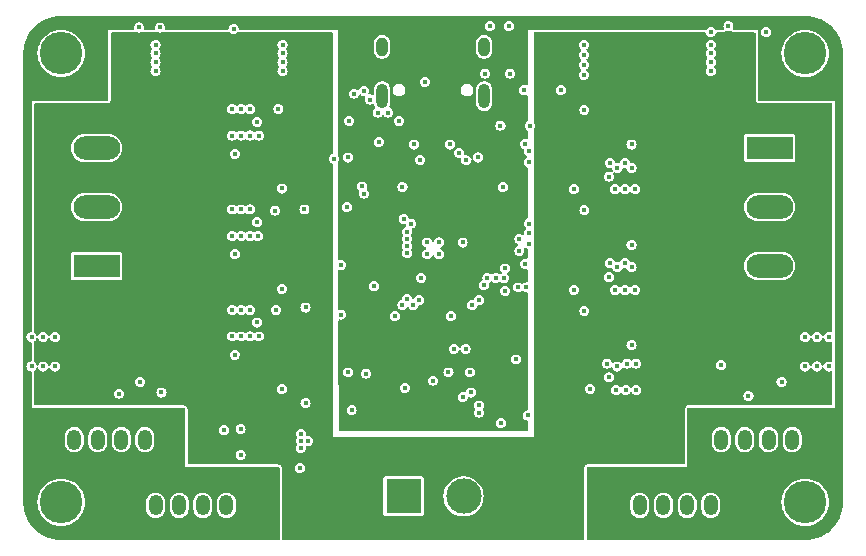
<source format=gbr>
%TF.GenerationSoftware,KiCad,Pcbnew,8.0.2*%
%TF.CreationDate,2024-05-05T15:17:45+02:00*%
%TF.ProjectId,motor_unicorn,6d6f746f-725f-4756-9e69-636f726e2e6b,rev?*%
%TF.SameCoordinates,Original*%
%TF.FileFunction,Copper,L3,Inr*%
%TF.FilePolarity,Positive*%
%FSLAX46Y46*%
G04 Gerber Fmt 4.6, Leading zero omitted, Abs format (unit mm)*
G04 Created by KiCad (PCBNEW 8.0.2) date 2024-05-05 15:17:45*
%MOMM*%
%LPD*%
G01*
G04 APERTURE LIST*
G04 Aperture macros list*
%AMRoundRect*
0 Rectangle with rounded corners*
0 $1 Rounding radius*
0 $2 $3 $4 $5 $6 $7 $8 $9 X,Y pos of 4 corners*
0 Add a 4 corners polygon primitive as box body*
4,1,4,$2,$3,$4,$5,$6,$7,$8,$9,$2,$3,0*
0 Add four circle primitives for the rounded corners*
1,1,$1+$1,$2,$3*
1,1,$1+$1,$4,$5*
1,1,$1+$1,$6,$7*
1,1,$1+$1,$8,$9*
0 Add four rect primitives between the rounded corners*
20,1,$1+$1,$2,$3,$4,$5,0*
20,1,$1+$1,$4,$5,$6,$7,0*
20,1,$1+$1,$6,$7,$8,$9,0*
20,1,$1+$1,$8,$9,$2,$3,0*%
G04 Aperture macros list end*
%TA.AperFunction,ComponentPad*%
%ADD10C,3.600000*%
%TD*%
%TA.AperFunction,ComponentPad*%
%ADD11O,1.000000X2.100000*%
%TD*%
%TA.AperFunction,ComponentPad*%
%ADD12O,1.000000X1.600000*%
%TD*%
%TA.AperFunction,ComponentPad*%
%ADD13RoundRect,0.250000X0.350000X0.625000X-0.350000X0.625000X-0.350000X-0.625000X0.350000X-0.625000X0*%
%TD*%
%TA.AperFunction,ComponentPad*%
%ADD14O,1.200000X1.750000*%
%TD*%
%TA.AperFunction,ComponentPad*%
%ADD15R,3.960000X1.980000*%
%TD*%
%TA.AperFunction,ComponentPad*%
%ADD16O,3.960000X1.980000*%
%TD*%
%TA.AperFunction,ComponentPad*%
%ADD17R,3.000000X3.000000*%
%TD*%
%TA.AperFunction,ComponentPad*%
%ADD18C,3.000000*%
%TD*%
%TA.AperFunction,ViaPad*%
%ADD19C,0.450000*%
%TD*%
G04 APERTURE END LIST*
D10*
%TO.N,GND*%
%TO.C,H1*%
X-31500000Y-16500000D03*
%TD*%
%TO.N,GND*%
%TO.C,H4*%
X-31500000Y21500000D03*
%TD*%
D11*
%TO.N,GND*%
%TO.C,J2*%
X4320000Y17895000D03*
D12*
X4320000Y22075000D03*
D11*
X-4320000Y17895000D03*
D12*
X-4320000Y22075000D03*
%TD*%
D10*
%TO.N,GND*%
%TO.C,H3*%
X31500000Y21500000D03*
%TD*%
D13*
%TO.N,+3V3*%
%TO.C,J8*%
X32400000Y-11200000D03*
D14*
%TO.N,GND*%
X30400000Y-11200000D03*
%TO.N,/HALL_DAT_1*%
X28400000Y-11200000D03*
%TO.N,/HALL_CLK*%
X26400000Y-11200000D03*
%TO.N,/HALL_CSN*%
X24400000Y-11200000D03*
%TO.N,+3V3*%
X22400000Y-11200000D03*
%TD*%
D13*
%TO.N,+3V3*%
%TO.C,J9*%
X-15500000Y-16750000D03*
D14*
%TO.N,GND*%
X-17500000Y-16750000D03*
%TO.N,/HALL_DAT_2*%
X-19500000Y-16750000D03*
%TO.N,/HALL_CLK*%
X-21500000Y-16750000D03*
%TO.N,/HALL_CSN*%
X-23500000Y-16750000D03*
%TO.N,+3V3*%
X-25500000Y-16750000D03*
%TD*%
D15*
%TO.N,/cur_sense/IO1*%
%TO.C,J5*%
X-28500000Y3500000D03*
D16*
%TO.N,/bridge2/OUT*%
X-28500000Y8500000D03*
%TO.N,/cur_sense1/IO2*%
X-28500000Y13500000D03*
%TD*%
D13*
%TO.N,+3V3*%
%TO.C,J7*%
X25500000Y-16750000D03*
D14*
%TO.N,GND*%
X23500000Y-16750000D03*
%TO.N,/HALL_DAT_0*%
X21500000Y-16750000D03*
%TO.N,/HALL_CLK*%
X19500000Y-16750000D03*
%TO.N,/HALL_CSN*%
X17500000Y-16750000D03*
%TO.N,+3V3*%
X15500000Y-16750000D03*
%TD*%
D15*
%TO.N,/cur_sense2/IO1*%
%TO.C,J6*%
X28500000Y13500000D03*
D16*
%TO.N,/bridge5/OUT*%
X28500000Y8500000D03*
%TO.N,/cur_sense3/IO2*%
X28500000Y3500000D03*
%TD*%
D10*
%TO.N,GND*%
%TO.C,H2*%
X31500000Y-16500000D03*
%TD*%
D17*
%TO.N,GND*%
%TO.C,J11*%
X-2504000Y-16000000D03*
D18*
%TO.N,/power/VPP_IN*%
X2576000Y-16000000D03*
%TD*%
D13*
%TO.N,+3V3*%
%TO.C,J10*%
X-22400000Y-11200000D03*
D14*
%TO.N,GND*%
X-24400000Y-11200000D03*
%TO.N,/HALL_DAT_3*%
X-26400000Y-11200000D03*
%TO.N,/HALL_CLK*%
X-28400000Y-11200000D03*
%TO.N,/HALL_CSN*%
X-30400000Y-11200000D03*
%TO.N,+3V3*%
X-32400000Y-11200000D03*
%TD*%
D19*
%TO.N,Net-(D23-A)*%
X5722500Y-9800000D03*
%TO.N,GND*%
X8000000Y-9150000D03*
X6100000Y1400000D03*
%TO.N,Net-(U16-VCOMH)*%
X8200000Y15400000D03*
%TO.N,GND*%
X7700000Y18400000D03*
%TO.N,+3V3*%
X-7000000Y-7500000D03*
%TO.N,GND*%
X10800000Y18400000D03*
X-26600000Y-7300000D03*
X-14750000Y14550000D03*
X15500000Y-7000000D03*
X16300000Y-7000000D03*
X16400000Y-4750000D03*
X-6700000Y18100000D03*
X-16250000Y-2450000D03*
X-14850000Y6050000D03*
X-15500000Y14550000D03*
X-10900000Y8300000D03*
X16250000Y10000000D03*
X1400000Y13800000D03*
X28200000Y23300000D03*
X33500000Y-2500000D03*
X12750000Y19700000D03*
X-17000000Y8300000D03*
X-12750000Y20000000D03*
X-7800000Y3600000D03*
X17100000Y1500000D03*
X31500000Y-5000000D03*
X5900000Y10200000D03*
X-15500000Y16800000D03*
X6100000Y3300000D03*
X12750000Y20550000D03*
X-23500000Y20000000D03*
X15400000Y10000000D03*
X-12750000Y22250000D03*
X-10800000Y-8100000D03*
X31500000Y-2500000D03*
X17200000Y-4750000D03*
X15600000Y11800000D03*
X-1600000Y13800000D03*
X-8400000Y12600000D03*
X-1100000Y12500000D03*
X-7200000Y-5500000D03*
X-16900000Y23600000D03*
X-11300000Y-13600000D03*
X15600000Y-5000000D03*
X14950000Y3750000D03*
X14950000Y12250000D03*
X-5000000Y1800000D03*
X23500000Y21500000D03*
X23500000Y22250000D03*
X-34000000Y-5000000D03*
X-15500000Y6050000D03*
X-15500000Y-2450000D03*
X-500000Y5500000D03*
X17100000Y10000000D03*
X16250000Y1500000D03*
X-16250000Y16800000D03*
X32500000Y-2500000D03*
X-7800000Y-600000D03*
X12750000Y21400000D03*
X11900000Y1500000D03*
X-17700000Y-10400000D03*
X17200000Y-7000000D03*
X23500000Y20000000D03*
X23500000Y20750000D03*
X-17000000Y-2450000D03*
X16250000Y12250000D03*
X7000000Y-4400000D03*
X32500000Y-5000000D03*
X0Y-6200000D03*
X26700000Y-7500000D03*
X29500000Y-6300000D03*
X3800000Y12700000D03*
X16250000Y3750000D03*
X-3250000Y-750000D03*
X500000Y4500000D03*
X-23500000Y20750000D03*
X16800000Y3400000D03*
X-32000000Y-5000000D03*
X-2600000Y10200000D03*
X-1000000Y2500000D03*
X-13100000Y16800000D03*
X-17000000Y14550000D03*
X-33000000Y-5000000D03*
X500000Y5500000D03*
X-17000000Y6050000D03*
X-5700000Y-5600000D03*
X13300000Y-6900000D03*
X2750000Y-3500000D03*
X-15500000Y8300000D03*
X33500000Y-5000000D03*
X-16250000Y14550000D03*
X11900000Y10000000D03*
X15400000Y1500000D03*
X23500000Y23300000D03*
X-17000000Y16800000D03*
X16800000Y11800000D03*
X-7300000Y8500000D03*
X-16250000Y6050000D03*
X-34000000Y-2500000D03*
X15600000Y3400000D03*
X-23500000Y21500000D03*
X-2400000Y-6800000D03*
X-15500000Y-200000D03*
X-32000000Y-2500000D03*
X-7200000Y12700000D03*
X-10800000Y0D03*
X-13400000Y8200000D03*
X-16300000Y-10300000D03*
X-23500000Y22250000D03*
X-16250000Y8300000D03*
X-13300000Y-200000D03*
X1750000Y-3500000D03*
X-6900000Y-8700000D03*
X1500000Y-750000D03*
X12750000Y22250000D03*
X-17000000Y-200000D03*
X-12750000Y20750000D03*
X-24900000Y23700000D03*
X-33000000Y-2500000D03*
X14750000Y-4750000D03*
X-16250000Y-200000D03*
X7900000Y1700000D03*
X-500000Y4500000D03*
X-7100000Y15800000D03*
X-12750000Y21500000D03*
X2800000Y12450000D03*
X-23000000Y-7200000D03*
%TO.N,+3V3*%
X-2200000Y3800000D03*
X-2300000Y16300000D03*
X-17700000Y-14000000D03*
X28200000Y24200000D03*
X2125003Y-750000D03*
X2200000Y7400000D03*
X-4500000Y-6000000D03*
X-16300000Y-12500000D03*
X-600000Y13800000D03*
X-3800000Y-2600000D03*
X400000Y9400000D03*
X2400000Y4000000D03*
X-19800000Y24000000D03*
X300000Y400000D03*
X24400000Y-4900000D03*
X-5700000Y14600000D03*
X-5700000Y2300000D03*
X-3400000Y8300000D03*
X-7100000Y10600000D03*
X-6000000Y6600000D03*
X-100000Y9900000D03*
X4700000Y12800000D03*
X-24800000Y-6300000D03*
X26400000Y-8900000D03*
%TO.N,+5V*%
X2200000Y13100000D03*
X8100000Y12300000D03*
X1300000Y-5500000D03*
X3100000Y-5500000D03*
%TO.N,/bridge/OUT*%
X-16800000Y-4000000D03*
%TO.N,/bridge1/OUT*%
X-16800000Y13000000D03*
%TO.N,/bridge2/OUT*%
X-16800000Y4500000D03*
%TO.N,/bridge3/OUT*%
X16800000Y13800000D03*
%TO.N,/bridge4/OUT*%
X16800000Y-3200000D03*
%TO.N,/bridge5/OUT*%
X16800000Y5300000D03*
%TO.N,Net-(U16-C2P)*%
X-4600000Y14000000D03*
%TO.N,Net-(U16-C2N)*%
X-4700000Y16500000D03*
%TO.N,Net-(U16-C1N)*%
X-2900000Y15800000D03*
%TO.N,Net-(U16-C1P)*%
X-3800000Y16500000D03*
%TO.N,Net-(U16-VCC)*%
X5700000Y15400000D03*
%TO.N,VPP*%
X-11300000Y14850000D03*
X11100000Y-6100000D03*
X29500000Y-2500000D03*
X29500000Y-5500000D03*
X17500000Y19500000D03*
X16750000Y19500000D03*
X12100000Y-5000000D03*
X12500000Y-10500000D03*
X18250000Y18750000D03*
X29500000Y-4500000D03*
X11100000Y-5000000D03*
X19000000Y19500000D03*
X-11000000Y6350000D03*
X-30000000Y-5500000D03*
X10100000Y-6100000D03*
X-12000000Y-1200000D03*
X-18750000Y18750000D03*
X12500000Y-9500000D03*
X17500000Y18750000D03*
X-10000000Y6350000D03*
X11500000Y-10500000D03*
X11400000Y13600000D03*
X-19500000Y18750000D03*
X19000000Y18750000D03*
X-18000000Y19500000D03*
X10300000Y14700000D03*
X-17250000Y18750000D03*
X-30000000Y-4500000D03*
X10900000Y3500000D03*
X9200000Y14700000D03*
X-11000000Y-1200000D03*
X-11000000Y7350000D03*
X9800000Y3500000D03*
X-19500000Y19500000D03*
X-10300000Y14850000D03*
X-11300000Y13850000D03*
X-18750000Y19500000D03*
X-17250000Y19500000D03*
X12500000Y-11500000D03*
X-18000000Y18750000D03*
X11500000Y-11500000D03*
X18250000Y19500000D03*
X-30000000Y-2500000D03*
X-10300000Y13850000D03*
X29500000Y-3500000D03*
X-11800000Y4200000D03*
X9200000Y13600000D03*
X-9700000Y3600000D03*
X11500000Y-9500000D03*
X9800000Y2400000D03*
X-10300000Y15850000D03*
X-11300000Y15850000D03*
X-11100000Y-3400000D03*
X-11100000Y-4400000D03*
X10900000Y2400000D03*
X-12100000Y-3400000D03*
X-12100000Y-4400000D03*
X10100000Y-5000000D03*
X11400000Y14700000D03*
X12100000Y-6100000D03*
X12000000Y2400000D03*
X10300000Y13600000D03*
X16750000Y18750000D03*
X-30000000Y-3500000D03*
X12000000Y3500000D03*
%TO.N,/rp2040/STATUS_LED*%
X2500000Y5500000D03*
X7200000Y1700000D03*
%TO.N,Net-(D3-A)*%
X-12805000Y-6925000D03*
%TO.N,Net-(D4-A)*%
X-14895000Y-1275000D03*
%TO.N,Net-(D7-A)*%
X-12805000Y10075000D03*
%TO.N,Net-(D8-A)*%
X-14895000Y15725000D03*
%TO.N,Net-(D10-A)*%
X-12805000Y1575000D03*
%TO.N,Net-(D11-A)*%
X-14895000Y7225000D03*
%TO.N,Net-(D13-A)*%
X12805000Y16725000D03*
%TO.N,Net-(D14-A)*%
X14895000Y11075000D03*
%TO.N,Net-(D16-A)*%
X12805000Y-275000D03*
%TO.N,Net-(D17-A)*%
X14895000Y-5925000D03*
%TO.N,Net-(D19-A)*%
X12805000Y8225000D03*
%TO.N,Net-(D20-A)*%
X14895000Y2575000D03*
%TO.N,/HALL_CSN*%
X2500000Y-7600000D03*
X3900000Y-8900000D03*
X3300000Y200000D03*
%TO.N,/HALL_CLK*%
X3200000Y-7200000D03*
X3900000Y-8300000D03*
X3900000Y600000D03*
%TO.N,/HALL_DAT_0*%
X5300000Y2500000D03*
%TO.N,/HALL_DAT_1*%
X6000000Y2500000D03*
%TO.N,/HALL_DAT_2*%
X4300000Y1900000D03*
%TO.N,/HALL_DAT_3*%
X4600000Y2500000D03*
%TO.N,/I2C_SDA*%
X-5850000Y18350000D03*
X-6000000Y10250000D03*
X8100000Y13219700D03*
%TO.N,/I2C_SCL*%
X-5350000Y17600000D03*
X7790416Y13843310D03*
X-5877427Y9637134D03*
%TO.N,/bridge3/L_IN*%
X-1900000Y7100000D03*
X8100000Y6300000D03*
%TO.N,/bridge3/H_IN*%
X8100000Y7100000D03*
X-2500000Y7500000D03*
%TO.N,/bridge4/L_IN*%
X7800000Y3700000D03*
X-2200000Y4600000D03*
%TO.N,/bridge4/H_IN*%
X-2200000Y5200000D03*
X7300000Y4800000D03*
%TO.N,/bridge5/L_IN*%
X8100000Y5400000D03*
X-2200000Y5800000D03*
%TO.N,/bridge5/H_IN*%
X7300000Y5800000D03*
X-2200000Y6400000D03*
%TO.N,/ADC_0*%
X4800000Y23800000D03*
%TO.N,/RS485_DE*%
X-1700000Y200000D03*
X-11200000Y-11300000D03*
%TO.N,/RS485_TX*%
X-2600000Y200000D03*
X-11200000Y-10700000D03*
%TO.N,/ADC_3*%
X6400000Y23800000D03*
%TO.N,/ADC_2*%
X25000000Y23800000D03*
%TO.N,/ADC_1*%
X-23100000Y23700000D03*
%TO.N,/RS485_NRE*%
X-11200000Y-11900000D03*
X-1200000Y600000D03*
%TO.N,/DISP_RES*%
X-700000Y19100000D03*
X6500000Y19800000D03*
X4400000Y19800000D03*
%TO.N,/RS485_RX*%
X-2200000Y700000D03*
X-10600000Y-11300000D03*
%TO.N,+3V3*%
X-3800000Y-7800000D03*
%TO.N,GND*%
X-14750000Y-2450000D03*
%TD*%
%TA.AperFunction,Conductor*%
%TO.N,+3V3*%
G36*
X31502595Y24699364D02*
G01*
X31829255Y24682244D01*
X31839561Y24681161D01*
X32160084Y24630395D01*
X32170220Y24628241D01*
X32483687Y24544247D01*
X32493542Y24541045D01*
X32796510Y24424748D01*
X32805977Y24420533D01*
X33095133Y24273200D01*
X33104107Y24268018D01*
X33376265Y24091277D01*
X33384649Y24085186D01*
X33636845Y23880961D01*
X33644546Y23874028D01*
X33874028Y23644546D01*
X33880961Y23636845D01*
X34085186Y23384649D01*
X34091277Y23376265D01*
X34268018Y23104107D01*
X34273200Y23095133D01*
X34420533Y22805977D01*
X34424748Y22796510D01*
X34541045Y22493542D01*
X34544247Y22483687D01*
X34628241Y22170220D01*
X34630395Y22160084D01*
X34681161Y21839561D01*
X34682244Y21829255D01*
X34699364Y21502595D01*
X34699500Y21497414D01*
X34699500Y-16497413D01*
X34699364Y-16502595D01*
X34682381Y-16826631D01*
X34681298Y-16836936D01*
X34630944Y-17154863D01*
X34628790Y-17164999D01*
X34545477Y-17475927D01*
X34542275Y-17485782D01*
X34426920Y-17786295D01*
X34422705Y-17795762D01*
X34276570Y-18082569D01*
X34271389Y-18091543D01*
X34096076Y-18361504D01*
X34089985Y-18369888D01*
X33887406Y-18620053D01*
X33880472Y-18627753D01*
X33652866Y-18855361D01*
X33645165Y-18862295D01*
X33395010Y-19064868D01*
X33386627Y-19070959D01*
X33116663Y-19246278D01*
X33107689Y-19251459D01*
X32820883Y-19397596D01*
X32811416Y-19401811D01*
X32510913Y-19517165D01*
X32501058Y-19520368D01*
X32190121Y-19603685D01*
X32179985Y-19605839D01*
X31862059Y-19656196D01*
X31851753Y-19657279D01*
X31528205Y-19674238D01*
X31523023Y-19674374D01*
X31470246Y-19674374D01*
X31469967Y-19674394D01*
X13099039Y-19681718D01*
X13040841Y-19662834D01*
X13004858Y-19613348D01*
X13000000Y-19582718D01*
X13000000Y-16396155D01*
X16699500Y-16396155D01*
X16699500Y-17103844D01*
X16730263Y-17258496D01*
X16730263Y-17258498D01*
X16790603Y-17404174D01*
X16790609Y-17404185D01*
X16841895Y-17480939D01*
X16878211Y-17535289D01*
X16989711Y-17646789D01*
X17067876Y-17699017D01*
X17120814Y-17734390D01*
X17120825Y-17734396D01*
X17174638Y-17756685D01*
X17266503Y-17794737D01*
X17421158Y-17825500D01*
X17421159Y-17825500D01*
X17578841Y-17825500D01*
X17578842Y-17825500D01*
X17733497Y-17794737D01*
X17879179Y-17734394D01*
X18010289Y-17646789D01*
X18121789Y-17535289D01*
X18209394Y-17404179D01*
X18269737Y-17258497D01*
X18300500Y-17103842D01*
X18300500Y-16396158D01*
X18300499Y-16396155D01*
X18699500Y-16396155D01*
X18699500Y-17103844D01*
X18730263Y-17258496D01*
X18730263Y-17258498D01*
X18790603Y-17404174D01*
X18790609Y-17404185D01*
X18841895Y-17480939D01*
X18878211Y-17535289D01*
X18989711Y-17646789D01*
X19067876Y-17699017D01*
X19120814Y-17734390D01*
X19120825Y-17734396D01*
X19174638Y-17756685D01*
X19266503Y-17794737D01*
X19421158Y-17825500D01*
X19421159Y-17825500D01*
X19578841Y-17825500D01*
X19578842Y-17825500D01*
X19733497Y-17794737D01*
X19879179Y-17734394D01*
X20010289Y-17646789D01*
X20121789Y-17535289D01*
X20209394Y-17404179D01*
X20269737Y-17258497D01*
X20300500Y-17103842D01*
X20300500Y-16396158D01*
X20300499Y-16396155D01*
X20699500Y-16396155D01*
X20699500Y-17103844D01*
X20730263Y-17258496D01*
X20730263Y-17258498D01*
X20790603Y-17404174D01*
X20790609Y-17404185D01*
X20841895Y-17480939D01*
X20878211Y-17535289D01*
X20989711Y-17646789D01*
X21067876Y-17699017D01*
X21120814Y-17734390D01*
X21120825Y-17734396D01*
X21174638Y-17756685D01*
X21266503Y-17794737D01*
X21421158Y-17825500D01*
X21421159Y-17825500D01*
X21578841Y-17825500D01*
X21578842Y-17825500D01*
X21733497Y-17794737D01*
X21879179Y-17734394D01*
X22010289Y-17646789D01*
X22121789Y-17535289D01*
X22209394Y-17404179D01*
X22269737Y-17258497D01*
X22300500Y-17103842D01*
X22300500Y-16396158D01*
X22300499Y-16396155D01*
X22699500Y-16396155D01*
X22699500Y-17103844D01*
X22730263Y-17258496D01*
X22730263Y-17258498D01*
X22790603Y-17404174D01*
X22790609Y-17404185D01*
X22841895Y-17480939D01*
X22878211Y-17535289D01*
X22989711Y-17646789D01*
X23067876Y-17699017D01*
X23120814Y-17734390D01*
X23120825Y-17734396D01*
X23174638Y-17756685D01*
X23266503Y-17794737D01*
X23421158Y-17825500D01*
X23421159Y-17825500D01*
X23578841Y-17825500D01*
X23578842Y-17825500D01*
X23733497Y-17794737D01*
X23879179Y-17734394D01*
X24010289Y-17646789D01*
X24121789Y-17535289D01*
X24209394Y-17404179D01*
X24269737Y-17258497D01*
X24300500Y-17103842D01*
X24300500Y-16500000D01*
X29494390Y-16500000D01*
X29514803Y-16785422D01*
X29575632Y-17065050D01*
X29675633Y-17333162D01*
X29675634Y-17333164D01*
X29786005Y-17535292D01*
X29812774Y-17584315D01*
X29984261Y-17813395D01*
X30186605Y-18015739D01*
X30415685Y-18187226D01*
X30666839Y-18324367D01*
X30934954Y-18424369D01*
X31214572Y-18485196D01*
X31500000Y-18505610D01*
X31785428Y-18485196D01*
X32065046Y-18424369D01*
X32333161Y-18324367D01*
X32584315Y-18187226D01*
X32813395Y-18015739D01*
X33015739Y-17813395D01*
X33187226Y-17584315D01*
X33324367Y-17333161D01*
X33424369Y-17065046D01*
X33485196Y-16785428D01*
X33505610Y-16500000D01*
X33485196Y-16214572D01*
X33424369Y-15934954D01*
X33324367Y-15666839D01*
X33187226Y-15415685D01*
X33015739Y-15186605D01*
X32813395Y-14984261D01*
X32584315Y-14812774D01*
X32584310Y-14812771D01*
X32333164Y-14675634D01*
X32333162Y-14675633D01*
X32065050Y-14575632D01*
X32065046Y-14575631D01*
X31785428Y-14514804D01*
X31785425Y-14514803D01*
X31785422Y-14514803D01*
X31500000Y-14494390D01*
X31214577Y-14514803D01*
X30934949Y-14575632D01*
X30666837Y-14675633D01*
X30666835Y-14675634D01*
X30415689Y-14812771D01*
X30186609Y-14984257D01*
X29984257Y-15186609D01*
X29812771Y-15415689D01*
X29675634Y-15666835D01*
X29675633Y-15666837D01*
X29575632Y-15934949D01*
X29514803Y-16214577D01*
X29494390Y-16500000D01*
X24300500Y-16500000D01*
X24300500Y-16396158D01*
X24269737Y-16241503D01*
X24209394Y-16095821D01*
X24209393Y-16095819D01*
X24209390Y-16095814D01*
X24174017Y-16042876D01*
X24121789Y-15964711D01*
X24010289Y-15853211D01*
X23958059Y-15818312D01*
X23879185Y-15765609D01*
X23879174Y-15765603D01*
X23733497Y-15705263D01*
X23578844Y-15674500D01*
X23578842Y-15674500D01*
X23421158Y-15674500D01*
X23421155Y-15674500D01*
X23266503Y-15705263D01*
X23266501Y-15705263D01*
X23120825Y-15765603D01*
X23120814Y-15765609D01*
X22989711Y-15853211D01*
X22989707Y-15853214D01*
X22878214Y-15964707D01*
X22878211Y-15964711D01*
X22790609Y-16095814D01*
X22790603Y-16095825D01*
X22730263Y-16241501D01*
X22730263Y-16241503D01*
X22699500Y-16396155D01*
X22300499Y-16396155D01*
X22269737Y-16241503D01*
X22209394Y-16095821D01*
X22209393Y-16095819D01*
X22209390Y-16095814D01*
X22174017Y-16042876D01*
X22121789Y-15964711D01*
X22010289Y-15853211D01*
X21958059Y-15818312D01*
X21879185Y-15765609D01*
X21879174Y-15765603D01*
X21733497Y-15705263D01*
X21578844Y-15674500D01*
X21578842Y-15674500D01*
X21421158Y-15674500D01*
X21421155Y-15674500D01*
X21266503Y-15705263D01*
X21266501Y-15705263D01*
X21120825Y-15765603D01*
X21120814Y-15765609D01*
X20989711Y-15853211D01*
X20989707Y-15853214D01*
X20878214Y-15964707D01*
X20878211Y-15964711D01*
X20790609Y-16095814D01*
X20790603Y-16095825D01*
X20730263Y-16241501D01*
X20730263Y-16241503D01*
X20699500Y-16396155D01*
X20300499Y-16396155D01*
X20269737Y-16241503D01*
X20209394Y-16095821D01*
X20209393Y-16095819D01*
X20209390Y-16095814D01*
X20174017Y-16042876D01*
X20121789Y-15964711D01*
X20010289Y-15853211D01*
X19958059Y-15818312D01*
X19879185Y-15765609D01*
X19879174Y-15765603D01*
X19733497Y-15705263D01*
X19578844Y-15674500D01*
X19578842Y-15674500D01*
X19421158Y-15674500D01*
X19421155Y-15674500D01*
X19266503Y-15705263D01*
X19266501Y-15705263D01*
X19120825Y-15765603D01*
X19120814Y-15765609D01*
X18989711Y-15853211D01*
X18989707Y-15853214D01*
X18878214Y-15964707D01*
X18878211Y-15964711D01*
X18790609Y-16095814D01*
X18790603Y-16095825D01*
X18730263Y-16241501D01*
X18730263Y-16241503D01*
X18699500Y-16396155D01*
X18300499Y-16396155D01*
X18269737Y-16241503D01*
X18209394Y-16095821D01*
X18209393Y-16095819D01*
X18209390Y-16095814D01*
X18174017Y-16042876D01*
X18121789Y-15964711D01*
X18010289Y-15853211D01*
X17958059Y-15818312D01*
X17879185Y-15765609D01*
X17879174Y-15765603D01*
X17733497Y-15705263D01*
X17578844Y-15674500D01*
X17578842Y-15674500D01*
X17421158Y-15674500D01*
X17421155Y-15674500D01*
X17266503Y-15705263D01*
X17266501Y-15705263D01*
X17120825Y-15765603D01*
X17120814Y-15765609D01*
X16989711Y-15853211D01*
X16989707Y-15853214D01*
X16878214Y-15964707D01*
X16878211Y-15964711D01*
X16790609Y-16095814D01*
X16790603Y-16095825D01*
X16730263Y-16241501D01*
X16730263Y-16241503D01*
X16699500Y-16396155D01*
X13000000Y-16396155D01*
X13000000Y-13599000D01*
X13018907Y-13540809D01*
X13068407Y-13504845D01*
X13099000Y-13500000D01*
X21499999Y-13500000D01*
X21500000Y-13500000D01*
X21500000Y-10846155D01*
X23599500Y-10846155D01*
X23599500Y-11553844D01*
X23630263Y-11708496D01*
X23630263Y-11708498D01*
X23690603Y-11854174D01*
X23690609Y-11854185D01*
X23741805Y-11930804D01*
X23778211Y-11985289D01*
X23889711Y-12096789D01*
X23967876Y-12149017D01*
X24020814Y-12184390D01*
X24020825Y-12184396D01*
X24074638Y-12206685D01*
X24166503Y-12244737D01*
X24321158Y-12275500D01*
X24321159Y-12275500D01*
X24478841Y-12275500D01*
X24478842Y-12275500D01*
X24633497Y-12244737D01*
X24779179Y-12184394D01*
X24910289Y-12096789D01*
X25021789Y-11985289D01*
X25109394Y-11854179D01*
X25169737Y-11708497D01*
X25200500Y-11553842D01*
X25200500Y-10846158D01*
X25200499Y-10846155D01*
X25599500Y-10846155D01*
X25599500Y-11553844D01*
X25630263Y-11708496D01*
X25630263Y-11708498D01*
X25690603Y-11854174D01*
X25690609Y-11854185D01*
X25741805Y-11930804D01*
X25778211Y-11985289D01*
X25889711Y-12096789D01*
X25967876Y-12149017D01*
X26020814Y-12184390D01*
X26020825Y-12184396D01*
X26074638Y-12206685D01*
X26166503Y-12244737D01*
X26321158Y-12275500D01*
X26321159Y-12275500D01*
X26478841Y-12275500D01*
X26478842Y-12275500D01*
X26633497Y-12244737D01*
X26779179Y-12184394D01*
X26910289Y-12096789D01*
X27021789Y-11985289D01*
X27109394Y-11854179D01*
X27169737Y-11708497D01*
X27200500Y-11553842D01*
X27200500Y-10846158D01*
X27200499Y-10846155D01*
X27599500Y-10846155D01*
X27599500Y-11553844D01*
X27630263Y-11708496D01*
X27630263Y-11708498D01*
X27690603Y-11854174D01*
X27690609Y-11854185D01*
X27741805Y-11930804D01*
X27778211Y-11985289D01*
X27889711Y-12096789D01*
X27967876Y-12149017D01*
X28020814Y-12184390D01*
X28020825Y-12184396D01*
X28074638Y-12206685D01*
X28166503Y-12244737D01*
X28321158Y-12275500D01*
X28321159Y-12275500D01*
X28478841Y-12275500D01*
X28478842Y-12275500D01*
X28633497Y-12244737D01*
X28779179Y-12184394D01*
X28910289Y-12096789D01*
X29021789Y-11985289D01*
X29109394Y-11854179D01*
X29169737Y-11708497D01*
X29200500Y-11553842D01*
X29200500Y-10846158D01*
X29200499Y-10846155D01*
X29599500Y-10846155D01*
X29599500Y-11553844D01*
X29630263Y-11708496D01*
X29630263Y-11708498D01*
X29690603Y-11854174D01*
X29690609Y-11854185D01*
X29741805Y-11930804D01*
X29778211Y-11985289D01*
X29889711Y-12096789D01*
X29967876Y-12149017D01*
X30020814Y-12184390D01*
X30020825Y-12184396D01*
X30074638Y-12206685D01*
X30166503Y-12244737D01*
X30321158Y-12275500D01*
X30321159Y-12275500D01*
X30478841Y-12275500D01*
X30478842Y-12275500D01*
X30633497Y-12244737D01*
X30779179Y-12184394D01*
X30910289Y-12096789D01*
X31021789Y-11985289D01*
X31109394Y-11854179D01*
X31169737Y-11708497D01*
X31200500Y-11553842D01*
X31200500Y-10846158D01*
X31169737Y-10691503D01*
X31109394Y-10545821D01*
X31109393Y-10545819D01*
X31109390Y-10545814D01*
X31074017Y-10492876D01*
X31021789Y-10414711D01*
X30910289Y-10303211D01*
X30858059Y-10268312D01*
X30779185Y-10215609D01*
X30779174Y-10215603D01*
X30633497Y-10155263D01*
X30478844Y-10124500D01*
X30478842Y-10124500D01*
X30321158Y-10124500D01*
X30321155Y-10124500D01*
X30166503Y-10155263D01*
X30166501Y-10155263D01*
X30020825Y-10215603D01*
X30020814Y-10215609D01*
X29889711Y-10303211D01*
X29889707Y-10303214D01*
X29778214Y-10414707D01*
X29778211Y-10414711D01*
X29690609Y-10545814D01*
X29690603Y-10545825D01*
X29630263Y-10691501D01*
X29630263Y-10691503D01*
X29599500Y-10846155D01*
X29200499Y-10846155D01*
X29169737Y-10691503D01*
X29109394Y-10545821D01*
X29109393Y-10545819D01*
X29109390Y-10545814D01*
X29074017Y-10492876D01*
X29021789Y-10414711D01*
X28910289Y-10303211D01*
X28858059Y-10268312D01*
X28779185Y-10215609D01*
X28779174Y-10215603D01*
X28633497Y-10155263D01*
X28478844Y-10124500D01*
X28478842Y-10124500D01*
X28321158Y-10124500D01*
X28321155Y-10124500D01*
X28166503Y-10155263D01*
X28166501Y-10155263D01*
X28020825Y-10215603D01*
X28020814Y-10215609D01*
X27889711Y-10303211D01*
X27889707Y-10303214D01*
X27778214Y-10414707D01*
X27778211Y-10414711D01*
X27690609Y-10545814D01*
X27690603Y-10545825D01*
X27630263Y-10691501D01*
X27630263Y-10691503D01*
X27599500Y-10846155D01*
X27200499Y-10846155D01*
X27169737Y-10691503D01*
X27109394Y-10545821D01*
X27109393Y-10545819D01*
X27109390Y-10545814D01*
X27074017Y-10492876D01*
X27021789Y-10414711D01*
X26910289Y-10303211D01*
X26858059Y-10268312D01*
X26779185Y-10215609D01*
X26779174Y-10215603D01*
X26633497Y-10155263D01*
X26478844Y-10124500D01*
X26478842Y-10124500D01*
X26321158Y-10124500D01*
X26321155Y-10124500D01*
X26166503Y-10155263D01*
X26166501Y-10155263D01*
X26020825Y-10215603D01*
X26020814Y-10215609D01*
X25889711Y-10303211D01*
X25889707Y-10303214D01*
X25778214Y-10414707D01*
X25778211Y-10414711D01*
X25690609Y-10545814D01*
X25690603Y-10545825D01*
X25630263Y-10691501D01*
X25630263Y-10691503D01*
X25599500Y-10846155D01*
X25200499Y-10846155D01*
X25169737Y-10691503D01*
X25109394Y-10545821D01*
X25109393Y-10545819D01*
X25109390Y-10545814D01*
X25074017Y-10492876D01*
X25021789Y-10414711D01*
X24910289Y-10303211D01*
X24858059Y-10268312D01*
X24779185Y-10215609D01*
X24779174Y-10215603D01*
X24633497Y-10155263D01*
X24478844Y-10124500D01*
X24478842Y-10124500D01*
X24321158Y-10124500D01*
X24321155Y-10124500D01*
X24166503Y-10155263D01*
X24166501Y-10155263D01*
X24020825Y-10215603D01*
X24020814Y-10215609D01*
X23889711Y-10303211D01*
X23889707Y-10303214D01*
X23778214Y-10414707D01*
X23778211Y-10414711D01*
X23690609Y-10545814D01*
X23690603Y-10545825D01*
X23630263Y-10691501D01*
X23630263Y-10691503D01*
X23599500Y-10846155D01*
X21500000Y-10846155D01*
X21500000Y-8599000D01*
X21518907Y-8540809D01*
X21568407Y-8504845D01*
X21599000Y-8500000D01*
X33999999Y-8500000D01*
X34000000Y-8500000D01*
X34000000Y17500000D01*
X33999999Y17500000D01*
X27599000Y17500000D01*
X27540809Y17518907D01*
X27504845Y17568407D01*
X27500000Y17599000D01*
X27500000Y21500000D01*
X29494390Y21500000D01*
X29514803Y21214577D01*
X29575632Y20934949D01*
X29675633Y20666837D01*
X29675634Y20666835D01*
X29812771Y20415689D01*
X29984257Y20186609D01*
X30186609Y19984257D01*
X30415689Y19812771D01*
X30666835Y19675634D01*
X30666837Y19675633D01*
X30934949Y19575632D01*
X31214577Y19514803D01*
X31500000Y19494390D01*
X31785422Y19514803D01*
X31785425Y19514803D01*
X31785428Y19514804D01*
X32065046Y19575631D01*
X32065050Y19575632D01*
X32333162Y19675633D01*
X32333164Y19675634D01*
X32584310Y19812771D01*
X32584311Y19812771D01*
X32584315Y19812774D01*
X32813395Y19984261D01*
X33015739Y20186605D01*
X33187226Y20415685D01*
X33324367Y20666839D01*
X33424369Y20934954D01*
X33485196Y21214572D01*
X33505610Y21500000D01*
X33485196Y21785428D01*
X33424369Y22065046D01*
X33324367Y22333161D01*
X33187226Y22584315D01*
X33015739Y22813395D01*
X32813395Y23015739D01*
X32584315Y23187226D01*
X32333161Y23324367D01*
X32065046Y23424369D01*
X31785428Y23485196D01*
X31500000Y23505610D01*
X31214572Y23485196D01*
X30934954Y23424369D01*
X30666839Y23324367D01*
X30415685Y23187226D01*
X30186605Y23015739D01*
X29984261Y22813395D01*
X29812774Y22584315D01*
X29812771Y22584311D01*
X29812771Y22584310D01*
X29675634Y22333164D01*
X29675633Y22333162D01*
X29594962Y22116874D01*
X29575631Y22065046D01*
X29523413Y21825000D01*
X29514803Y21785422D01*
X29494390Y21500000D01*
X27500000Y21500000D01*
X27500000Y23300000D01*
X27769196Y23300000D01*
X27790281Y23166872D01*
X27790282Y23166870D01*
X27851470Y23046782D01*
X27946782Y22951470D01*
X28066870Y22890282D01*
X28066872Y22890281D01*
X28200000Y22869196D01*
X28333127Y22890281D01*
X28333129Y22890282D01*
X28453217Y22951470D01*
X28453220Y22951472D01*
X28548528Y23046780D01*
X28609719Y23166874D01*
X28630804Y23300000D01*
X28609719Y23433126D01*
X28548528Y23553220D01*
X28453220Y23648528D01*
X28333126Y23709719D01*
X28200000Y23730804D01*
X28066874Y23709719D01*
X27946780Y23648528D01*
X27851472Y23553220D01*
X27851470Y23553217D01*
X27790282Y23433129D01*
X27790281Y23433127D01*
X27769196Y23300000D01*
X27500000Y23300000D01*
X27500000Y23499999D01*
X27500000Y23500000D01*
X27499999Y23500000D01*
X25486246Y23500000D01*
X25428055Y23518907D01*
X25392091Y23568407D01*
X25392091Y23629593D01*
X25398036Y23643945D01*
X25400371Y23648528D01*
X25409719Y23666874D01*
X25430804Y23800000D01*
X25409719Y23933126D01*
X25348528Y24053220D01*
X25253220Y24148528D01*
X25133126Y24209719D01*
X25000000Y24230804D01*
X24866874Y24209719D01*
X24746780Y24148528D01*
X24651472Y24053220D01*
X24651470Y24053217D01*
X24590282Y23933129D01*
X24590281Y23933127D01*
X24569196Y23800000D01*
X24569196Y23799999D01*
X24590281Y23666874D01*
X24601964Y23643945D01*
X24611535Y23583513D01*
X24583758Y23528996D01*
X24529241Y23501219D01*
X24513754Y23500000D01*
X23936312Y23500000D01*
X23878121Y23518907D01*
X23853778Y23547406D01*
X23853106Y23546918D01*
X23848530Y23553214D01*
X23848528Y23553220D01*
X23753220Y23648528D01*
X23633126Y23709719D01*
X23500000Y23730804D01*
X23366874Y23709719D01*
X23246780Y23648528D01*
X23151472Y23553220D01*
X23151470Y23553217D01*
X23146894Y23546918D01*
X23145659Y23547814D01*
X23108629Y23510788D01*
X23063688Y23500000D01*
X8000001Y23500000D01*
X8000000Y23500000D01*
X7500000Y23500000D01*
X7500000Y24699500D01*
X31452405Y24699500D01*
X31497414Y24699500D01*
X31502595Y24699364D01*
G37*
%TD.AperFunction*%
%TD*%
%TA.AperFunction,Conductor*%
%TO.N,VPP*%
G36*
X25273112Y23384831D02*
G01*
X25277660Y23379967D01*
X25286042Y23370372D01*
X25364553Y23323464D01*
X25364556Y23323462D01*
X25422740Y23304557D01*
X25434785Y23302650D01*
X25451524Y23299999D01*
X25463098Y23298166D01*
X25486244Y23294500D01*
X25486246Y23294500D01*
X27195500Y23294500D01*
X27253691Y23275593D01*
X27289655Y23226093D01*
X27294500Y23195500D01*
X27294500Y21500000D01*
X27294500Y17599000D01*
X27297030Y17566856D01*
X27301883Y17536206D01*
X27302646Y17531718D01*
X27302647Y17531714D01*
X27338591Y17447617D01*
X27374555Y17398118D01*
X27398797Y17370372D01*
X27477307Y17323464D01*
X27477310Y17323462D01*
X27535500Y17304556D01*
X27535499Y17304556D01*
X27598997Y17294500D01*
X27599000Y17294500D01*
X33695500Y17294500D01*
X33753691Y17275593D01*
X33789655Y17226093D01*
X33794500Y17195500D01*
X33794500Y-2010951D01*
X33775593Y-2069142D01*
X33726093Y-2105106D01*
X33664907Y-2105106D01*
X33650557Y-2099162D01*
X33633126Y-2090281D01*
X33500000Y-2069196D01*
X33366872Y-2090281D01*
X33366870Y-2090282D01*
X33246782Y-2151470D01*
X33151471Y-2246781D01*
X33088209Y-2370939D01*
X33044944Y-2414203D01*
X32984512Y-2423774D01*
X32929996Y-2395996D01*
X32911791Y-2370939D01*
X32873576Y-2295940D01*
X32848528Y-2246780D01*
X32753220Y-2151472D01*
X32753217Y-2151470D01*
X32633129Y-2090282D01*
X32633127Y-2090281D01*
X32500000Y-2069196D01*
X32366872Y-2090281D01*
X32366870Y-2090282D01*
X32246782Y-2151470D01*
X32151471Y-2246781D01*
X32088209Y-2370939D01*
X32044944Y-2414203D01*
X31984512Y-2423774D01*
X31929996Y-2395996D01*
X31911791Y-2370939D01*
X31873576Y-2295940D01*
X31848528Y-2246780D01*
X31753220Y-2151472D01*
X31753217Y-2151470D01*
X31633129Y-2090282D01*
X31633127Y-2090281D01*
X31500000Y-2069196D01*
X31366872Y-2090281D01*
X31366870Y-2090282D01*
X31246782Y-2151470D01*
X31151470Y-2246782D01*
X31090282Y-2366870D01*
X31090281Y-2366872D01*
X31069196Y-2499999D01*
X31069196Y-2500000D01*
X31090281Y-2633127D01*
X31090282Y-2633129D01*
X31151470Y-2753217D01*
X31151472Y-2753220D01*
X31246780Y-2848528D01*
X31366874Y-2909719D01*
X31500000Y-2930804D01*
X31633126Y-2909719D01*
X31753220Y-2848528D01*
X31848528Y-2753220D01*
X31900477Y-2651265D01*
X31911791Y-2629061D01*
X31955055Y-2585796D01*
X32015487Y-2576225D01*
X32070004Y-2604003D01*
X32088209Y-2629061D01*
X32151470Y-2753217D01*
X32151472Y-2753220D01*
X32246780Y-2848528D01*
X32366874Y-2909719D01*
X32500000Y-2930804D01*
X32633126Y-2909719D01*
X32753220Y-2848528D01*
X32848528Y-2753220D01*
X32900477Y-2651265D01*
X32911791Y-2629061D01*
X32955055Y-2585796D01*
X33015487Y-2576225D01*
X33070004Y-2604003D01*
X33088209Y-2629061D01*
X33151470Y-2753217D01*
X33151472Y-2753220D01*
X33246780Y-2848528D01*
X33366874Y-2909719D01*
X33500000Y-2930804D01*
X33633126Y-2909719D01*
X33650554Y-2900839D01*
X33710986Y-2891267D01*
X33765503Y-2919044D01*
X33793281Y-2973560D01*
X33794500Y-2989048D01*
X33794500Y-4510951D01*
X33775593Y-4569142D01*
X33726093Y-4605106D01*
X33664907Y-4605106D01*
X33650557Y-4599162D01*
X33633126Y-4590281D01*
X33500000Y-4569196D01*
X33366872Y-4590281D01*
X33366870Y-4590282D01*
X33246782Y-4651470D01*
X33151471Y-4746781D01*
X33088209Y-4870939D01*
X33044944Y-4914203D01*
X32984512Y-4923774D01*
X32929996Y-4895996D01*
X32911791Y-4870939D01*
X32858764Y-4766870D01*
X32848528Y-4746780D01*
X32753220Y-4651472D01*
X32753217Y-4651470D01*
X32633129Y-4590282D01*
X32633127Y-4590281D01*
X32500000Y-4569196D01*
X32366872Y-4590281D01*
X32366870Y-4590282D01*
X32246782Y-4651470D01*
X32151471Y-4746781D01*
X32088209Y-4870939D01*
X32044944Y-4914203D01*
X31984512Y-4923774D01*
X31929996Y-4895996D01*
X31911791Y-4870939D01*
X31858764Y-4766870D01*
X31848528Y-4746780D01*
X31753220Y-4651472D01*
X31753217Y-4651470D01*
X31633129Y-4590282D01*
X31633127Y-4590281D01*
X31500000Y-4569196D01*
X31366872Y-4590281D01*
X31366870Y-4590282D01*
X31246782Y-4651470D01*
X31151470Y-4746782D01*
X31090282Y-4866870D01*
X31090281Y-4866872D01*
X31069196Y-4999999D01*
X31069196Y-5000000D01*
X31090281Y-5133127D01*
X31090282Y-5133129D01*
X31150581Y-5251472D01*
X31151472Y-5253220D01*
X31246780Y-5348528D01*
X31366874Y-5409719D01*
X31500000Y-5430804D01*
X31633126Y-5409719D01*
X31753220Y-5348528D01*
X31848528Y-5253220D01*
X31885426Y-5180804D01*
X31911791Y-5129061D01*
X31955055Y-5085796D01*
X32015487Y-5076225D01*
X32070004Y-5104003D01*
X32088209Y-5129061D01*
X32150581Y-5251472D01*
X32151472Y-5253220D01*
X32246780Y-5348528D01*
X32366874Y-5409719D01*
X32500000Y-5430804D01*
X32633126Y-5409719D01*
X32753220Y-5348528D01*
X32848528Y-5253220D01*
X32885426Y-5180804D01*
X32911791Y-5129061D01*
X32955055Y-5085796D01*
X33015487Y-5076225D01*
X33070004Y-5104003D01*
X33088209Y-5129061D01*
X33150581Y-5251472D01*
X33151472Y-5253220D01*
X33246780Y-5348528D01*
X33366874Y-5409719D01*
X33500000Y-5430804D01*
X33633126Y-5409719D01*
X33650554Y-5400839D01*
X33710986Y-5391267D01*
X33765503Y-5419044D01*
X33793281Y-5473560D01*
X33794500Y-5489048D01*
X33794500Y-8195500D01*
X33775593Y-8253691D01*
X33726093Y-8289655D01*
X33695500Y-8294500D01*
X21599000Y-8294500D01*
X21566856Y-8297030D01*
X21536206Y-8301883D01*
X21531718Y-8302646D01*
X21531713Y-8302647D01*
X21447617Y-8338591D01*
X21398118Y-8374555D01*
X21370372Y-8398797D01*
X21323464Y-8477307D01*
X21323462Y-8477310D01*
X21304556Y-8535499D01*
X21294500Y-8598996D01*
X21294500Y-13195500D01*
X21275593Y-13253691D01*
X21226093Y-13289655D01*
X21195500Y-13294500D01*
X13099000Y-13294500D01*
X13066856Y-13297030D01*
X13036206Y-13301883D01*
X13031718Y-13302646D01*
X13031713Y-13302647D01*
X12947617Y-13338591D01*
X12898118Y-13374555D01*
X12870372Y-13398797D01*
X12823464Y-13477307D01*
X12823462Y-13477310D01*
X12804556Y-13535499D01*
X12794500Y-13598996D01*
X12794500Y-19582880D01*
X12775593Y-19641071D01*
X12726093Y-19677035D01*
X12695539Y-19681880D01*
X-12695461Y-19692002D01*
X-12753659Y-19673118D01*
X-12789642Y-19623632D01*
X-12794500Y-19593002D01*
X-12794500Y-14480252D01*
X-4204500Y-14480252D01*
X-4204500Y-17519748D01*
X-4192867Y-17578231D01*
X-4148552Y-17644552D01*
X-4082231Y-17688867D01*
X-4023748Y-17700500D01*
X-4023747Y-17700500D01*
X-984253Y-17700500D01*
X-984252Y-17700500D01*
X-984246Y-17700498D01*
X-984241Y-17700498D01*
X-970231Y-17697711D01*
X-925769Y-17688867D01*
X-859448Y-17644552D01*
X-821252Y-17587389D01*
X-815134Y-17578233D01*
X-815132Y-17578227D01*
X-803501Y-17519758D01*
X-803500Y-17519746D01*
X-803500Y-15999997D01*
X870732Y-15999997D01*
X870732Y-16000002D01*
X889777Y-16254152D01*
X889779Y-16254161D01*
X946492Y-16502639D01*
X1039604Y-16739881D01*
X1039607Y-16739888D01*
X1167041Y-16960612D01*
X1167045Y-16960618D01*
X1167047Y-16960620D01*
X1325940Y-17159866D01*
X1325951Y-17159878D01*
X1512776Y-17333226D01*
X1512778Y-17333227D01*
X1512783Y-17333232D01*
X1723366Y-17476805D01*
X1952996Y-17587389D01*
X2196542Y-17662513D01*
X2448565Y-17700500D01*
X2448570Y-17700500D01*
X2703430Y-17700500D01*
X2703435Y-17700500D01*
X2955458Y-17662513D01*
X3199004Y-17587389D01*
X3428634Y-17476805D01*
X3639217Y-17333232D01*
X3826050Y-17159877D01*
X3984959Y-16960612D01*
X4112393Y-16739888D01*
X4205508Y-16502637D01*
X4262222Y-16254157D01*
X4281268Y-16000000D01*
X4262222Y-15745843D01*
X4205508Y-15497363D01*
X4112393Y-15260112D01*
X3984959Y-15039388D01*
X3984952Y-15039379D01*
X3826059Y-14840133D01*
X3826048Y-14840121D01*
X3639223Y-14666773D01*
X3639220Y-14666771D01*
X3639217Y-14666768D01*
X3428634Y-14523195D01*
X3199004Y-14412611D01*
X3013696Y-14355451D01*
X2955462Y-14337488D01*
X2955459Y-14337487D01*
X2955458Y-14337487D01*
X2955453Y-14337486D01*
X2955452Y-14337486D01*
X2703438Y-14299500D01*
X2703435Y-14299500D01*
X2448565Y-14299500D01*
X2448561Y-14299500D01*
X2196547Y-14337486D01*
X2196537Y-14337488D01*
X1952995Y-14412611D01*
X1723373Y-14523191D01*
X1723369Y-14523193D01*
X1723366Y-14523195D01*
X1512783Y-14666768D01*
X1512776Y-14666773D01*
X1325951Y-14840121D01*
X1325940Y-14840133D01*
X1167047Y-15039379D01*
X1167043Y-15039384D01*
X1167041Y-15039388D01*
X1105181Y-15146533D01*
X1039608Y-15260109D01*
X1039604Y-15260118D01*
X946492Y-15497360D01*
X889779Y-15745838D01*
X889777Y-15745847D01*
X870732Y-15999997D01*
X-803500Y-15999997D01*
X-803500Y-14480253D01*
X-803501Y-14480241D01*
X-815132Y-14421772D01*
X-815134Y-14421766D01*
X-859445Y-14355451D01*
X-859451Y-14355445D01*
X-925766Y-14311134D01*
X-925772Y-14311132D01*
X-984241Y-14299501D01*
X-984251Y-14299500D01*
X-984252Y-14299500D01*
X-4023748Y-14299500D01*
X-4023758Y-14299501D01*
X-4082227Y-14311132D01*
X-4082228Y-14311132D01*
X-4082231Y-14311133D01*
X-4082233Y-14311134D01*
X-4148548Y-14355445D01*
X-4148552Y-14355448D01*
X-4192867Y-14421769D01*
X-4204500Y-14480252D01*
X-12794500Y-14480252D01*
X-12794500Y-13600000D01*
X-11730804Y-13600000D01*
X-11709719Y-13733126D01*
X-11648528Y-13853220D01*
X-11553220Y-13948528D01*
X-11433126Y-14009719D01*
X-11300000Y-14030804D01*
X-11166874Y-14009719D01*
X-11046780Y-13948528D01*
X-10951472Y-13853220D01*
X-10951470Y-13853217D01*
X-10890282Y-13733129D01*
X-10890281Y-13733127D01*
X-10869196Y-13600000D01*
X-10869196Y-13599999D01*
X-10890281Y-13466872D01*
X-10890282Y-13466870D01*
X-10951470Y-13346782D01*
X-11046782Y-13251470D01*
X-11166870Y-13190282D01*
X-11166872Y-13190281D01*
X-11300000Y-13169196D01*
X-11433127Y-13190281D01*
X-11433129Y-13190282D01*
X-11553217Y-13251470D01*
X-11553220Y-13251472D01*
X-11648528Y-13346780D01*
X-11709719Y-13466874D01*
X-11730804Y-13600000D01*
X-12794500Y-13600000D01*
X-12794500Y-13599006D01*
X-12794501Y-13598996D01*
X-12797030Y-13566856D01*
X-12801883Y-13536206D01*
X-12802647Y-13531714D01*
X-12802647Y-13531713D01*
X-12838591Y-13447617D01*
X-12874555Y-13398118D01*
X-12898797Y-13370372D01*
X-12977307Y-13323464D01*
X-12977310Y-13323462D01*
X-13035500Y-13304556D01*
X-13035499Y-13304556D01*
X-13098997Y-13294500D01*
X-13099000Y-13294500D01*
X-20695500Y-13294500D01*
X-20753691Y-13275593D01*
X-20789655Y-13226093D01*
X-20794500Y-13195500D01*
X-20794500Y-12500000D01*
X-16730804Y-12500000D01*
X-16709719Y-12633126D01*
X-16648528Y-12753220D01*
X-16553220Y-12848528D01*
X-16433126Y-12909719D01*
X-16300000Y-12930804D01*
X-16166874Y-12909719D01*
X-16046780Y-12848528D01*
X-15951472Y-12753220D01*
X-15951470Y-12753217D01*
X-15890282Y-12633129D01*
X-15890281Y-12633127D01*
X-15869196Y-12500000D01*
X-15869196Y-12499999D01*
X-15890281Y-12366872D01*
X-15890282Y-12366870D01*
X-15951470Y-12246782D01*
X-16046782Y-12151470D01*
X-16166870Y-12090282D01*
X-16166872Y-12090281D01*
X-16300000Y-12069196D01*
X-16433127Y-12090281D01*
X-16433129Y-12090282D01*
X-16553217Y-12151470D01*
X-16553220Y-12151472D01*
X-16648528Y-12246780D01*
X-16709719Y-12366874D01*
X-16730804Y-12500000D01*
X-20794500Y-12500000D01*
X-20794500Y-10400000D01*
X-18130804Y-10400000D01*
X-18109719Y-10533126D01*
X-18048528Y-10653220D01*
X-17953220Y-10748528D01*
X-17833126Y-10809719D01*
X-17700000Y-10830804D01*
X-17566874Y-10809719D01*
X-17446780Y-10748528D01*
X-17351472Y-10653220D01*
X-17351470Y-10653217D01*
X-17290282Y-10533129D01*
X-17290281Y-10533127D01*
X-17269196Y-10400000D01*
X-17269196Y-10399999D01*
X-17285034Y-10300000D01*
X-16730804Y-10300000D01*
X-16709719Y-10433126D01*
X-16648528Y-10553220D01*
X-16553220Y-10648528D01*
X-16433126Y-10709719D01*
X-16300000Y-10730804D01*
X-16166874Y-10709719D01*
X-16147799Y-10700000D01*
X-11630804Y-10700000D01*
X-11609719Y-10833126D01*
X-11548528Y-10953220D01*
X-11548526Y-10953221D01*
X-11547593Y-10955054D01*
X-11538021Y-11015486D01*
X-11547593Y-11044946D01*
X-11548526Y-11046778D01*
X-11548528Y-11046780D01*
X-11609719Y-11166874D01*
X-11630804Y-11300000D01*
X-11609719Y-11433126D01*
X-11548528Y-11553220D01*
X-11548526Y-11553221D01*
X-11547593Y-11555054D01*
X-11538021Y-11615486D01*
X-11547593Y-11644946D01*
X-11548526Y-11646778D01*
X-11548528Y-11646780D01*
X-11609719Y-11766874D01*
X-11630804Y-11900000D01*
X-11609719Y-12033126D01*
X-11548528Y-12153220D01*
X-11453220Y-12248528D01*
X-11333126Y-12309719D01*
X-11200000Y-12330804D01*
X-11066874Y-12309719D01*
X-10946780Y-12248528D01*
X-10851472Y-12153220D01*
X-10819403Y-12090282D01*
X-10790282Y-12033129D01*
X-10790281Y-12033127D01*
X-10769196Y-11900000D01*
X-10769196Y-11899999D01*
X-10779721Y-11833546D01*
X-10770150Y-11773114D01*
X-10726885Y-11729849D01*
X-10666455Y-11720278D01*
X-10600000Y-11730804D01*
X-10466874Y-11709719D01*
X-10346780Y-11648528D01*
X-10251472Y-11553220D01*
X-10251470Y-11553217D01*
X-10190282Y-11433129D01*
X-10190281Y-11433127D01*
X-10169196Y-11300000D01*
X-10169196Y-11299999D01*
X-10190281Y-11166872D01*
X-10190282Y-11166870D01*
X-10251470Y-11046782D01*
X-10346782Y-10951470D01*
X-10466870Y-10890282D01*
X-10466872Y-10890281D01*
X-10600000Y-10869196D01*
X-10666453Y-10879721D01*
X-10726885Y-10870150D01*
X-10770150Y-10826885D01*
X-10779721Y-10766453D01*
X-10769196Y-10700000D01*
X-10769196Y-10699999D01*
X-10790281Y-10566872D01*
X-10790282Y-10566870D01*
X-10851470Y-10446782D01*
X-10946782Y-10351470D01*
X-11066870Y-10290282D01*
X-11066872Y-10290281D01*
X-11200000Y-10269196D01*
X-11333127Y-10290281D01*
X-11333129Y-10290282D01*
X-11453217Y-10351470D01*
X-11453220Y-10351472D01*
X-11548528Y-10446780D01*
X-11609719Y-10566874D01*
X-11630804Y-10700000D01*
X-16147799Y-10700000D01*
X-16046780Y-10648528D01*
X-15951472Y-10553220D01*
X-15941234Y-10533127D01*
X-15890282Y-10433129D01*
X-15890281Y-10433127D01*
X-15869196Y-10300000D01*
X-15869196Y-10299999D01*
X-15890281Y-10166872D01*
X-15890282Y-10166870D01*
X-15951470Y-10046782D01*
X-16046782Y-9951470D01*
X-16166870Y-9890282D01*
X-16166872Y-9890281D01*
X-16300000Y-9869196D01*
X-16433127Y-9890281D01*
X-16433129Y-9890282D01*
X-16553217Y-9951470D01*
X-16553220Y-9951472D01*
X-16648528Y-10046780D01*
X-16709719Y-10166874D01*
X-16730804Y-10300000D01*
X-17285034Y-10300000D01*
X-17290281Y-10266872D01*
X-17290282Y-10266870D01*
X-17351470Y-10146782D01*
X-17446782Y-10051470D01*
X-17566870Y-9990282D01*
X-17566872Y-9990281D01*
X-17700000Y-9969196D01*
X-17833127Y-9990281D01*
X-17833129Y-9990282D01*
X-17953217Y-10051470D01*
X-17953220Y-10051472D01*
X-18048528Y-10146780D01*
X-18109719Y-10266874D01*
X-18130804Y-10400000D01*
X-20794500Y-10400000D01*
X-20794500Y-8599006D01*
X-20794501Y-8598996D01*
X-20797030Y-8566856D01*
X-20801883Y-8536206D01*
X-20802647Y-8531714D01*
X-20802647Y-8531713D01*
X-20838591Y-8447617D01*
X-20874555Y-8398118D01*
X-20898797Y-8370372D01*
X-20977307Y-8323464D01*
X-20977310Y-8323462D01*
X-21035500Y-8304556D01*
X-21035499Y-8304556D01*
X-21098997Y-8294500D01*
X-21099000Y-8294500D01*
X-33695500Y-8294500D01*
X-33753691Y-8275593D01*
X-33789655Y-8226093D01*
X-33794500Y-8195500D01*
X-33794500Y-8100000D01*
X-11230804Y-8100000D01*
X-11209719Y-8233126D01*
X-11148528Y-8353220D01*
X-11053220Y-8448528D01*
X-10933126Y-8509719D01*
X-10800000Y-8530804D01*
X-10666874Y-8509719D01*
X-10546780Y-8448528D01*
X-10451472Y-8353220D01*
X-10450581Y-8351472D01*
X-10390282Y-8233129D01*
X-10390281Y-8233127D01*
X-10369196Y-8100000D01*
X-10369196Y-8099999D01*
X-10390281Y-7966872D01*
X-10390282Y-7966870D01*
X-10451470Y-7846782D01*
X-10546782Y-7751470D01*
X-10666870Y-7690282D01*
X-10666872Y-7690281D01*
X-10800000Y-7669196D01*
X-10933127Y-7690281D01*
X-10933129Y-7690282D01*
X-11053217Y-7751470D01*
X-11053220Y-7751472D01*
X-11148528Y-7846780D01*
X-11209719Y-7966874D01*
X-11230804Y-8100000D01*
X-33794500Y-8100000D01*
X-33794500Y-7300000D01*
X-27030804Y-7300000D01*
X-27009719Y-7433126D01*
X-26948528Y-7553220D01*
X-26853220Y-7648528D01*
X-26733126Y-7709719D01*
X-26600000Y-7730804D01*
X-26466874Y-7709719D01*
X-26346780Y-7648528D01*
X-26251472Y-7553220D01*
X-26251470Y-7553217D01*
X-26190282Y-7433129D01*
X-26190281Y-7433127D01*
X-26169196Y-7300000D01*
X-26169196Y-7299999D01*
X-26185034Y-7200000D01*
X-23430804Y-7200000D01*
X-23409719Y-7333126D01*
X-23348528Y-7453220D01*
X-23253220Y-7548528D01*
X-23133126Y-7609719D01*
X-23000000Y-7630804D01*
X-22866874Y-7609719D01*
X-22746780Y-7548528D01*
X-22651472Y-7453220D01*
X-22641234Y-7433127D01*
X-22590282Y-7333129D01*
X-22590281Y-7333127D01*
X-22569196Y-7200000D01*
X-22569196Y-7199999D01*
X-22590281Y-7066872D01*
X-22590282Y-7066870D01*
X-22651470Y-6946782D01*
X-22673252Y-6925000D01*
X-13235804Y-6925000D01*
X-13214719Y-7058126D01*
X-13153528Y-7178220D01*
X-13058220Y-7273528D01*
X-12938126Y-7334719D01*
X-12805000Y-7355804D01*
X-12671874Y-7334719D01*
X-12668749Y-7333127D01*
X-12551782Y-7273529D01*
X-12551780Y-7273528D01*
X-12456472Y-7178220D01*
X-12451874Y-7169196D01*
X-12395282Y-7058129D01*
X-12395281Y-7058127D01*
X-12374196Y-6925000D01*
X-12374196Y-6924999D01*
X-12395281Y-6791872D01*
X-12395282Y-6791870D01*
X-12456470Y-6671782D01*
X-12551782Y-6576470D01*
X-12671870Y-6515282D01*
X-12671872Y-6515281D01*
X-12805000Y-6494196D01*
X-12938127Y-6515281D01*
X-12938129Y-6515282D01*
X-13058217Y-6576470D01*
X-13058220Y-6576472D01*
X-13153528Y-6671780D01*
X-13214719Y-6791874D01*
X-13235804Y-6925000D01*
X-22673252Y-6925000D01*
X-22746782Y-6851470D01*
X-22866870Y-6790282D01*
X-22866872Y-6790281D01*
X-23000000Y-6769196D01*
X-23133127Y-6790281D01*
X-23133129Y-6790282D01*
X-23253217Y-6851470D01*
X-23253220Y-6851472D01*
X-23348528Y-6946780D01*
X-23409719Y-7066874D01*
X-23430804Y-7200000D01*
X-26185034Y-7200000D01*
X-26190281Y-7166872D01*
X-26190282Y-7166870D01*
X-26251470Y-7046782D01*
X-26346782Y-6951470D01*
X-26466870Y-6890282D01*
X-26466872Y-6890281D01*
X-26600000Y-6869196D01*
X-26733127Y-6890281D01*
X-26733129Y-6890282D01*
X-26853217Y-6951470D01*
X-26853220Y-6951472D01*
X-26948528Y-7046780D01*
X-27009719Y-7166874D01*
X-27030804Y-7300000D01*
X-33794500Y-7300000D01*
X-33794500Y-6300000D01*
X-25230804Y-6300000D01*
X-25209719Y-6433126D01*
X-25148528Y-6553220D01*
X-25053220Y-6648528D01*
X-24933126Y-6709719D01*
X-24800000Y-6730804D01*
X-24666874Y-6709719D01*
X-24546780Y-6648528D01*
X-24451472Y-6553220D01*
X-24449081Y-6548528D01*
X-24390282Y-6433129D01*
X-24390281Y-6433127D01*
X-24369196Y-6300000D01*
X-24369196Y-6299999D01*
X-24390281Y-6166872D01*
X-24390282Y-6166870D01*
X-24451470Y-6046782D01*
X-24546782Y-5951470D01*
X-24666870Y-5890282D01*
X-24666872Y-5890281D01*
X-24800000Y-5869196D01*
X-24933127Y-5890281D01*
X-24933129Y-5890282D01*
X-25053217Y-5951470D01*
X-25053220Y-5951472D01*
X-25148528Y-6046780D01*
X-25209719Y-6166874D01*
X-25230804Y-6300000D01*
X-33794500Y-6300000D01*
X-33794500Y-5515369D01*
X-33795134Y-5499226D01*
X-33796353Y-5483746D01*
X-33796353Y-5483745D01*
X-33801414Y-5465796D01*
X-33799011Y-5404660D01*
X-33761131Y-5356610D01*
X-33751076Y-5350717D01*
X-33746782Y-5348529D01*
X-33746780Y-5348528D01*
X-33651472Y-5253220D01*
X-33650581Y-5251472D01*
X-33588209Y-5129061D01*
X-33544945Y-5085796D01*
X-33484513Y-5076225D01*
X-33429996Y-5104003D01*
X-33411791Y-5129061D01*
X-33385426Y-5180804D01*
X-33348528Y-5253220D01*
X-33253220Y-5348528D01*
X-33133126Y-5409719D01*
X-33000000Y-5430804D01*
X-32866874Y-5409719D01*
X-32746780Y-5348528D01*
X-32651472Y-5253220D01*
X-32650581Y-5251472D01*
X-32588209Y-5129061D01*
X-32544945Y-5085796D01*
X-32484513Y-5076225D01*
X-32429996Y-5104003D01*
X-32411791Y-5129061D01*
X-32385426Y-5180804D01*
X-32348528Y-5253220D01*
X-32253220Y-5348528D01*
X-32133126Y-5409719D01*
X-32000000Y-5430804D01*
X-31866874Y-5409719D01*
X-31746780Y-5348528D01*
X-31651472Y-5253220D01*
X-31650581Y-5251472D01*
X-31590282Y-5133129D01*
X-31590281Y-5133127D01*
X-31569196Y-5000000D01*
X-31569196Y-4999999D01*
X-31590281Y-4866872D01*
X-31590282Y-4866870D01*
X-31651470Y-4746782D01*
X-31746782Y-4651470D01*
X-31866870Y-4590282D01*
X-31866872Y-4590281D01*
X-32000000Y-4569196D01*
X-32133127Y-4590281D01*
X-32133129Y-4590282D01*
X-32253217Y-4651470D01*
X-32253220Y-4651472D01*
X-32348528Y-4746780D01*
X-32358764Y-4766870D01*
X-32411791Y-4870939D01*
X-32455056Y-4914203D01*
X-32515488Y-4923774D01*
X-32570004Y-4895996D01*
X-32588209Y-4870939D01*
X-32651471Y-4746781D01*
X-32746782Y-4651470D01*
X-32866870Y-4590282D01*
X-32866872Y-4590281D01*
X-33000000Y-4569196D01*
X-33133127Y-4590281D01*
X-33133129Y-4590282D01*
X-33253217Y-4651470D01*
X-33253220Y-4651472D01*
X-33348528Y-4746780D01*
X-33358764Y-4766870D01*
X-33411791Y-4870939D01*
X-33455056Y-4914203D01*
X-33515488Y-4923774D01*
X-33570004Y-4895996D01*
X-33588209Y-4870939D01*
X-33651471Y-4746781D01*
X-33746783Y-4651469D01*
X-33751302Y-4649167D01*
X-33794564Y-4605900D01*
X-33804133Y-4545475D01*
X-33794500Y-4484647D01*
X-33794500Y-4000000D01*
X-17230804Y-4000000D01*
X-17209719Y-4133126D01*
X-17148528Y-4253220D01*
X-17053220Y-4348528D01*
X-16933126Y-4409719D01*
X-16800000Y-4430804D01*
X-16666874Y-4409719D01*
X-16546780Y-4348528D01*
X-16451472Y-4253220D01*
X-16397238Y-4146780D01*
X-16390282Y-4133129D01*
X-16390281Y-4133127D01*
X-16369196Y-4000000D01*
X-16369196Y-3999999D01*
X-16390281Y-3866872D01*
X-16390282Y-3866870D01*
X-16451470Y-3746782D01*
X-16546782Y-3651470D01*
X-16666870Y-3590282D01*
X-16666872Y-3590281D01*
X-16800000Y-3569196D01*
X-16933127Y-3590281D01*
X-16933129Y-3590282D01*
X-17053217Y-3651470D01*
X-17053220Y-3651472D01*
X-17148528Y-3746780D01*
X-17209719Y-3866874D01*
X-17230804Y-4000000D01*
X-33794500Y-4000000D01*
X-33794500Y-3015369D01*
X-33795134Y-2999226D01*
X-33796353Y-2983746D01*
X-33796353Y-2983745D01*
X-33801414Y-2965796D01*
X-33799011Y-2904660D01*
X-33761131Y-2856610D01*
X-33751076Y-2850717D01*
X-33746782Y-2848529D01*
X-33746780Y-2848528D01*
X-33651472Y-2753220D01*
X-33651470Y-2753217D01*
X-33588209Y-2629061D01*
X-33544945Y-2585796D01*
X-33484513Y-2576225D01*
X-33429996Y-2604003D01*
X-33411791Y-2629061D01*
X-33400477Y-2651265D01*
X-33348528Y-2753220D01*
X-33253220Y-2848528D01*
X-33133126Y-2909719D01*
X-33000000Y-2930804D01*
X-32866874Y-2909719D01*
X-32746780Y-2848528D01*
X-32651472Y-2753220D01*
X-32651470Y-2753217D01*
X-32588209Y-2629061D01*
X-32544945Y-2585796D01*
X-32484513Y-2576225D01*
X-32429996Y-2604003D01*
X-32411791Y-2629061D01*
X-32400477Y-2651265D01*
X-32348528Y-2753220D01*
X-32253220Y-2848528D01*
X-32133126Y-2909719D01*
X-32000000Y-2930804D01*
X-31866874Y-2909719D01*
X-31746780Y-2848528D01*
X-31651472Y-2753220D01*
X-31651470Y-2753217D01*
X-31590282Y-2633129D01*
X-31590281Y-2633127D01*
X-31569196Y-2500000D01*
X-31569196Y-2499999D01*
X-31577115Y-2450000D01*
X-17430804Y-2450000D01*
X-17409719Y-2583126D01*
X-17348528Y-2703220D01*
X-17253220Y-2798528D01*
X-17133126Y-2859719D01*
X-17000000Y-2880804D01*
X-16866874Y-2859719D01*
X-16746780Y-2798528D01*
X-16695001Y-2746749D01*
X-16640487Y-2718974D01*
X-16580055Y-2728545D01*
X-16554999Y-2746748D01*
X-16503220Y-2798528D01*
X-16383126Y-2859719D01*
X-16250000Y-2880804D01*
X-16116874Y-2859719D01*
X-15996780Y-2798528D01*
X-15945001Y-2746749D01*
X-15890487Y-2718974D01*
X-15830055Y-2728545D01*
X-15804999Y-2746748D01*
X-15753220Y-2798528D01*
X-15633126Y-2859719D01*
X-15500000Y-2880804D01*
X-15366874Y-2859719D01*
X-15246780Y-2798528D01*
X-15195001Y-2746749D01*
X-15140487Y-2718974D01*
X-15080055Y-2728545D01*
X-15054999Y-2746748D01*
X-15003220Y-2798528D01*
X-14883126Y-2859719D01*
X-14750000Y-2880804D01*
X-14616874Y-2859719D01*
X-14496780Y-2798528D01*
X-14401472Y-2703220D01*
X-14401470Y-2703217D01*
X-14340282Y-2583129D01*
X-14340281Y-2583127D01*
X-14319196Y-2450000D01*
X-14319196Y-2449999D01*
X-14340281Y-2316872D01*
X-14340282Y-2316870D01*
X-14401470Y-2196782D01*
X-14496782Y-2101470D01*
X-14616870Y-2040282D01*
X-14616872Y-2040281D01*
X-14750000Y-2019196D01*
X-14883127Y-2040281D01*
X-14883129Y-2040282D01*
X-15003217Y-2101470D01*
X-15003220Y-2101472D01*
X-15054998Y-2153250D01*
X-15109513Y-2181026D01*
X-15169945Y-2171455D01*
X-15195000Y-2153251D01*
X-15246780Y-2101472D01*
X-15246780Y-2101471D01*
X-15246782Y-2101470D01*
X-15366870Y-2040282D01*
X-15366872Y-2040281D01*
X-15500000Y-2019196D01*
X-15633127Y-2040281D01*
X-15633129Y-2040282D01*
X-15753217Y-2101470D01*
X-15753220Y-2101472D01*
X-15804998Y-2153250D01*
X-15859513Y-2181026D01*
X-15919945Y-2171455D01*
X-15945000Y-2153251D01*
X-15996780Y-2101472D01*
X-15996780Y-2101471D01*
X-15996782Y-2101470D01*
X-16116870Y-2040282D01*
X-16116872Y-2040281D01*
X-16250000Y-2019196D01*
X-16383127Y-2040281D01*
X-16383129Y-2040282D01*
X-16503217Y-2101470D01*
X-16503220Y-2101472D01*
X-16554998Y-2153250D01*
X-16609513Y-2181026D01*
X-16669945Y-2171455D01*
X-16695000Y-2153251D01*
X-16746780Y-2101472D01*
X-16746780Y-2101471D01*
X-16746782Y-2101470D01*
X-16866870Y-2040282D01*
X-16866872Y-2040281D01*
X-17000000Y-2019196D01*
X-17133127Y-2040281D01*
X-17133129Y-2040282D01*
X-17253217Y-2101470D01*
X-17253220Y-2101472D01*
X-17348528Y-2196780D01*
X-17409719Y-2316874D01*
X-17430804Y-2450000D01*
X-31577115Y-2450000D01*
X-31590281Y-2366872D01*
X-31590282Y-2366870D01*
X-31651470Y-2246782D01*
X-31746782Y-2151470D01*
X-31866870Y-2090282D01*
X-31866872Y-2090281D01*
X-32000000Y-2069196D01*
X-32133127Y-2090281D01*
X-32133129Y-2090282D01*
X-32253217Y-2151470D01*
X-32253220Y-2151472D01*
X-32348528Y-2246780D01*
X-32373576Y-2295940D01*
X-32411791Y-2370939D01*
X-32455056Y-2414203D01*
X-32515488Y-2423774D01*
X-32570004Y-2395996D01*
X-32588209Y-2370939D01*
X-32651471Y-2246781D01*
X-32746782Y-2151470D01*
X-32866870Y-2090282D01*
X-32866872Y-2090281D01*
X-33000000Y-2069196D01*
X-33133127Y-2090281D01*
X-33133129Y-2090282D01*
X-33253217Y-2151470D01*
X-33253220Y-2151472D01*
X-33348528Y-2246780D01*
X-33373576Y-2295940D01*
X-33411791Y-2370939D01*
X-33455056Y-2414203D01*
X-33515488Y-2423774D01*
X-33570004Y-2395996D01*
X-33588209Y-2370939D01*
X-33651471Y-2246781D01*
X-33746783Y-2151469D01*
X-33751302Y-2149167D01*
X-33794564Y-2105900D01*
X-33804133Y-2045475D01*
X-33794500Y-1984647D01*
X-33794500Y-1275000D01*
X-15325804Y-1275000D01*
X-15304719Y-1408126D01*
X-15243528Y-1528220D01*
X-15148220Y-1623528D01*
X-15028126Y-1684719D01*
X-14895000Y-1705804D01*
X-14761874Y-1684719D01*
X-14641780Y-1623528D01*
X-14546472Y-1528220D01*
X-14546470Y-1528217D01*
X-14485282Y-1408129D01*
X-14485281Y-1408127D01*
X-14464196Y-1275000D01*
X-14464196Y-1274999D01*
X-14485281Y-1141872D01*
X-14485282Y-1141870D01*
X-14546470Y-1021782D01*
X-14641782Y-926470D01*
X-14761870Y-865282D01*
X-14761872Y-865281D01*
X-14895000Y-844196D01*
X-15028127Y-865281D01*
X-15028129Y-865282D01*
X-15148217Y-926470D01*
X-15148220Y-926472D01*
X-15243528Y-1021780D01*
X-15304719Y-1141874D01*
X-15325804Y-1275000D01*
X-33794500Y-1275000D01*
X-33794500Y-200000D01*
X-17430804Y-200000D01*
X-17409719Y-333126D01*
X-17348528Y-453220D01*
X-17253220Y-548528D01*
X-17133126Y-609719D01*
X-17000000Y-630804D01*
X-16866874Y-609719D01*
X-16746780Y-548528D01*
X-16695001Y-496749D01*
X-16640487Y-468974D01*
X-16580055Y-478545D01*
X-16554999Y-496748D01*
X-16503220Y-548528D01*
X-16383126Y-609719D01*
X-16250000Y-630804D01*
X-16116874Y-609719D01*
X-15996780Y-548528D01*
X-15945001Y-496749D01*
X-15890487Y-468974D01*
X-15830055Y-478545D01*
X-15804999Y-496748D01*
X-15753220Y-548528D01*
X-15633126Y-609719D01*
X-15500000Y-630804D01*
X-15366874Y-609719D01*
X-15246780Y-548528D01*
X-15151472Y-453220D01*
X-15129307Y-409719D01*
X-15090282Y-333129D01*
X-15090281Y-333127D01*
X-15069196Y-200000D01*
X-13730804Y-200000D01*
X-13709719Y-333126D01*
X-13648528Y-453220D01*
X-13553220Y-548528D01*
X-13433126Y-609719D01*
X-13300000Y-630804D01*
X-13166874Y-609719D01*
X-13046780Y-548528D01*
X-12951472Y-453220D01*
X-12929307Y-409719D01*
X-12890282Y-333129D01*
X-12890281Y-333127D01*
X-12869196Y-200000D01*
X-12869196Y-199999D01*
X-12890281Y-66872D01*
X-12890282Y-66870D01*
X-12924354Y0D01*
X-11230804Y0D01*
X-11209719Y-133126D01*
X-11148528Y-253220D01*
X-11053220Y-348528D01*
X-10933126Y-409719D01*
X-10800000Y-430804D01*
X-10666874Y-409719D01*
X-10663749Y-408127D01*
X-10546782Y-348529D01*
X-10546780Y-348528D01*
X-10451472Y-253220D01*
X-10424355Y-200000D01*
X-10390282Y-133129D01*
X-10390281Y-133127D01*
X-10369196Y0D01*
X-10390281Y133127D01*
X-10390282Y133129D01*
X-10451470Y253217D01*
X-10451472Y253220D01*
X-10546780Y348528D01*
X-10666874Y409719D01*
X-10800000Y430804D01*
X-10933126Y409719D01*
X-11053220Y348528D01*
X-11148528Y253220D01*
X-11209719Y133126D01*
X-11230804Y0D01*
X-12924354Y0D01*
X-12951470Y53217D01*
X-12951472Y53220D01*
X-13046780Y148528D01*
X-13166874Y209719D01*
X-13300000Y230804D01*
X-13433126Y209719D01*
X-13553220Y148528D01*
X-13648528Y53220D01*
X-13709719Y-66874D01*
X-13730804Y-200000D01*
X-15069196Y-200000D01*
X-15069196Y-199999D01*
X-15090281Y-66872D01*
X-15090282Y-66870D01*
X-15151470Y53217D01*
X-15151472Y53220D01*
X-15246780Y148528D01*
X-15366874Y209719D01*
X-15500000Y230804D01*
X-15633126Y209719D01*
X-15753220Y148528D01*
X-15804998Y96749D01*
X-15859513Y68974D01*
X-15919945Y78545D01*
X-15945000Y96748D01*
X-15996780Y148528D01*
X-16116874Y209719D01*
X-16250000Y230804D01*
X-16383126Y209719D01*
X-16503220Y148528D01*
X-16554998Y96749D01*
X-16609513Y68974D01*
X-16669945Y78545D01*
X-16695000Y96748D01*
X-16746780Y148528D01*
X-16866874Y209719D01*
X-17000000Y230804D01*
X-17133126Y209719D01*
X-17253220Y148528D01*
X-17348528Y53220D01*
X-17409719Y-66874D01*
X-17430804Y-200000D01*
X-33794500Y-200000D01*
X-33794500Y1575000D01*
X-13235804Y1575000D01*
X-13214719Y1441874D01*
X-13153528Y1321780D01*
X-13058220Y1226472D01*
X-13058217Y1226470D01*
X-12938129Y1165282D01*
X-12938127Y1165281D01*
X-12805000Y1144196D01*
X-12671872Y1165281D01*
X-12671870Y1165282D01*
X-12551782Y1226470D01*
X-12456470Y1321782D01*
X-12395282Y1441870D01*
X-12395281Y1441872D01*
X-12374196Y1574999D01*
X-12374196Y1575000D01*
X-12395281Y1708127D01*
X-12395282Y1708129D01*
X-12456470Y1828217D01*
X-12456472Y1828220D01*
X-12551780Y1923528D01*
X-12671874Y1984719D01*
X-12805000Y2005804D01*
X-12938126Y1984719D01*
X-13058220Y1923528D01*
X-13153528Y1828220D01*
X-13214719Y1708126D01*
X-13235804Y1575000D01*
X-33794500Y1575000D01*
X-33794500Y4509748D01*
X-30680500Y4509748D01*
X-30680500Y2490252D01*
X-30668867Y2431769D01*
X-30624552Y2365448D01*
X-30624548Y2365445D01*
X-30558233Y2321134D01*
X-30558231Y2321133D01*
X-30558228Y2321132D01*
X-30558227Y2321132D01*
X-30499758Y2309501D01*
X-30499748Y2309500D01*
X-30499747Y2309500D01*
X-26500253Y2309500D01*
X-26500252Y2309500D01*
X-26500251Y2309500D01*
X-26500241Y2309501D01*
X-26441772Y2321132D01*
X-26441766Y2321134D01*
X-26375451Y2365445D01*
X-26375445Y2365451D01*
X-26331134Y2431766D01*
X-26331132Y2431772D01*
X-26319501Y2490241D01*
X-26319500Y2490253D01*
X-26319500Y4500000D01*
X-17230804Y4500000D01*
X-17209719Y4366874D01*
X-17148528Y4246780D01*
X-17053220Y4151472D01*
X-17053217Y4151470D01*
X-16933129Y4090282D01*
X-16933127Y4090281D01*
X-16800000Y4069196D01*
X-16666872Y4090281D01*
X-16666870Y4090282D01*
X-16546782Y4151470D01*
X-16451470Y4246782D01*
X-16390282Y4366870D01*
X-16390281Y4366872D01*
X-16369196Y4499999D01*
X-16369196Y4500000D01*
X-16390281Y4633127D01*
X-16390282Y4633129D01*
X-16451470Y4753217D01*
X-16451472Y4753220D01*
X-16546780Y4848528D01*
X-16666874Y4909719D01*
X-16800000Y4930804D01*
X-16933126Y4909719D01*
X-17053220Y4848528D01*
X-17148528Y4753220D01*
X-17209719Y4633126D01*
X-17230804Y4500000D01*
X-26319500Y4500000D01*
X-26319500Y4509746D01*
X-26319501Y4509758D01*
X-26331132Y4568227D01*
X-26331134Y4568233D01*
X-26375445Y4634548D01*
X-26375448Y4634552D01*
X-26415308Y4661186D01*
X-26441766Y4678865D01*
X-26441769Y4678867D01*
X-26486231Y4687711D01*
X-26500241Y4690498D01*
X-26500246Y4690498D01*
X-26500252Y4690500D01*
X-30499748Y4690500D01*
X-30558231Y4678867D01*
X-30624552Y4634552D01*
X-30668867Y4568231D01*
X-30680500Y4509748D01*
X-33794500Y4509748D01*
X-33794500Y6050000D01*
X-17430804Y6050000D01*
X-17409719Y5916874D01*
X-17348528Y5796780D01*
X-17253220Y5701472D01*
X-17253217Y5701470D01*
X-17133129Y5640282D01*
X-17133127Y5640281D01*
X-17000000Y5619196D01*
X-16866872Y5640281D01*
X-16866870Y5640282D01*
X-16746782Y5701470D01*
X-16726801Y5721451D01*
X-16695001Y5753250D01*
X-16640487Y5781026D01*
X-16580055Y5771455D01*
X-16554999Y5753251D01*
X-16503220Y5701472D01*
X-16503217Y5701470D01*
X-16383129Y5640282D01*
X-16383127Y5640281D01*
X-16250000Y5619196D01*
X-16116872Y5640281D01*
X-16116870Y5640282D01*
X-15996782Y5701470D01*
X-15976801Y5721451D01*
X-15945001Y5753250D01*
X-15890487Y5781026D01*
X-15830055Y5771455D01*
X-15804999Y5753251D01*
X-15753220Y5701472D01*
X-15753217Y5701470D01*
X-15633129Y5640282D01*
X-15633127Y5640281D01*
X-15500000Y5619196D01*
X-15366872Y5640281D01*
X-15366870Y5640282D01*
X-15246782Y5701470D01*
X-15246775Y5701475D01*
X-15244999Y5703252D01*
X-15242761Y5704391D01*
X-15240475Y5706053D01*
X-15240211Y5705690D01*
X-15190480Y5731026D01*
X-15130049Y5721451D01*
X-15105001Y5703252D01*
X-15103224Y5701475D01*
X-15103217Y5701470D01*
X-14983129Y5640282D01*
X-14983127Y5640281D01*
X-14850000Y5619196D01*
X-14716872Y5640281D01*
X-14716870Y5640282D01*
X-14596782Y5701470D01*
X-14501470Y5796782D01*
X-14440282Y5916870D01*
X-14440281Y5916872D01*
X-14419196Y6049999D01*
X-14419196Y6050000D01*
X-14440281Y6183127D01*
X-14440282Y6183129D01*
X-14501470Y6303217D01*
X-14501472Y6303220D01*
X-14596780Y6398528D01*
X-14716874Y6459719D01*
X-14850000Y6480804D01*
X-14983126Y6459719D01*
X-15103220Y6398528D01*
X-15104998Y6396749D01*
X-15107237Y6395609D01*
X-15109525Y6393947D01*
X-15109788Y6394309D01*
X-15159513Y6368974D01*
X-15219945Y6378545D01*
X-15245000Y6396748D01*
X-15246780Y6398528D01*
X-15366874Y6459719D01*
X-15500000Y6480804D01*
X-15633126Y6459719D01*
X-15753220Y6398528D01*
X-15804998Y6346749D01*
X-15859513Y6318974D01*
X-15919945Y6328545D01*
X-15945000Y6346748D01*
X-15996780Y6398528D01*
X-16116874Y6459719D01*
X-16250000Y6480804D01*
X-16383126Y6459719D01*
X-16503220Y6398528D01*
X-16554998Y6346749D01*
X-16609513Y6318974D01*
X-16669945Y6328545D01*
X-16695000Y6346748D01*
X-16746780Y6398528D01*
X-16866874Y6459719D01*
X-17000000Y6480804D01*
X-17133126Y6459719D01*
X-17253220Y6398528D01*
X-17348528Y6303220D01*
X-17409719Y6183126D01*
X-17430804Y6050000D01*
X-33794500Y6050000D01*
X-33794500Y7225000D01*
X-15325804Y7225000D01*
X-15304719Y7091874D01*
X-15243528Y6971780D01*
X-15148220Y6876472D01*
X-15148217Y6876470D01*
X-15028129Y6815282D01*
X-15028127Y6815281D01*
X-14895000Y6794196D01*
X-14761872Y6815281D01*
X-14761870Y6815282D01*
X-14641782Y6876470D01*
X-14546470Y6971782D01*
X-14485282Y7091870D01*
X-14485281Y7091872D01*
X-14464196Y7224999D01*
X-14464196Y7225000D01*
X-14485281Y7358127D01*
X-14485282Y7358129D01*
X-14546470Y7478217D01*
X-14546472Y7478220D01*
X-14641780Y7573528D01*
X-14681811Y7593925D01*
X-14761870Y7634717D01*
X-14761872Y7634718D01*
X-14761874Y7634719D01*
X-14895000Y7655804D01*
X-15028126Y7634719D01*
X-15148220Y7573528D01*
X-15243528Y7478220D01*
X-15304719Y7358126D01*
X-15325804Y7225000D01*
X-33794500Y7225000D01*
X-33794500Y8593697D01*
X-30680500Y8593697D01*
X-30680500Y8406302D01*
X-30651186Y8221222D01*
X-30651185Y8221218D01*
X-30593282Y8043013D01*
X-30593280Y8043010D01*
X-30593279Y8043007D01*
X-30508207Y7876042D01*
X-30398062Y7724441D01*
X-30265559Y7591938D01*
X-30126052Y7490580D01*
X-30113955Y7481791D01*
X-29946989Y7396719D01*
X-29946986Y7396717D01*
X-29768781Y7338814D01*
X-29768777Y7338813D01*
X-29583697Y7309500D01*
X-29583694Y7309500D01*
X-27416303Y7309500D01*
X-27231222Y7338813D01*
X-27231218Y7338814D01*
X-27053013Y7396717D01*
X-27053010Y7396719D01*
X-26886044Y7481791D01*
X-26734442Y7591937D01*
X-26601937Y7724442D01*
X-26491791Y7876044D01*
X-26406719Y8043010D01*
X-26406717Y8043013D01*
X-26348814Y8221218D01*
X-26348813Y8221222D01*
X-26336336Y8300000D01*
X-17430804Y8300000D01*
X-17409719Y8166874D01*
X-17348528Y8046780D01*
X-17253220Y7951472D01*
X-17253217Y7951470D01*
X-17133129Y7890282D01*
X-17133127Y7890281D01*
X-17000000Y7869196D01*
X-16866872Y7890281D01*
X-16866870Y7890282D01*
X-16746782Y7951470D01*
X-16726470Y7971782D01*
X-16695001Y8003250D01*
X-16640487Y8031026D01*
X-16580055Y8021455D01*
X-16554999Y8003251D01*
X-16503220Y7951472D01*
X-16503217Y7951470D01*
X-16383129Y7890282D01*
X-16383127Y7890281D01*
X-16250000Y7869196D01*
X-16116872Y7890281D01*
X-16116870Y7890282D01*
X-15996782Y7951470D01*
X-15976470Y7971782D01*
X-15945001Y8003250D01*
X-15890487Y8031026D01*
X-15830055Y8021455D01*
X-15804999Y8003251D01*
X-15753220Y7951472D01*
X-15753217Y7951470D01*
X-15633129Y7890282D01*
X-15633127Y7890281D01*
X-15500000Y7869196D01*
X-15366872Y7890281D01*
X-15366870Y7890282D01*
X-15246782Y7951470D01*
X-15151470Y8046782D01*
X-15090282Y8166870D01*
X-15090281Y8166872D01*
X-15085034Y8200000D01*
X-13830804Y8200000D01*
X-13809719Y8066874D01*
X-13748528Y7946780D01*
X-13653220Y7851472D01*
X-13653217Y7851470D01*
X-13533129Y7790282D01*
X-13533127Y7790281D01*
X-13400000Y7769196D01*
X-13266872Y7790281D01*
X-13266870Y7790282D01*
X-13146782Y7851470D01*
X-13051470Y7946782D01*
X-12990282Y8066870D01*
X-12990281Y8066872D01*
X-12969196Y8199999D01*
X-12969196Y8200000D01*
X-12985034Y8300000D01*
X-11330804Y8300000D01*
X-11309719Y8166874D01*
X-11248528Y8046780D01*
X-11153220Y7951472D01*
X-11153217Y7951470D01*
X-11033129Y7890282D01*
X-11033127Y7890281D01*
X-10900000Y7869196D01*
X-10766872Y7890281D01*
X-10766870Y7890282D01*
X-10646782Y7951470D01*
X-10551470Y8046782D01*
X-10490282Y8166870D01*
X-10490281Y8166872D01*
X-10469196Y8299999D01*
X-10469196Y8300000D01*
X-10490281Y8433127D01*
X-10490282Y8433129D01*
X-10551470Y8553217D01*
X-10551472Y8553220D01*
X-10646780Y8648528D01*
X-10766874Y8709719D01*
X-10900000Y8730804D01*
X-11033126Y8709719D01*
X-11153220Y8648528D01*
X-11248528Y8553220D01*
X-11309719Y8433126D01*
X-11330804Y8300000D01*
X-12985034Y8300000D01*
X-12990281Y8333127D01*
X-12990282Y8333129D01*
X-13051470Y8453217D01*
X-13051472Y8453220D01*
X-13146780Y8548528D01*
X-13266874Y8609719D01*
X-13400000Y8630804D01*
X-13533126Y8609719D01*
X-13653220Y8548528D01*
X-13748528Y8453220D01*
X-13809719Y8333126D01*
X-13830804Y8200000D01*
X-15085034Y8200000D01*
X-15069196Y8299999D01*
X-15069196Y8300000D01*
X-15090281Y8433127D01*
X-15090282Y8433129D01*
X-15151470Y8553217D01*
X-15151472Y8553220D01*
X-15246780Y8648528D01*
X-15366874Y8709719D01*
X-15500000Y8730804D01*
X-15633126Y8709719D01*
X-15753220Y8648528D01*
X-15804998Y8596749D01*
X-15859513Y8568974D01*
X-15919945Y8578545D01*
X-15945000Y8596748D01*
X-15996780Y8648528D01*
X-16116874Y8709719D01*
X-16250000Y8730804D01*
X-16383126Y8709719D01*
X-16503220Y8648528D01*
X-16554998Y8596749D01*
X-16609513Y8568974D01*
X-16669945Y8578545D01*
X-16695000Y8596748D01*
X-16746780Y8648528D01*
X-16866874Y8709719D01*
X-17000000Y8730804D01*
X-17133126Y8709719D01*
X-17253220Y8648528D01*
X-17348528Y8553220D01*
X-17409719Y8433126D01*
X-17430804Y8300000D01*
X-26336336Y8300000D01*
X-26319500Y8406302D01*
X-26319500Y8593697D01*
X-26348813Y8778777D01*
X-26348814Y8778781D01*
X-26406717Y8956986D01*
X-26406719Y8956989D01*
X-26491791Y9123955D01*
X-26551640Y9206330D01*
X-26601938Y9275559D01*
X-26734441Y9408062D01*
X-26886042Y9518207D01*
X-27053007Y9603279D01*
X-27053010Y9603280D01*
X-27053013Y9603282D01*
X-27231218Y9661185D01*
X-27231222Y9661186D01*
X-27416303Y9690500D01*
X-27416306Y9690500D01*
X-29583694Y9690500D01*
X-29583697Y9690500D01*
X-29768777Y9661186D01*
X-29768781Y9661185D01*
X-29946986Y9603282D01*
X-29946988Y9603280D01*
X-29946993Y9603279D01*
X-30113958Y9518207D01*
X-30265559Y9408062D01*
X-30398062Y9275559D01*
X-30508207Y9123958D01*
X-30593279Y8956993D01*
X-30593280Y8956989D01*
X-30593282Y8956986D01*
X-30651185Y8778781D01*
X-30651186Y8778777D01*
X-30680500Y8593697D01*
X-33794500Y8593697D01*
X-33794500Y10075000D01*
X-13235804Y10075000D01*
X-13214719Y9941874D01*
X-13153528Y9821780D01*
X-13058220Y9726472D01*
X-13058217Y9726470D01*
X-12938129Y9665282D01*
X-12938127Y9665281D01*
X-12805000Y9644196D01*
X-12671872Y9665281D01*
X-12671870Y9665282D01*
X-12551782Y9726470D01*
X-12456470Y9821782D01*
X-12395282Y9941870D01*
X-12395281Y9941872D01*
X-12374196Y10074999D01*
X-12374196Y10075000D01*
X-12395281Y10208127D01*
X-12395282Y10208129D01*
X-12456470Y10328217D01*
X-12456472Y10328220D01*
X-12551780Y10423528D01*
X-12671874Y10484719D01*
X-12805000Y10505804D01*
X-12938126Y10484719D01*
X-13058220Y10423528D01*
X-13153528Y10328220D01*
X-13214719Y10208126D01*
X-13235804Y10075000D01*
X-33794500Y10075000D01*
X-33794500Y13593697D01*
X-30680500Y13593697D01*
X-30680500Y13406302D01*
X-30651186Y13221222D01*
X-30651185Y13221218D01*
X-30593282Y13043013D01*
X-30593280Y13043010D01*
X-30593279Y13043007D01*
X-30508207Y12876042D01*
X-30398062Y12724441D01*
X-30265559Y12591938D01*
X-30113958Y12481793D01*
X-30113955Y12481791D01*
X-29946989Y12396719D01*
X-29946986Y12396717D01*
X-29768781Y12338814D01*
X-29768777Y12338813D01*
X-29583697Y12309500D01*
X-29583694Y12309500D01*
X-27416303Y12309500D01*
X-27231222Y12338813D01*
X-27231218Y12338814D01*
X-27053013Y12396717D01*
X-27053010Y12396719D01*
X-26886044Y12481791D01*
X-26734442Y12591937D01*
X-26601937Y12724442D01*
X-26491791Y12876044D01*
X-26428633Y13000000D01*
X-17230804Y13000000D01*
X-17209719Y12866874D01*
X-17148528Y12746780D01*
X-17053220Y12651472D01*
X-17053217Y12651470D01*
X-16933129Y12590282D01*
X-16933127Y12590281D01*
X-16800000Y12569196D01*
X-16666872Y12590281D01*
X-16666870Y12590282D01*
X-16546782Y12651470D01*
X-16451470Y12746782D01*
X-16390282Y12866870D01*
X-16390281Y12866872D01*
X-16369196Y12999999D01*
X-16369196Y13000000D01*
X-16390281Y13133127D01*
X-16390282Y13133129D01*
X-16451470Y13253217D01*
X-16451472Y13253220D01*
X-16546780Y13348528D01*
X-16666874Y13409719D01*
X-16800000Y13430804D01*
X-16933126Y13409719D01*
X-17053220Y13348528D01*
X-17148528Y13253220D01*
X-17209719Y13133126D01*
X-17230804Y13000000D01*
X-26428633Y13000000D01*
X-26406719Y13043010D01*
X-26406717Y13043013D01*
X-26348814Y13221218D01*
X-26348813Y13221222D01*
X-26319500Y13406302D01*
X-26319500Y13593697D01*
X-26348813Y13778777D01*
X-26348814Y13778781D01*
X-26406717Y13956986D01*
X-26406719Y13956989D01*
X-26491791Y14123955D01*
X-26498454Y14133126D01*
X-26601938Y14275559D01*
X-26734441Y14408062D01*
X-26886042Y14518207D01*
X-26948440Y14550000D01*
X-17430804Y14550000D01*
X-17409719Y14416874D01*
X-17348528Y14296780D01*
X-17253220Y14201472D01*
X-17253217Y14201470D01*
X-17133129Y14140282D01*
X-17133127Y14140281D01*
X-17000000Y14119196D01*
X-16866872Y14140281D01*
X-16866870Y14140282D01*
X-16746782Y14201470D01*
X-16738533Y14209719D01*
X-16695001Y14253250D01*
X-16640487Y14281026D01*
X-16580055Y14271455D01*
X-16554999Y14253251D01*
X-16503220Y14201472D01*
X-16503217Y14201470D01*
X-16383129Y14140282D01*
X-16383127Y14140281D01*
X-16250000Y14119196D01*
X-16116872Y14140281D01*
X-16116870Y14140282D01*
X-15996782Y14201470D01*
X-15988533Y14209719D01*
X-15945001Y14253250D01*
X-15890487Y14281026D01*
X-15830055Y14271455D01*
X-15804999Y14253251D01*
X-15753220Y14201472D01*
X-15753217Y14201470D01*
X-15633129Y14140282D01*
X-15633127Y14140281D01*
X-15500000Y14119196D01*
X-15366872Y14140281D01*
X-15366870Y14140282D01*
X-15246782Y14201470D01*
X-15238533Y14209719D01*
X-15195001Y14253250D01*
X-15140487Y14281026D01*
X-15080055Y14271455D01*
X-15054999Y14253251D01*
X-15003220Y14201472D01*
X-15003217Y14201470D01*
X-14883129Y14140282D01*
X-14883127Y14140281D01*
X-14750000Y14119196D01*
X-14616872Y14140281D01*
X-14616870Y14140282D01*
X-14496782Y14201470D01*
X-14401470Y14296782D01*
X-14340282Y14416870D01*
X-14340281Y14416872D01*
X-14319196Y14549999D01*
X-14319196Y14550000D01*
X-14340281Y14683127D01*
X-14340282Y14683129D01*
X-14401470Y14803217D01*
X-14401472Y14803220D01*
X-14496780Y14898528D01*
X-14616874Y14959719D01*
X-14750000Y14980804D01*
X-14883126Y14959719D01*
X-15003220Y14898528D01*
X-15054998Y14846749D01*
X-15109513Y14818974D01*
X-15169945Y14828545D01*
X-15195000Y14846748D01*
X-15246780Y14898528D01*
X-15366874Y14959719D01*
X-15500000Y14980804D01*
X-15633126Y14959719D01*
X-15753220Y14898528D01*
X-15804998Y14846749D01*
X-15859513Y14818974D01*
X-15919945Y14828545D01*
X-15945000Y14846748D01*
X-15996780Y14898528D01*
X-16116874Y14959719D01*
X-16250000Y14980804D01*
X-16383126Y14959719D01*
X-16503220Y14898528D01*
X-16554998Y14846749D01*
X-16609513Y14818974D01*
X-16669945Y14828545D01*
X-16695000Y14846748D01*
X-16746780Y14898528D01*
X-16866874Y14959719D01*
X-17000000Y14980804D01*
X-17133126Y14959719D01*
X-17253220Y14898528D01*
X-17348528Y14803220D01*
X-17409719Y14683126D01*
X-17430804Y14550000D01*
X-26948440Y14550000D01*
X-27053007Y14603279D01*
X-27053010Y14603280D01*
X-27053013Y14603282D01*
X-27231218Y14661185D01*
X-27231222Y14661186D01*
X-27416303Y14690500D01*
X-27416306Y14690500D01*
X-29583694Y14690500D01*
X-29583697Y14690500D01*
X-29768777Y14661186D01*
X-29768781Y14661185D01*
X-29946986Y14603282D01*
X-29946988Y14603280D01*
X-29946993Y14603279D01*
X-30113958Y14518207D01*
X-30265559Y14408062D01*
X-30398062Y14275559D01*
X-30508207Y14123958D01*
X-30593279Y13956993D01*
X-30593280Y13956989D01*
X-30593282Y13956986D01*
X-30651185Y13778781D01*
X-30651186Y13778777D01*
X-30680500Y13593697D01*
X-33794500Y13593697D01*
X-33794500Y15725000D01*
X-15325804Y15725000D01*
X-15304719Y15591874D01*
X-15243528Y15471780D01*
X-15148220Y15376472D01*
X-15148217Y15376470D01*
X-15028129Y15315282D01*
X-15028127Y15315281D01*
X-14895000Y15294196D01*
X-14761872Y15315281D01*
X-14761870Y15315282D01*
X-14641782Y15376470D01*
X-14546470Y15471782D01*
X-14485282Y15591870D01*
X-14485281Y15591872D01*
X-14464196Y15724999D01*
X-14464196Y15725000D01*
X-14485281Y15858127D01*
X-14485282Y15858129D01*
X-14546470Y15978217D01*
X-14546472Y15978220D01*
X-14641780Y16073528D01*
X-14761874Y16134719D01*
X-14895000Y16155804D01*
X-15028126Y16134719D01*
X-15148220Y16073528D01*
X-15243528Y15978220D01*
X-15304719Y15858126D01*
X-15325804Y15725000D01*
X-33794500Y15725000D01*
X-33794500Y16800000D01*
X-17430804Y16800000D01*
X-17409719Y16666874D01*
X-17348528Y16546780D01*
X-17253220Y16451472D01*
X-17253217Y16451470D01*
X-17133129Y16390282D01*
X-17133127Y16390281D01*
X-17000000Y16369196D01*
X-16866872Y16390281D01*
X-16866870Y16390282D01*
X-16746782Y16451470D01*
X-16726470Y16471782D01*
X-16695001Y16503250D01*
X-16640487Y16531026D01*
X-16580055Y16521455D01*
X-16554999Y16503251D01*
X-16503220Y16451472D01*
X-16503217Y16451470D01*
X-16383129Y16390282D01*
X-16383127Y16390281D01*
X-16250000Y16369196D01*
X-16116872Y16390281D01*
X-16116870Y16390282D01*
X-15996782Y16451470D01*
X-15976470Y16471782D01*
X-15945001Y16503250D01*
X-15890487Y16531026D01*
X-15830055Y16521455D01*
X-15804999Y16503251D01*
X-15753220Y16451472D01*
X-15753217Y16451470D01*
X-15633129Y16390282D01*
X-15633127Y16390281D01*
X-15500000Y16369196D01*
X-15366872Y16390281D01*
X-15366870Y16390282D01*
X-15246782Y16451470D01*
X-15151470Y16546782D01*
X-15090282Y16666870D01*
X-15090281Y16666872D01*
X-15069196Y16799999D01*
X-15069196Y16800000D01*
X-13530804Y16800000D01*
X-13509719Y16666874D01*
X-13448528Y16546780D01*
X-13353220Y16451472D01*
X-13353217Y16451470D01*
X-13233129Y16390282D01*
X-13233127Y16390281D01*
X-13100000Y16369196D01*
X-12966872Y16390281D01*
X-12966870Y16390282D01*
X-12846782Y16451470D01*
X-12751470Y16546782D01*
X-12690282Y16666870D01*
X-12690281Y16666872D01*
X-12669196Y16799999D01*
X-12669196Y16800000D01*
X-12690281Y16933127D01*
X-12690282Y16933129D01*
X-12751470Y17053217D01*
X-12751472Y17053220D01*
X-12846780Y17148528D01*
X-12966874Y17209719D01*
X-13100000Y17230804D01*
X-13233126Y17209719D01*
X-13353220Y17148528D01*
X-13448528Y17053220D01*
X-13509719Y16933126D01*
X-13530804Y16800000D01*
X-15069196Y16800000D01*
X-15090281Y16933127D01*
X-15090282Y16933129D01*
X-15151470Y17053217D01*
X-15151472Y17053220D01*
X-15246780Y17148528D01*
X-15366874Y17209719D01*
X-15500000Y17230804D01*
X-15633126Y17209719D01*
X-15753220Y17148528D01*
X-15804998Y17096749D01*
X-15859513Y17068974D01*
X-15919945Y17078545D01*
X-15945000Y17096748D01*
X-15996780Y17148528D01*
X-16116874Y17209719D01*
X-16250000Y17230804D01*
X-16383126Y17209719D01*
X-16503220Y17148528D01*
X-16554998Y17096749D01*
X-16609513Y17068974D01*
X-16669945Y17078545D01*
X-16695000Y17096748D01*
X-16746780Y17148528D01*
X-16866874Y17209719D01*
X-17000000Y17230804D01*
X-17133126Y17209719D01*
X-17253220Y17148528D01*
X-17348528Y17053220D01*
X-17409719Y16933126D01*
X-17430804Y16800000D01*
X-33794500Y16800000D01*
X-33794500Y17195500D01*
X-33775593Y17253691D01*
X-33726093Y17289655D01*
X-33695500Y17294500D01*
X-27599007Y17294500D01*
X-27599000Y17294500D01*
X-27566856Y17297030D01*
X-27536206Y17301883D01*
X-27531718Y17302646D01*
X-27531713Y17302647D01*
X-27447617Y17338591D01*
X-27398118Y17374555D01*
X-27370372Y17398797D01*
X-27323464Y17477307D01*
X-27323462Y17477310D01*
X-27304556Y17535499D01*
X-27294500Y17598996D01*
X-27294500Y22250000D01*
X-23930804Y22250000D01*
X-23909719Y22116874D01*
X-23848528Y21996780D01*
X-23796749Y21945001D01*
X-23768974Y21890487D01*
X-23778545Y21830055D01*
X-23796748Y21804999D01*
X-23848528Y21753220D01*
X-23909719Y21633126D01*
X-23930804Y21500000D01*
X-23909719Y21366874D01*
X-23848528Y21246780D01*
X-23796749Y21195001D01*
X-23768974Y21140487D01*
X-23778545Y21080055D01*
X-23796748Y21054999D01*
X-23848528Y21003220D01*
X-23909719Y20883126D01*
X-23930804Y20750000D01*
X-23909719Y20616874D01*
X-23848528Y20496780D01*
X-23796749Y20445001D01*
X-23768974Y20390487D01*
X-23778545Y20330055D01*
X-23796748Y20304999D01*
X-23848528Y20253220D01*
X-23909719Y20133126D01*
X-23930804Y20000000D01*
X-23909719Y19866874D01*
X-23848528Y19746780D01*
X-23753220Y19651472D01*
X-23753217Y19651470D01*
X-23633129Y19590282D01*
X-23633127Y19590281D01*
X-23500000Y19569196D01*
X-23366872Y19590281D01*
X-23366870Y19590282D01*
X-23246782Y19651470D01*
X-23151470Y19746782D01*
X-23090282Y19866870D01*
X-23090281Y19866872D01*
X-23069196Y19999999D01*
X-23069196Y20000000D01*
X-23090281Y20133127D01*
X-23090282Y20133129D01*
X-23151470Y20253217D01*
X-23151472Y20253220D01*
X-23203250Y20304998D01*
X-23231026Y20359513D01*
X-23221455Y20419945D01*
X-23203251Y20445000D01*
X-23151472Y20496780D01*
X-23151471Y20496780D01*
X-23151470Y20496782D01*
X-23090282Y20616870D01*
X-23090281Y20616872D01*
X-23069196Y20749999D01*
X-23069196Y20750000D01*
X-23090281Y20883127D01*
X-23090282Y20883129D01*
X-23151470Y21003217D01*
X-23151472Y21003220D01*
X-23203250Y21054998D01*
X-23231026Y21109513D01*
X-23221455Y21169945D01*
X-23203251Y21195000D01*
X-23151472Y21246780D01*
X-23151471Y21246780D01*
X-23151470Y21246782D01*
X-23090282Y21366870D01*
X-23090281Y21366872D01*
X-23069196Y21499999D01*
X-23069196Y21500000D01*
X-23090281Y21633127D01*
X-23090282Y21633129D01*
X-23151470Y21753217D01*
X-23151472Y21753220D01*
X-23203250Y21804998D01*
X-23231026Y21859513D01*
X-23221455Y21919945D01*
X-23203251Y21945000D01*
X-23151472Y21996780D01*
X-23151471Y21996780D01*
X-23151470Y21996782D01*
X-23090282Y22116870D01*
X-23090281Y22116872D01*
X-23069196Y22249999D01*
X-23069196Y22250000D01*
X-13180804Y22250000D01*
X-13159719Y22116874D01*
X-13098528Y21996780D01*
X-13046749Y21945001D01*
X-13018974Y21890487D01*
X-13028545Y21830055D01*
X-13046748Y21804999D01*
X-13098528Y21753220D01*
X-13159719Y21633126D01*
X-13180804Y21500000D01*
X-13159719Y21366874D01*
X-13098528Y21246780D01*
X-13046749Y21195001D01*
X-13018974Y21140487D01*
X-13028545Y21080055D01*
X-13046748Y21054999D01*
X-13098528Y21003220D01*
X-13159719Y20883126D01*
X-13180804Y20750000D01*
X-13159719Y20616874D01*
X-13098528Y20496780D01*
X-13046749Y20445001D01*
X-13018974Y20390487D01*
X-13028545Y20330055D01*
X-13046748Y20304999D01*
X-13098528Y20253220D01*
X-13159719Y20133126D01*
X-13180804Y20000000D01*
X-13159719Y19866874D01*
X-13098528Y19746780D01*
X-13003220Y19651472D01*
X-13003217Y19651470D01*
X-12883129Y19590282D01*
X-12883127Y19590281D01*
X-12750000Y19569196D01*
X-12616872Y19590281D01*
X-12616870Y19590282D01*
X-12496782Y19651470D01*
X-12401470Y19746782D01*
X-12340282Y19866870D01*
X-12340281Y19866872D01*
X-12319196Y19999999D01*
X-12319196Y20000000D01*
X-12340281Y20133127D01*
X-12340282Y20133129D01*
X-12401470Y20253217D01*
X-12401472Y20253220D01*
X-12453250Y20304998D01*
X-12481026Y20359513D01*
X-12471455Y20419945D01*
X-12453251Y20445000D01*
X-12401472Y20496780D01*
X-12401471Y20496780D01*
X-12401470Y20496782D01*
X-12340282Y20616870D01*
X-12340281Y20616872D01*
X-12319196Y20749999D01*
X-12319196Y20750000D01*
X-12340281Y20883127D01*
X-12340282Y20883129D01*
X-12401470Y21003217D01*
X-12401472Y21003220D01*
X-12453250Y21054998D01*
X-12481026Y21109513D01*
X-12471455Y21169945D01*
X-12453251Y21195000D01*
X-12401472Y21246780D01*
X-12401471Y21246780D01*
X-12401470Y21246782D01*
X-12340282Y21366870D01*
X-12340281Y21366872D01*
X-12319196Y21499999D01*
X-12319196Y21500000D01*
X-12340281Y21633127D01*
X-12340282Y21633129D01*
X-12401470Y21753217D01*
X-12401472Y21753220D01*
X-12453250Y21804998D01*
X-12481026Y21859513D01*
X-12471455Y21919945D01*
X-12453251Y21945000D01*
X-12401472Y21996780D01*
X-12401471Y21996780D01*
X-12401470Y21996782D01*
X-12340282Y22116870D01*
X-12340281Y22116872D01*
X-12319196Y22249999D01*
X-12319196Y22250000D01*
X-12340281Y22383127D01*
X-12340282Y22383129D01*
X-12401470Y22503217D01*
X-12401472Y22503220D01*
X-12496780Y22598528D01*
X-12616874Y22659719D01*
X-12750000Y22680804D01*
X-12883126Y22659719D01*
X-13003220Y22598528D01*
X-13098528Y22503220D01*
X-13159719Y22383126D01*
X-13180804Y22250000D01*
X-23069196Y22250000D01*
X-23090281Y22383127D01*
X-23090282Y22383129D01*
X-23151470Y22503217D01*
X-23151472Y22503220D01*
X-23246780Y22598528D01*
X-23366874Y22659719D01*
X-23500000Y22680804D01*
X-23633126Y22659719D01*
X-23753220Y22598528D01*
X-23848528Y22503220D01*
X-23909719Y22383126D01*
X-23930804Y22250000D01*
X-27294500Y22250000D01*
X-27294500Y23195500D01*
X-27275593Y23253691D01*
X-27226093Y23289655D01*
X-27195500Y23294500D01*
X-25415038Y23294500D01*
X-25367066Y23300178D01*
X-25322132Y23310966D01*
X-25322130Y23310966D01*
X-25322124Y23310968D01*
X-25308924Y23314851D01*
X-25302226Y23316821D01*
X-25300166Y23318115D01*
X-25282582Y23329164D01*
X-25252612Y23347995D01*
X-25193281Y23362944D01*
X-25154997Y23352378D01*
X-25153221Y23351473D01*
X-25153220Y23351472D01*
X-25033126Y23290281D01*
X-24900000Y23269196D01*
X-24766874Y23290281D01*
X-24645201Y23352276D01*
X-24584769Y23361847D01*
X-24549479Y23349052D01*
X-24533214Y23339334D01*
X-24507014Y23323680D01*
X-24506655Y23323466D01*
X-24506648Y23323462D01*
X-24448458Y23304556D01*
X-24448459Y23304556D01*
X-24384962Y23294500D01*
X-24384959Y23294500D01*
X-23615038Y23294500D01*
X-23567066Y23300178D01*
X-23522132Y23310966D01*
X-23522130Y23310966D01*
X-23522124Y23310968D01*
X-23508924Y23314851D01*
X-23502226Y23316821D01*
X-23500166Y23318115D01*
X-23482582Y23329164D01*
X-23452612Y23347995D01*
X-23393281Y23362944D01*
X-23354997Y23352378D01*
X-23353221Y23351473D01*
X-23353220Y23351472D01*
X-23233126Y23290281D01*
X-23100000Y23269196D01*
X-22966874Y23290281D01*
X-22845201Y23352276D01*
X-22784769Y23361847D01*
X-22749479Y23349052D01*
X-22733214Y23339334D01*
X-22707014Y23323680D01*
X-22706655Y23323466D01*
X-22706648Y23323462D01*
X-22648458Y23304556D01*
X-22648459Y23304556D01*
X-22584962Y23294500D01*
X-22584959Y23294500D01*
X-17429811Y23294500D01*
X-17429804Y23294500D01*
X-17397660Y23297030D01*
X-17367010Y23301883D01*
X-17362522Y23302646D01*
X-17362521Y23302646D01*
X-17313309Y23323680D01*
X-17252370Y23329164D01*
X-17204399Y23302651D01*
X-17153220Y23251472D01*
X-17153217Y23251470D01*
X-17033129Y23190282D01*
X-17033127Y23190281D01*
X-16900000Y23169196D01*
X-16766872Y23190281D01*
X-16766870Y23190282D01*
X-16646782Y23251470D01*
X-16646778Y23251473D01*
X-16597356Y23300895D01*
X-16542839Y23328672D01*
X-16496762Y23325046D01*
X-16433699Y23304557D01*
X-16433696Y23304556D01*
X-16370199Y23294500D01*
X-8599000Y23294500D01*
X-8540809Y23275593D01*
X-8504845Y23226093D01*
X-8500000Y23195500D01*
X-8500000Y13087264D01*
X-8518907Y13029073D01*
X-8554051Y12999056D01*
X-8653220Y12948528D01*
X-8748528Y12853220D01*
X-8809719Y12733126D01*
X-8830804Y12600000D01*
X-8809719Y12466874D01*
X-8748528Y12346780D01*
X-8653220Y12251472D01*
X-8653218Y12251471D01*
X-8554054Y12200944D01*
X-8510790Y12157680D01*
X-8500000Y12112735D01*
X-8500000Y-11000000D01*
X8499999Y-11000000D01*
X8500000Y-11000000D01*
X8500000Y-7499999D01*
X26269196Y-7499999D01*
X26269196Y-7500000D01*
X26290281Y-7633127D01*
X26290282Y-7633129D01*
X26350580Y-7751470D01*
X26351472Y-7753220D01*
X26446780Y-7848528D01*
X26566874Y-7909719D01*
X26700000Y-7930804D01*
X26833126Y-7909719D01*
X26953220Y-7848528D01*
X27048528Y-7753220D01*
X27109719Y-7633126D01*
X27130804Y-7500000D01*
X27109719Y-7366874D01*
X27048528Y-7246780D01*
X26953220Y-7151472D01*
X26953217Y-7151470D01*
X26833129Y-7090282D01*
X26833127Y-7090281D01*
X26700000Y-7069196D01*
X26566872Y-7090281D01*
X26566870Y-7090282D01*
X26446782Y-7151470D01*
X26351470Y-7246782D01*
X26290282Y-7366870D01*
X26290281Y-7366872D01*
X26269196Y-7499999D01*
X8500000Y-7499999D01*
X8500000Y-6899999D01*
X12869196Y-6899999D01*
X12869196Y-6900000D01*
X12890281Y-7033127D01*
X12890282Y-7033129D01*
X12941234Y-7133127D01*
X12951472Y-7153220D01*
X13046780Y-7248528D01*
X13166874Y-7309719D01*
X13300000Y-7330804D01*
X13433126Y-7309719D01*
X13553220Y-7248528D01*
X13648528Y-7153220D01*
X13709719Y-7033126D01*
X13714966Y-6999999D01*
X15069196Y-6999999D01*
X15069196Y-7000000D01*
X15090281Y-7133127D01*
X15090282Y-7133129D01*
X15150581Y-7251472D01*
X15151472Y-7253220D01*
X15246780Y-7348528D01*
X15366874Y-7409719D01*
X15500000Y-7430804D01*
X15633126Y-7409719D01*
X15753220Y-7348528D01*
X15829998Y-7271749D01*
X15884513Y-7243974D01*
X15944945Y-7253545D01*
X15970000Y-7271748D01*
X16046780Y-7348528D01*
X16166874Y-7409719D01*
X16300000Y-7430804D01*
X16433126Y-7409719D01*
X16553220Y-7348528D01*
X16648528Y-7253220D01*
X16661791Y-7227188D01*
X16705055Y-7183925D01*
X16765487Y-7174354D01*
X16820003Y-7202131D01*
X16838206Y-7227185D01*
X16851472Y-7253220D01*
X16946780Y-7348528D01*
X17066874Y-7409719D01*
X17200000Y-7430804D01*
X17333126Y-7409719D01*
X17453220Y-7348528D01*
X17548528Y-7253220D01*
X17609719Y-7133126D01*
X17630804Y-7000000D01*
X17609719Y-6866874D01*
X17548528Y-6746780D01*
X17453220Y-6651472D01*
X17453217Y-6651470D01*
X17333129Y-6590282D01*
X17333127Y-6590281D01*
X17200000Y-6569196D01*
X17066872Y-6590281D01*
X17066870Y-6590282D01*
X16946782Y-6651470D01*
X16851471Y-6746781D01*
X16838209Y-6772810D01*
X16794944Y-6816074D01*
X16734512Y-6825645D01*
X16679996Y-6797867D01*
X16661791Y-6772810D01*
X16660790Y-6770846D01*
X16648528Y-6746780D01*
X16553220Y-6651472D01*
X16553217Y-6651470D01*
X16433129Y-6590282D01*
X16433127Y-6590281D01*
X16300000Y-6569196D01*
X16166872Y-6590281D01*
X16166870Y-6590282D01*
X16046782Y-6651470D01*
X16046780Y-6651471D01*
X16046780Y-6651472D01*
X15970001Y-6728250D01*
X15915487Y-6756026D01*
X15855055Y-6746455D01*
X15829999Y-6728251D01*
X15753220Y-6651472D01*
X15753217Y-6651470D01*
X15633129Y-6590282D01*
X15633127Y-6590281D01*
X15500000Y-6569196D01*
X15366872Y-6590281D01*
X15366870Y-6590282D01*
X15246782Y-6651470D01*
X15151470Y-6746782D01*
X15090282Y-6866870D01*
X15090281Y-6866872D01*
X15069196Y-6999999D01*
X13714966Y-6999999D01*
X13730804Y-6900000D01*
X13709719Y-6766874D01*
X13648528Y-6646780D01*
X13553220Y-6551472D01*
X13553217Y-6551470D01*
X13433129Y-6490282D01*
X13433127Y-6490281D01*
X13300000Y-6469196D01*
X13166872Y-6490281D01*
X13166870Y-6490282D01*
X13046782Y-6551470D01*
X12951470Y-6646782D01*
X12890282Y-6766870D01*
X12890281Y-6766872D01*
X12869196Y-6899999D01*
X8500000Y-6899999D01*
X8500000Y-5924999D01*
X14464196Y-5924999D01*
X14464196Y-5925000D01*
X14485281Y-6058127D01*
X14485282Y-6058129D01*
X14546470Y-6178217D01*
X14546472Y-6178220D01*
X14641780Y-6273528D01*
X14641782Y-6273529D01*
X14758747Y-6333126D01*
X14761874Y-6334719D01*
X14895000Y-6355804D01*
X15028126Y-6334719D01*
X15096268Y-6299999D01*
X29069196Y-6299999D01*
X29069196Y-6300000D01*
X29090281Y-6433127D01*
X29090282Y-6433129D01*
X29149081Y-6548528D01*
X29151472Y-6553220D01*
X29246780Y-6648528D01*
X29366874Y-6709719D01*
X29500000Y-6730804D01*
X29633126Y-6709719D01*
X29753220Y-6648528D01*
X29848528Y-6553220D01*
X29909719Y-6433126D01*
X29930804Y-6300000D01*
X29909719Y-6166874D01*
X29848528Y-6046780D01*
X29753220Y-5951472D01*
X29753217Y-5951470D01*
X29633129Y-5890282D01*
X29633127Y-5890281D01*
X29500000Y-5869196D01*
X29366872Y-5890281D01*
X29366870Y-5890282D01*
X29246782Y-5951470D01*
X29151470Y-6046782D01*
X29090282Y-6166870D01*
X29090281Y-6166872D01*
X29069196Y-6299999D01*
X15096268Y-6299999D01*
X15148220Y-6273528D01*
X15243528Y-6178220D01*
X15304719Y-6058126D01*
X15325804Y-5925000D01*
X15304719Y-5791874D01*
X15243528Y-5671780D01*
X15148220Y-5576472D01*
X15148217Y-5576470D01*
X15028129Y-5515282D01*
X15028127Y-5515281D01*
X14895000Y-5494196D01*
X14761872Y-5515281D01*
X14761870Y-5515282D01*
X14641782Y-5576470D01*
X14546470Y-5671782D01*
X14485282Y-5791870D01*
X14485281Y-5791872D01*
X14464196Y-5924999D01*
X8500000Y-5924999D01*
X8500000Y-4749999D01*
X14319196Y-4749999D01*
X14319196Y-4750000D01*
X14340281Y-4883127D01*
X14340282Y-4883129D01*
X14399831Y-5000000D01*
X14401472Y-5003220D01*
X14496780Y-5098528D01*
X14616874Y-5159719D01*
X14750000Y-5180804D01*
X14883126Y-5159719D01*
X15003220Y-5098528D01*
X15022584Y-5079163D01*
X15077098Y-5051386D01*
X15137530Y-5060956D01*
X15180796Y-5104220D01*
X15187790Y-5125744D01*
X15187874Y-5125718D01*
X15190282Y-5133129D01*
X15250581Y-5251472D01*
X15251472Y-5253220D01*
X15346780Y-5348528D01*
X15466874Y-5409719D01*
X15600000Y-5430804D01*
X15733126Y-5409719D01*
X15853220Y-5348528D01*
X15948528Y-5253220D01*
X16007020Y-5138422D01*
X16050283Y-5095160D01*
X16110715Y-5085589D01*
X16140174Y-5095161D01*
X16146777Y-5098525D01*
X16146780Y-5098528D01*
X16266874Y-5159719D01*
X16400000Y-5180804D01*
X16533126Y-5159719D01*
X16653220Y-5098528D01*
X16729998Y-5021749D01*
X16784513Y-4993974D01*
X16844945Y-5003545D01*
X16870000Y-5021748D01*
X16946780Y-5098528D01*
X17066874Y-5159719D01*
X17200000Y-5180804D01*
X17333126Y-5159719D01*
X17453220Y-5098528D01*
X17548528Y-5003220D01*
X17601122Y-4899999D01*
X23969196Y-4899999D01*
X23969196Y-4900000D01*
X23990281Y-5033127D01*
X23990282Y-5033129D01*
X24050581Y-5151472D01*
X24051472Y-5153220D01*
X24146780Y-5248528D01*
X24266874Y-5309719D01*
X24400000Y-5330804D01*
X24533126Y-5309719D01*
X24653220Y-5248528D01*
X24748528Y-5153220D01*
X24809719Y-5033126D01*
X24830804Y-4900000D01*
X24809719Y-4766874D01*
X24748528Y-4646780D01*
X24653220Y-4551472D01*
X24653217Y-4551470D01*
X24533129Y-4490282D01*
X24533127Y-4490281D01*
X24400000Y-4469196D01*
X24266872Y-4490281D01*
X24266870Y-4490282D01*
X24146782Y-4551470D01*
X24051470Y-4646782D01*
X23990282Y-4766870D01*
X23990281Y-4766872D01*
X23969196Y-4899999D01*
X17601122Y-4899999D01*
X17609719Y-4883126D01*
X17630804Y-4750000D01*
X17609719Y-4616874D01*
X17548528Y-4496780D01*
X17453220Y-4401472D01*
X17453217Y-4401470D01*
X17333129Y-4340282D01*
X17333127Y-4340281D01*
X17200000Y-4319196D01*
X17066872Y-4340281D01*
X17066870Y-4340282D01*
X16946782Y-4401470D01*
X16946780Y-4401471D01*
X16946780Y-4401472D01*
X16870001Y-4478250D01*
X16815487Y-4506026D01*
X16755055Y-4496455D01*
X16729999Y-4478251D01*
X16653220Y-4401472D01*
X16653217Y-4401470D01*
X16533129Y-4340282D01*
X16533127Y-4340281D01*
X16400000Y-4319196D01*
X16266872Y-4340281D01*
X16266870Y-4340282D01*
X16146782Y-4401470D01*
X16051471Y-4496781D01*
X15992980Y-4611575D01*
X15949715Y-4654839D01*
X15889283Y-4664410D01*
X15859825Y-4654838D01*
X15853221Y-4651473D01*
X15853220Y-4651472D01*
X15733126Y-4590281D01*
X15733127Y-4590281D01*
X15600000Y-4569196D01*
X15466872Y-4590281D01*
X15466870Y-4590282D01*
X15346782Y-4651470D01*
X15346777Y-4651474D01*
X15327414Y-4670837D01*
X15272897Y-4698613D01*
X15212465Y-4689041D01*
X15169201Y-4645775D01*
X15162209Y-4624254D01*
X15162126Y-4624282D01*
X15159719Y-4616878D01*
X15159719Y-4616874D01*
X15098528Y-4496780D01*
X15003220Y-4401472D01*
X15003217Y-4401470D01*
X14883129Y-4340282D01*
X14883127Y-4340281D01*
X14750000Y-4319196D01*
X14616872Y-4340281D01*
X14616870Y-4340282D01*
X14496782Y-4401470D01*
X14401470Y-4496782D01*
X14340282Y-4616870D01*
X14340281Y-4616872D01*
X14319196Y-4749999D01*
X8500000Y-4749999D01*
X8500000Y-3199999D01*
X16369196Y-3199999D01*
X16369196Y-3200000D01*
X16390281Y-3333127D01*
X16390282Y-3333129D01*
X16407476Y-3366874D01*
X16451472Y-3453220D01*
X16546780Y-3548528D01*
X16666874Y-3609719D01*
X16800000Y-3630804D01*
X16933126Y-3609719D01*
X17053220Y-3548528D01*
X17148528Y-3453220D01*
X17209719Y-3333126D01*
X17230804Y-3200000D01*
X17209719Y-3066874D01*
X17148528Y-2946780D01*
X17053220Y-2851472D01*
X17053217Y-2851470D01*
X16933129Y-2790282D01*
X16933127Y-2790281D01*
X16800000Y-2769196D01*
X16666872Y-2790281D01*
X16666870Y-2790282D01*
X16546782Y-2851470D01*
X16451470Y-2946782D01*
X16390282Y-3066870D01*
X16390281Y-3066872D01*
X16369196Y-3199999D01*
X8500000Y-3199999D01*
X8500000Y-274999D01*
X12374196Y-274999D01*
X12374196Y-275000D01*
X12395281Y-408127D01*
X12395282Y-408129D01*
X12456470Y-528217D01*
X12456472Y-528220D01*
X12551780Y-623528D01*
X12671874Y-684719D01*
X12805000Y-705804D01*
X12938126Y-684719D01*
X13058220Y-623528D01*
X13153528Y-528220D01*
X13214719Y-408126D01*
X13235804Y-275000D01*
X13214719Y-141874D01*
X13153528Y-21780D01*
X13058220Y73528D01*
X12938126Y134719D01*
X12805000Y155804D01*
X12671874Y134719D01*
X12671872Y134718D01*
X12671870Y134717D01*
X12597358Y96751D01*
X12551780Y73528D01*
X12479517Y1265D01*
X12456470Y-21782D01*
X12395282Y-141870D01*
X12395281Y-141872D01*
X12374196Y-274999D01*
X8500000Y-274999D01*
X8500000Y1500000D01*
X11469196Y1500000D01*
X11469196Y1499999D01*
X11490281Y1366872D01*
X11490282Y1366870D01*
X11551470Y1246782D01*
X11646782Y1151470D01*
X11766870Y1090282D01*
X11766872Y1090281D01*
X11900000Y1069196D01*
X12033127Y1090281D01*
X12033129Y1090282D01*
X12153217Y1151470D01*
X12153220Y1151472D01*
X12248528Y1246780D01*
X12309719Y1366874D01*
X12330804Y1500000D01*
X14969196Y1500000D01*
X14969196Y1499999D01*
X14990281Y1366872D01*
X14990282Y1366870D01*
X15051470Y1246782D01*
X15146782Y1151470D01*
X15266870Y1090282D01*
X15266872Y1090281D01*
X15400000Y1069196D01*
X15533127Y1090281D01*
X15533129Y1090282D01*
X15653217Y1151470D01*
X15653220Y1151472D01*
X15748528Y1246780D01*
X15748529Y1246782D01*
X15754037Y1252290D01*
X15756273Y1250053D01*
X15794406Y1277760D01*
X15855591Y1277761D01*
X15893727Y1250054D01*
X15895963Y1252290D01*
X15901471Y1246782D01*
X15901472Y1246780D01*
X15982970Y1165282D01*
X15996782Y1151470D01*
X16116870Y1090282D01*
X16116872Y1090281D01*
X16250000Y1069196D01*
X16383127Y1090281D01*
X16383129Y1090282D01*
X16503217Y1151470D01*
X16503220Y1151472D01*
X16598528Y1246780D01*
X16598529Y1246782D01*
X16604037Y1252290D01*
X16606273Y1250053D01*
X16644406Y1277760D01*
X16705591Y1277761D01*
X16743727Y1250054D01*
X16745963Y1252290D01*
X16751471Y1246782D01*
X16751472Y1246780D01*
X16832970Y1165282D01*
X16846782Y1151470D01*
X16966870Y1090282D01*
X16966872Y1090281D01*
X17100000Y1069196D01*
X17233127Y1090281D01*
X17233129Y1090282D01*
X17353217Y1151470D01*
X17353220Y1151472D01*
X17448528Y1246780D01*
X17509719Y1366874D01*
X17530804Y1500000D01*
X17509719Y1633126D01*
X17448528Y1753220D01*
X17353220Y1848528D01*
X17233126Y1909719D01*
X17100000Y1930804D01*
X16966874Y1909719D01*
X16846780Y1848528D01*
X16751472Y1753220D01*
X16751470Y1753217D01*
X16745963Y1747710D01*
X16743723Y1749949D01*
X16705628Y1722250D01*
X16644443Y1722227D01*
X16606267Y1749940D01*
X16604037Y1747710D01*
X16598529Y1753217D01*
X16598528Y1753220D01*
X16503220Y1848528D01*
X16383126Y1909719D01*
X16250000Y1930804D01*
X16116874Y1909719D01*
X15996780Y1848528D01*
X15901472Y1753220D01*
X15901470Y1753217D01*
X15895963Y1747710D01*
X15893723Y1749949D01*
X15855628Y1722250D01*
X15794443Y1722227D01*
X15756267Y1749940D01*
X15754037Y1747710D01*
X15748529Y1753217D01*
X15748528Y1753220D01*
X15653220Y1848528D01*
X15533126Y1909719D01*
X15400000Y1930804D01*
X15266874Y1909719D01*
X15146780Y1848528D01*
X15051472Y1753220D01*
X15051470Y1753217D01*
X14990282Y1633129D01*
X14990281Y1633127D01*
X14969196Y1500000D01*
X12330804Y1500000D01*
X12309719Y1633126D01*
X12248528Y1753220D01*
X12153220Y1848528D01*
X12033126Y1909719D01*
X11900000Y1930804D01*
X11766874Y1909719D01*
X11646780Y1848528D01*
X11551472Y1753220D01*
X11551470Y1753217D01*
X11490282Y1633129D01*
X11490281Y1633127D01*
X11469196Y1500000D01*
X8500000Y1500000D01*
X8500000Y2575000D01*
X14464196Y2575000D01*
X14464196Y2574999D01*
X14485281Y2441872D01*
X14485282Y2441870D01*
X14546470Y2321782D01*
X14641782Y2226470D01*
X14761870Y2165282D01*
X14761872Y2165281D01*
X14895000Y2144196D01*
X15028127Y2165281D01*
X15028129Y2165282D01*
X15148217Y2226470D01*
X15148220Y2226472D01*
X15243528Y2321780D01*
X15304719Y2441874D01*
X15325804Y2575000D01*
X15304719Y2708126D01*
X15243528Y2828220D01*
X15148220Y2923528D01*
X15028126Y2984719D01*
X14895000Y3005804D01*
X14761874Y2984719D01*
X14641780Y2923528D01*
X14546472Y2828220D01*
X14546470Y2828217D01*
X14485282Y2708129D01*
X14485281Y2708127D01*
X14464196Y2575000D01*
X8500000Y2575000D01*
X8500000Y3750000D01*
X14519196Y3750000D01*
X14519196Y3749999D01*
X14540281Y3616872D01*
X14540282Y3616870D01*
X14601470Y3496782D01*
X14696782Y3401470D01*
X14816870Y3340282D01*
X14816872Y3340281D01*
X14950000Y3319196D01*
X15078839Y3339602D01*
X15139271Y3330031D01*
X15182536Y3286766D01*
X15188480Y3272416D01*
X15190281Y3266870D01*
X15251470Y3146782D01*
X15346782Y3051470D01*
X15466870Y2990282D01*
X15466872Y2990281D01*
X15600000Y2969196D01*
X15733127Y2990281D01*
X15733129Y2990282D01*
X15853217Y3051470D01*
X15853220Y3051472D01*
X15948528Y3146780D01*
X15949612Y3148907D01*
X16009717Y3266868D01*
X16011517Y3272409D01*
X16047478Y3321911D01*
X16105668Y3340821D01*
X16121160Y3339602D01*
X16249999Y3319196D01*
X16250000Y3319196D01*
X16250003Y3319196D01*
X16284096Y3324595D01*
X16344528Y3315023D01*
X16387790Y3271760D01*
X16451471Y3146781D01*
X16546782Y3051470D01*
X16666870Y2990282D01*
X16666872Y2990281D01*
X16800000Y2969196D01*
X16933127Y2990281D01*
X16933129Y2990282D01*
X17053217Y3051470D01*
X17053220Y3051472D01*
X17148528Y3146780D01*
X17209719Y3266874D01*
X17230804Y3400000D01*
X17209719Y3533126D01*
X17178857Y3593697D01*
X26319500Y3593697D01*
X26319500Y3406302D01*
X26348813Y3221222D01*
X26348814Y3221218D01*
X26406717Y3043013D01*
X26406719Y3043010D01*
X26491791Y2876044D01*
X26601937Y2724442D01*
X26734442Y2591937D01*
X26886044Y2481791D01*
X27053010Y2396719D01*
X27053013Y2396717D01*
X27231218Y2338814D01*
X27231222Y2338813D01*
X27416303Y2309500D01*
X27416306Y2309500D01*
X29583697Y2309500D01*
X29768777Y2338813D01*
X29768781Y2338814D01*
X29946986Y2396717D01*
X29946989Y2396719D01*
X30113955Y2481791D01*
X30113958Y2481793D01*
X30265559Y2591938D01*
X30398062Y2724441D01*
X30508207Y2876042D01*
X30593279Y3043007D01*
X30593280Y3043010D01*
X30593282Y3043013D01*
X30651185Y3221218D01*
X30651186Y3221222D01*
X30680500Y3406302D01*
X30680500Y3593697D01*
X30651186Y3778777D01*
X30651185Y3778781D01*
X30593282Y3956986D01*
X30593280Y3956989D01*
X30593279Y3956993D01*
X30508207Y4123958D01*
X30398062Y4275559D01*
X30265559Y4408062D01*
X30113958Y4518207D01*
X29946993Y4603279D01*
X29946988Y4603280D01*
X29946986Y4603282D01*
X29768781Y4661185D01*
X29768777Y4661186D01*
X29583697Y4690500D01*
X29583694Y4690500D01*
X27416306Y4690500D01*
X27416303Y4690500D01*
X27231222Y4661186D01*
X27231218Y4661185D01*
X27053013Y4603282D01*
X27053010Y4603280D01*
X27053007Y4603279D01*
X26886042Y4518207D01*
X26734441Y4408062D01*
X26601938Y4275559D01*
X26517774Y4159717D01*
X26491791Y4123955D01*
X26406719Y3956989D01*
X26406717Y3956986D01*
X26348814Y3778781D01*
X26348813Y3778777D01*
X26319500Y3593697D01*
X17178857Y3593697D01*
X17148528Y3653220D01*
X17053220Y3748528D01*
X16933126Y3809719D01*
X16800000Y3830804D01*
X16765904Y3825403D01*
X16705475Y3834973D01*
X16662210Y3878237D01*
X16662208Y3878239D01*
X16659719Y3883122D01*
X16659719Y3883126D01*
X16598528Y4003220D01*
X16503220Y4098528D01*
X16383126Y4159719D01*
X16250000Y4180804D01*
X16116874Y4159719D01*
X15996780Y4098528D01*
X15901472Y4003220D01*
X15901470Y4003217D01*
X15840282Y3883130D01*
X15838481Y3877586D01*
X15802517Y3828085D01*
X15744326Y3809178D01*
X15728852Y3810395D01*
X15600000Y3830804D01*
X15471157Y3810397D01*
X15410728Y3819968D01*
X15367464Y3863232D01*
X15361516Y3877592D01*
X15359720Y3883117D01*
X15359719Y3883126D01*
X15298528Y4003220D01*
X15203220Y4098528D01*
X15083126Y4159719D01*
X14950000Y4180804D01*
X14816874Y4159719D01*
X14696780Y4098528D01*
X14601472Y4003220D01*
X14601470Y4003217D01*
X14540282Y3883129D01*
X14540281Y3883127D01*
X14519196Y3750000D01*
X8500000Y3750000D01*
X8500000Y5224032D01*
X8508419Y5259102D01*
X8507311Y5259463D01*
X8509718Y5266873D01*
X8509719Y5266874D01*
X8514966Y5300000D01*
X16369196Y5300000D01*
X16369196Y5299999D01*
X16390281Y5166872D01*
X16390282Y5166870D01*
X16451470Y5046782D01*
X16546782Y4951470D01*
X16666870Y4890282D01*
X16666872Y4890281D01*
X16800000Y4869196D01*
X16933127Y4890281D01*
X16933129Y4890282D01*
X17053217Y4951470D01*
X17053220Y4951472D01*
X17148528Y5046780D01*
X17209719Y5166874D01*
X17230804Y5300000D01*
X17209719Y5433126D01*
X17148528Y5553220D01*
X17053220Y5648528D01*
X16933126Y5709719D01*
X16800000Y5730804D01*
X16666874Y5709719D01*
X16546780Y5648528D01*
X16451472Y5553220D01*
X16451470Y5553217D01*
X16390282Y5433129D01*
X16390281Y5433127D01*
X16369196Y5300000D01*
X8514966Y5300000D01*
X8530804Y5400000D01*
X8509719Y5533126D01*
X8509716Y5533131D01*
X8507310Y5540541D01*
X8508419Y5540901D01*
X8500000Y5575969D01*
X8500000Y6124032D01*
X8508419Y6159102D01*
X8507311Y6159463D01*
X8509718Y6166873D01*
X8509719Y6166874D01*
X8530804Y6300000D01*
X8509719Y6433126D01*
X8509716Y6433131D01*
X8507310Y6440541D01*
X8508419Y6440901D01*
X8500000Y6475969D01*
X8500000Y6924032D01*
X8508419Y6959102D01*
X8507311Y6959463D01*
X8509718Y6966873D01*
X8509719Y6966874D01*
X8530804Y7100000D01*
X8509719Y7233126D01*
X8509716Y7233131D01*
X8507310Y7240541D01*
X8508419Y7240901D01*
X8500000Y7275969D01*
X8500000Y8225000D01*
X12374196Y8225000D01*
X12374196Y8224999D01*
X12395281Y8091872D01*
X12395282Y8091870D01*
X12456470Y7971782D01*
X12551782Y7876470D01*
X12671870Y7815282D01*
X12671872Y7815281D01*
X12805000Y7794196D01*
X12938127Y7815281D01*
X12938129Y7815282D01*
X13058217Y7876470D01*
X13058220Y7876472D01*
X13153528Y7971780D01*
X13214719Y8091874D01*
X13235804Y8225000D01*
X13214719Y8358126D01*
X13153528Y8478220D01*
X13058220Y8573528D01*
X13018636Y8593697D01*
X26319500Y8593697D01*
X26319500Y8406302D01*
X26348813Y8221222D01*
X26348814Y8221218D01*
X26406717Y8043013D01*
X26406719Y8043010D01*
X26491791Y7876044D01*
X26601937Y7724442D01*
X26734442Y7591937D01*
X26886044Y7481791D01*
X27053010Y7396719D01*
X27053013Y7396717D01*
X27231218Y7338814D01*
X27231222Y7338813D01*
X27416303Y7309500D01*
X27416306Y7309500D01*
X29583697Y7309500D01*
X29768777Y7338813D01*
X29768781Y7338814D01*
X29946986Y7396717D01*
X29946989Y7396719D01*
X30113955Y7481791D01*
X30126052Y7490580D01*
X30265559Y7591938D01*
X30398062Y7724441D01*
X30508207Y7876042D01*
X30593279Y8043007D01*
X30593280Y8043010D01*
X30593282Y8043013D01*
X30651185Y8221218D01*
X30651186Y8221222D01*
X30680500Y8406302D01*
X30680500Y8593697D01*
X30651186Y8778777D01*
X30651185Y8778781D01*
X30593282Y8956986D01*
X30593280Y8956989D01*
X30593279Y8956993D01*
X30508207Y9123958D01*
X30398062Y9275559D01*
X30265559Y9408062D01*
X30113958Y9518207D01*
X29946993Y9603279D01*
X29946988Y9603280D01*
X29946986Y9603282D01*
X29768781Y9661185D01*
X29768777Y9661186D01*
X29583697Y9690500D01*
X29583694Y9690500D01*
X27416306Y9690500D01*
X27416303Y9690500D01*
X27231222Y9661186D01*
X27231218Y9661185D01*
X27053013Y9603282D01*
X27053010Y9603280D01*
X27053007Y9603279D01*
X26886042Y9518207D01*
X26734441Y9408062D01*
X26601938Y9275559D01*
X26551640Y9206330D01*
X26491791Y9123955D01*
X26406719Y8956989D01*
X26406717Y8956986D01*
X26348814Y8778781D01*
X26348813Y8778777D01*
X26319500Y8593697D01*
X13018636Y8593697D01*
X12938126Y8634719D01*
X12805000Y8655804D01*
X12671874Y8634719D01*
X12671872Y8634718D01*
X12671870Y8634717D01*
X12664190Y8630804D01*
X12551780Y8573528D01*
X12456472Y8478220D01*
X12456470Y8478217D01*
X12395282Y8358129D01*
X12395281Y8358127D01*
X12374196Y8225000D01*
X8500000Y8225000D01*
X8500000Y10000000D01*
X11469196Y10000000D01*
X11469196Y9999999D01*
X11490281Y9866872D01*
X11490282Y9866870D01*
X11551470Y9746782D01*
X11646782Y9651470D01*
X11766870Y9590282D01*
X11766872Y9590281D01*
X11900000Y9569196D01*
X12033127Y9590281D01*
X12033129Y9590282D01*
X12153217Y9651470D01*
X12153220Y9651472D01*
X12248528Y9746780D01*
X12309719Y9866874D01*
X12330804Y10000000D01*
X14969196Y10000000D01*
X14969196Y9999999D01*
X14990281Y9866872D01*
X14990282Y9866870D01*
X15051470Y9746782D01*
X15146782Y9651470D01*
X15266870Y9590282D01*
X15266872Y9590281D01*
X15400000Y9569196D01*
X15533127Y9590281D01*
X15533129Y9590282D01*
X15653217Y9651470D01*
X15653220Y9651472D01*
X15748528Y9746780D01*
X15748529Y9746782D01*
X15754037Y9752290D01*
X15756273Y9750053D01*
X15794406Y9777760D01*
X15855591Y9777761D01*
X15893727Y9750054D01*
X15895963Y9752290D01*
X15901471Y9746782D01*
X15901472Y9746780D01*
X15957752Y9690500D01*
X15996782Y9651470D01*
X16116870Y9590282D01*
X16116872Y9590281D01*
X16250000Y9569196D01*
X16383127Y9590281D01*
X16383129Y9590282D01*
X16503217Y9651470D01*
X16503220Y9651472D01*
X16598528Y9746780D01*
X16598529Y9746782D01*
X16604037Y9752290D01*
X16606273Y9750053D01*
X16644406Y9777760D01*
X16705591Y9777761D01*
X16743727Y9750054D01*
X16745963Y9752290D01*
X16751471Y9746782D01*
X16751472Y9746780D01*
X16807752Y9690500D01*
X16846782Y9651470D01*
X16966870Y9590282D01*
X16966872Y9590281D01*
X17100000Y9569196D01*
X17233127Y9590281D01*
X17233129Y9590282D01*
X17353217Y9651470D01*
X17353220Y9651472D01*
X17448528Y9746780D01*
X17509719Y9866874D01*
X17530804Y10000000D01*
X17509719Y10133126D01*
X17448528Y10253220D01*
X17353220Y10348528D01*
X17233126Y10409719D01*
X17100000Y10430804D01*
X16966874Y10409719D01*
X16846780Y10348528D01*
X16751472Y10253220D01*
X16751470Y10253217D01*
X16745963Y10247710D01*
X16743723Y10249949D01*
X16705628Y10222250D01*
X16644443Y10222227D01*
X16606267Y10249940D01*
X16604037Y10247710D01*
X16598529Y10253217D01*
X16598528Y10253220D01*
X16503220Y10348528D01*
X16383126Y10409719D01*
X16250000Y10430804D01*
X16116874Y10409719D01*
X15996780Y10348528D01*
X15901472Y10253220D01*
X15901470Y10253217D01*
X15895963Y10247710D01*
X15893723Y10249949D01*
X15855628Y10222250D01*
X15794443Y10222227D01*
X15756267Y10249940D01*
X15754037Y10247710D01*
X15748529Y10253217D01*
X15748528Y10253220D01*
X15653220Y10348528D01*
X15533126Y10409719D01*
X15400000Y10430804D01*
X15266874Y10409719D01*
X15146780Y10348528D01*
X15051472Y10253220D01*
X15051470Y10253217D01*
X14990282Y10133129D01*
X14990281Y10133127D01*
X14969196Y10000000D01*
X12330804Y10000000D01*
X12309719Y10133126D01*
X12248528Y10253220D01*
X12153220Y10348528D01*
X12033126Y10409719D01*
X11900000Y10430804D01*
X11766874Y10409719D01*
X11646780Y10348528D01*
X11551472Y10253220D01*
X11551470Y10253217D01*
X11490282Y10133129D01*
X11490281Y10133127D01*
X11469196Y10000000D01*
X8500000Y10000000D01*
X8500000Y11075000D01*
X14464196Y11075000D01*
X14464196Y11074999D01*
X14485281Y10941872D01*
X14485282Y10941870D01*
X14546470Y10821782D01*
X14641782Y10726470D01*
X14761870Y10665282D01*
X14761872Y10665281D01*
X14895000Y10644196D01*
X15028127Y10665281D01*
X15028129Y10665282D01*
X15148217Y10726470D01*
X15148220Y10726472D01*
X15243528Y10821780D01*
X15304719Y10941874D01*
X15325804Y11075000D01*
X15304719Y11208126D01*
X15260827Y11294267D01*
X15251256Y11354697D01*
X15279033Y11409214D01*
X15333549Y11436992D01*
X15393981Y11427421D01*
X15393982Y11427421D01*
X15466874Y11390281D01*
X15600000Y11369196D01*
X15733127Y11390281D01*
X15733129Y11390282D01*
X15853217Y11451470D01*
X15853220Y11451472D01*
X15948528Y11546780D01*
X16009719Y11666874D01*
X16023647Y11754812D01*
X16051424Y11809329D01*
X16105941Y11837106D01*
X16136914Y11837106D01*
X16249998Y11819196D01*
X16250000Y11819196D01*
X16265536Y11821656D01*
X16325968Y11812082D01*
X16369230Y11768816D01*
X16378800Y11739361D01*
X16390281Y11666872D01*
X16390282Y11666870D01*
X16451470Y11546782D01*
X16546782Y11451470D01*
X16666870Y11390282D01*
X16666872Y11390281D01*
X16800000Y11369196D01*
X16933127Y11390281D01*
X16933129Y11390282D01*
X17053217Y11451470D01*
X17053220Y11451472D01*
X17148528Y11546780D01*
X17209719Y11666874D01*
X17230804Y11800000D01*
X17209719Y11933126D01*
X17148528Y12053220D01*
X17053220Y12148528D01*
X16933126Y12209719D01*
X16800000Y12230804D01*
X16799999Y12230804D01*
X16784467Y12228344D01*
X16724035Y12237915D01*
X16680770Y12281180D01*
X16671200Y12310634D01*
X16659719Y12383126D01*
X16598528Y12503220D01*
X16503220Y12598528D01*
X16383126Y12659719D01*
X16250000Y12680804D01*
X16116874Y12659719D01*
X15996780Y12598528D01*
X15901472Y12503220D01*
X15901470Y12503217D01*
X15840282Y12383129D01*
X15840281Y12383127D01*
X15826352Y12295186D01*
X15798574Y12240670D01*
X15744057Y12212893D01*
X15713086Y12212893D01*
X15600000Y12230804D01*
X15486914Y12212893D01*
X15426483Y12222464D01*
X15383218Y12265729D01*
X15373647Y12295187D01*
X15369538Y12321132D01*
X15359719Y12383126D01*
X15298528Y12503220D01*
X15203220Y12598528D01*
X15083126Y12659719D01*
X14950000Y12680804D01*
X14816874Y12659719D01*
X14696780Y12598528D01*
X14601472Y12503220D01*
X14601470Y12503217D01*
X14540282Y12383129D01*
X14540281Y12383127D01*
X14519196Y12250000D01*
X14519196Y12249999D01*
X14540281Y12116872D01*
X14540282Y12116870D01*
X14601470Y11996782D01*
X14696782Y11901470D01*
X14816870Y11840282D01*
X14816872Y11840281D01*
X14950000Y11819196D01*
X14950002Y11819196D01*
X15063085Y11837106D01*
X15123517Y11827534D01*
X15166781Y11784270D01*
X15176352Y11754813D01*
X15190281Y11666873D01*
X15234172Y11580733D01*
X15243743Y11520301D01*
X15215965Y11465784D01*
X15161449Y11438007D01*
X15101020Y11447577D01*
X15028126Y11484719D01*
X14895000Y11505804D01*
X14761874Y11484719D01*
X14641780Y11423528D01*
X14546472Y11328220D01*
X14546470Y11328217D01*
X14485282Y11208129D01*
X14485281Y11208127D01*
X14464196Y11075000D01*
X8500000Y11075000D01*
X8500000Y12124032D01*
X8508419Y12159102D01*
X8507311Y12159463D01*
X8509718Y12166873D01*
X8509719Y12166874D01*
X8530804Y12300000D01*
X8509719Y12433126D01*
X8509716Y12433131D01*
X8507310Y12440541D01*
X8508419Y12440901D01*
X8500000Y12475969D01*
X8500000Y13043732D01*
X8508419Y13078802D01*
X8507311Y13079163D01*
X8509718Y13086573D01*
X8509719Y13086574D01*
X8530804Y13219700D01*
X8509719Y13352826D01*
X8509716Y13352831D01*
X8507310Y13360241D01*
X8508419Y13360601D01*
X8500000Y13395669D01*
X8500000Y13800000D01*
X16369196Y13800000D01*
X16369196Y13799999D01*
X16390281Y13666872D01*
X16390282Y13666870D01*
X16451470Y13546782D01*
X16546782Y13451470D01*
X16666870Y13390282D01*
X16666872Y13390281D01*
X16800000Y13369196D01*
X16933127Y13390281D01*
X16933129Y13390282D01*
X17053217Y13451470D01*
X17053220Y13451472D01*
X17148528Y13546780D01*
X17209719Y13666874D01*
X17230804Y13800000D01*
X17209719Y13933126D01*
X17148528Y14053220D01*
X17053220Y14148528D01*
X16933126Y14209719D01*
X16800000Y14230804D01*
X16666874Y14209719D01*
X16546780Y14148528D01*
X16451472Y14053220D01*
X16451470Y14053217D01*
X16390282Y13933129D01*
X16390281Y13933127D01*
X16369196Y13800000D01*
X8500000Y13800000D01*
X8500000Y14509746D01*
X26319500Y14509746D01*
X26319500Y12490253D01*
X26319501Y12490241D01*
X26331132Y12431772D01*
X26331134Y12431766D01*
X26375445Y12365451D01*
X26375451Y12365445D01*
X26441766Y12321134D01*
X26441772Y12321132D01*
X26500241Y12309501D01*
X26500251Y12309500D01*
X26500252Y12309500D01*
X26500253Y12309500D01*
X30499747Y12309500D01*
X30499748Y12309500D01*
X30499758Y12309501D01*
X30558227Y12321132D01*
X30558228Y12321132D01*
X30558231Y12321133D01*
X30558233Y12321134D01*
X30624548Y12365445D01*
X30624552Y12365448D01*
X30668867Y12431769D01*
X30680500Y12490252D01*
X30680500Y14509748D01*
X30668867Y14568231D01*
X30624552Y14634552D01*
X30558231Y14678867D01*
X30499748Y14690500D01*
X26500252Y14690500D01*
X26500246Y14690498D01*
X26500241Y14690498D01*
X26486231Y14687711D01*
X26441769Y14678867D01*
X26375448Y14634552D01*
X26375445Y14634548D01*
X26331134Y14568233D01*
X26331132Y14568227D01*
X26319501Y14509758D01*
X26319500Y14509746D01*
X8500000Y14509746D01*
X8500000Y15057244D01*
X8518907Y15115435D01*
X8528995Y15127246D01*
X8548525Y15146777D01*
X8548528Y15146780D01*
X8609719Y15266874D01*
X8630804Y15400000D01*
X8609719Y15533126D01*
X8548528Y15653220D01*
X8528994Y15672753D01*
X8501219Y15727268D01*
X8500000Y15742755D01*
X8500000Y16725000D01*
X12374196Y16725000D01*
X12374196Y16724999D01*
X12395281Y16591872D01*
X12395282Y16591870D01*
X12456470Y16471782D01*
X12551782Y16376470D01*
X12671870Y16315282D01*
X12671872Y16315281D01*
X12805000Y16294196D01*
X12938127Y16315281D01*
X12938129Y16315282D01*
X13058217Y16376470D01*
X13058220Y16376472D01*
X13153528Y16471780D01*
X13214719Y16591874D01*
X13235804Y16725000D01*
X13214719Y16858126D01*
X13153528Y16978220D01*
X13058220Y17073528D01*
X12938126Y17134719D01*
X12805000Y17155804D01*
X12671874Y17134719D01*
X12551780Y17073528D01*
X12456472Y16978220D01*
X12456470Y16978217D01*
X12395282Y16858129D01*
X12395281Y16858127D01*
X12374196Y16725000D01*
X8500000Y16725000D01*
X8500000Y18400000D01*
X10369196Y18400000D01*
X10369196Y18399999D01*
X10390281Y18266872D01*
X10390282Y18266870D01*
X10451470Y18146782D01*
X10546782Y18051470D01*
X10666870Y17990282D01*
X10666872Y17990281D01*
X10800000Y17969196D01*
X10933127Y17990281D01*
X10933129Y17990282D01*
X11053217Y18051470D01*
X11053220Y18051472D01*
X11148528Y18146780D01*
X11209719Y18266874D01*
X11230804Y18400000D01*
X11209719Y18533126D01*
X11148528Y18653220D01*
X11053220Y18748528D01*
X10933126Y18809719D01*
X10800000Y18830804D01*
X10666874Y18809719D01*
X10546780Y18748528D01*
X10451472Y18653220D01*
X10451470Y18653217D01*
X10390282Y18533129D01*
X10390281Y18533127D01*
X10369196Y18400000D01*
X8500000Y18400000D01*
X8500000Y22250000D01*
X12319196Y22250000D01*
X12319196Y22249999D01*
X12340281Y22116872D01*
X12340282Y22116870D01*
X12401470Y21996782D01*
X12401471Y21996780D01*
X12401472Y21996780D01*
X12496780Y21901472D01*
X12496781Y21901471D01*
X12502290Y21895963D01*
X12500053Y21893726D01*
X12527760Y21855594D01*
X12527761Y21794409D01*
X12500054Y21756272D01*
X12502290Y21754037D01*
X12496782Y21748529D01*
X12496780Y21748528D01*
X12401472Y21653220D01*
X12401470Y21653217D01*
X12340282Y21533129D01*
X12340281Y21533127D01*
X12319196Y21400000D01*
X12319196Y21399999D01*
X12340281Y21266872D01*
X12340282Y21266870D01*
X12401470Y21146782D01*
X12401471Y21146780D01*
X12401472Y21146780D01*
X12496780Y21051472D01*
X12496781Y21051471D01*
X12502290Y21045963D01*
X12500053Y21043726D01*
X12527760Y21005594D01*
X12527761Y20944409D01*
X12500054Y20906272D01*
X12502290Y20904037D01*
X12496782Y20898529D01*
X12496780Y20898528D01*
X12401472Y20803220D01*
X12401470Y20803217D01*
X12340282Y20683129D01*
X12340281Y20683127D01*
X12319196Y20550000D01*
X12319196Y20549999D01*
X12340281Y20416872D01*
X12340282Y20416870D01*
X12401470Y20296782D01*
X12401471Y20296780D01*
X12401472Y20296780D01*
X12496780Y20201472D01*
X12496781Y20201471D01*
X12502290Y20195963D01*
X12500053Y20193726D01*
X12527760Y20155594D01*
X12527761Y20094409D01*
X12500054Y20056272D01*
X12502290Y20054037D01*
X12496782Y20048529D01*
X12496780Y20048528D01*
X12401472Y19953220D01*
X12401470Y19953217D01*
X12340282Y19833129D01*
X12340281Y19833127D01*
X12319196Y19700000D01*
X12319196Y19699999D01*
X12340281Y19566872D01*
X12340282Y19566870D01*
X12401470Y19446782D01*
X12496782Y19351470D01*
X12616870Y19290282D01*
X12616872Y19290281D01*
X12750000Y19269196D01*
X12883127Y19290281D01*
X12883129Y19290282D01*
X13003217Y19351470D01*
X13003220Y19351472D01*
X13098528Y19446780D01*
X13159719Y19566874D01*
X13180804Y19700000D01*
X13159719Y19833126D01*
X13098528Y19953220D01*
X13003220Y20048528D01*
X13003217Y20048529D01*
X12997710Y20054037D01*
X12999949Y20056276D01*
X12972250Y20094372D01*
X12972227Y20155557D01*
X12999940Y20193732D01*
X12997710Y20195963D01*
X13003217Y20201470D01*
X13003220Y20201472D01*
X13098528Y20296780D01*
X13159719Y20416874D01*
X13180804Y20550000D01*
X13159719Y20683126D01*
X13098528Y20803220D01*
X13003220Y20898528D01*
X13003217Y20898529D01*
X12997710Y20904037D01*
X12999949Y20906276D01*
X12972250Y20944372D01*
X12972227Y21005557D01*
X12999940Y21043732D01*
X12997710Y21045963D01*
X13003217Y21051470D01*
X13003220Y21051472D01*
X13098528Y21146780D01*
X13159719Y21266874D01*
X13180804Y21400000D01*
X13159719Y21533126D01*
X13098528Y21653220D01*
X13003220Y21748528D01*
X13003217Y21748529D01*
X12997710Y21754037D01*
X12999949Y21756276D01*
X12972250Y21794372D01*
X12972227Y21855557D01*
X12999940Y21893732D01*
X12997710Y21895963D01*
X13003217Y21901470D01*
X13003220Y21901472D01*
X13098528Y21996780D01*
X13159719Y22116874D01*
X13180804Y22250000D01*
X23069196Y22250000D01*
X23069196Y22249999D01*
X23090281Y22116872D01*
X23090282Y22116870D01*
X23151470Y21996782D01*
X23151471Y21996780D01*
X23151472Y21996780D01*
X23203250Y21945001D01*
X23231026Y21890487D01*
X23221455Y21830055D01*
X23203251Y21804999D01*
X23151472Y21753220D01*
X23151470Y21753217D01*
X23090282Y21633129D01*
X23090281Y21633127D01*
X23069196Y21500000D01*
X23069196Y21499999D01*
X23090281Y21366872D01*
X23090282Y21366870D01*
X23151470Y21246782D01*
X23151471Y21246780D01*
X23151472Y21246780D01*
X23203250Y21195001D01*
X23231026Y21140487D01*
X23221455Y21080055D01*
X23203251Y21054999D01*
X23151472Y21003220D01*
X23151470Y21003217D01*
X23090282Y20883129D01*
X23090281Y20883127D01*
X23069196Y20750000D01*
X23069196Y20749999D01*
X23090281Y20616872D01*
X23090282Y20616870D01*
X23151470Y20496782D01*
X23151471Y20496780D01*
X23151472Y20496780D01*
X23203250Y20445001D01*
X23231026Y20390487D01*
X23221455Y20330055D01*
X23203251Y20304999D01*
X23151472Y20253220D01*
X23151470Y20253217D01*
X23090282Y20133129D01*
X23090281Y20133127D01*
X23069196Y20000000D01*
X23069196Y19999999D01*
X23090281Y19866872D01*
X23090282Y19866870D01*
X23151470Y19746782D01*
X23246782Y19651470D01*
X23366870Y19590282D01*
X23366872Y19590281D01*
X23500000Y19569196D01*
X23633127Y19590281D01*
X23633129Y19590282D01*
X23753217Y19651470D01*
X23753220Y19651472D01*
X23848528Y19746780D01*
X23909719Y19866874D01*
X23930804Y20000000D01*
X23909719Y20133126D01*
X23848528Y20253220D01*
X23796749Y20304998D01*
X23768974Y20359513D01*
X23778545Y20419945D01*
X23796748Y20445000D01*
X23848528Y20496780D01*
X23909719Y20616874D01*
X23930804Y20750000D01*
X23909719Y20883126D01*
X23848528Y21003220D01*
X23796749Y21054998D01*
X23768974Y21109513D01*
X23778545Y21169945D01*
X23796748Y21195000D01*
X23848528Y21246780D01*
X23909719Y21366874D01*
X23930804Y21500000D01*
X23909719Y21633126D01*
X23848528Y21753220D01*
X23796749Y21804998D01*
X23768974Y21859513D01*
X23778545Y21919945D01*
X23796748Y21945000D01*
X23848528Y21996780D01*
X23909719Y22116874D01*
X23930804Y22250000D01*
X23909719Y22383126D01*
X23848528Y22503220D01*
X23753220Y22598528D01*
X23633126Y22659719D01*
X23522635Y22677219D01*
X23505007Y22686200D01*
X23477364Y22677219D01*
X23454793Y22673643D01*
X23366874Y22659719D01*
X23246780Y22598528D01*
X23151472Y22503220D01*
X23151470Y22503217D01*
X23090282Y22383129D01*
X23090281Y22383127D01*
X23069196Y22250000D01*
X13180804Y22250000D01*
X13159719Y22383126D01*
X13098528Y22503220D01*
X13003220Y22598528D01*
X12883126Y22659719D01*
X12750000Y22680804D01*
X12616874Y22659719D01*
X12496780Y22598528D01*
X12401472Y22503220D01*
X12401470Y22503217D01*
X12340282Y22383129D01*
X12340281Y22383127D01*
X12319196Y22250000D01*
X8500000Y22250000D01*
X8500000Y23195500D01*
X8518907Y23253691D01*
X8568407Y23289655D01*
X8599000Y23294500D01*
X22985513Y23294500D01*
X23043704Y23275593D01*
X23079668Y23226093D01*
X23083294Y23210987D01*
X23090281Y23166872D01*
X23090282Y23166870D01*
X23151470Y23046782D01*
X23246782Y22951470D01*
X23366870Y22890282D01*
X23366872Y22890281D01*
X23477364Y22872781D01*
X23494991Y22863799D01*
X23522635Y22872781D01*
X23633127Y22890281D01*
X23633129Y22890282D01*
X23753217Y22951470D01*
X23753220Y22951472D01*
X23848528Y23046780D01*
X23889343Y23126883D01*
X23909716Y23166867D01*
X23909719Y23166875D01*
X23913426Y23190282D01*
X23916705Y23210986D01*
X23944482Y23265503D01*
X23998998Y23293281D01*
X24014486Y23294500D01*
X24513740Y23294500D01*
X24513754Y23294500D01*
X24525041Y23294943D01*
X24529885Y23295134D01*
X24541494Y23296048D01*
X24545366Y23296353D01*
X24597181Y23310966D01*
X24622531Y23318115D01*
X24622532Y23318115D01*
X24636135Y23325046D01*
X24677051Y23345893D01*
X24677058Y23345897D01*
X24677062Y23345899D01*
X24708245Y23365493D01*
X24708252Y23365499D01*
X24719506Y23378980D01*
X24771313Y23411534D01*
X24832360Y23407419D01*
X24840444Y23403747D01*
X24866874Y23390281D01*
X25000000Y23369196D01*
X25133126Y23390281D01*
X25158163Y23403038D01*
X25218595Y23412609D01*
X25273112Y23384831D01*
G37*
%TD.AperFunction*%
%TD*%
%TA.AperFunction,Conductor*%
%TO.N,+3V3*%
G36*
X-8000000Y23500000D02*
G01*
X-16370196Y23500000D01*
X-16428387Y23518907D01*
X-16464351Y23568407D01*
X-16469196Y23599000D01*
X-16469196Y23600001D01*
X-16490281Y23733127D01*
X-16490282Y23733129D01*
X-16551470Y23853217D01*
X-16551472Y23853220D01*
X-16646780Y23948528D01*
X-16766874Y24009719D01*
X-16900000Y24030804D01*
X-17033126Y24009719D01*
X-17153220Y23948528D01*
X-17248528Y23853220D01*
X-17309719Y23733126D01*
X-17324967Y23636851D01*
X-17330804Y23600001D01*
X-17330804Y23599000D01*
X-17331113Y23598047D01*
X-17332023Y23592305D01*
X-17332932Y23592449D01*
X-17349711Y23540809D01*
X-17399211Y23504845D01*
X-17429804Y23500000D01*
X-22584959Y23500000D01*
X-22643150Y23518907D01*
X-22679114Y23568407D01*
X-22682740Y23614487D01*
X-22669196Y23699999D01*
X-22669196Y23700000D01*
X-22690281Y23833127D01*
X-22690282Y23833129D01*
X-22751470Y23953217D01*
X-22751472Y23953220D01*
X-22846780Y24048528D01*
X-22966874Y24109719D01*
X-23100000Y24130804D01*
X-23233126Y24109719D01*
X-23353220Y24048528D01*
X-23448528Y23953220D01*
X-23509719Y23833126D01*
X-23520242Y23766686D01*
X-23530804Y23700000D01*
X-23530804Y23699999D01*
X-23517260Y23614487D01*
X-23526831Y23554055D01*
X-23570096Y23510790D01*
X-23615041Y23500000D01*
X-24384959Y23500000D01*
X-24443150Y23518907D01*
X-24479114Y23568407D01*
X-24482740Y23614487D01*
X-24469196Y23699999D01*
X-24469196Y23700000D01*
X-24490281Y23833127D01*
X-24490282Y23833129D01*
X-24551470Y23953217D01*
X-24551472Y23953220D01*
X-24646780Y24048528D01*
X-24766874Y24109719D01*
X-24900000Y24130804D01*
X-25033126Y24109719D01*
X-25153220Y24048528D01*
X-25248528Y23953220D01*
X-25309719Y23833126D01*
X-25320242Y23766686D01*
X-25330804Y23700000D01*
X-25330804Y23699999D01*
X-25317260Y23614487D01*
X-25326831Y23554055D01*
X-25370096Y23510790D01*
X-25415041Y23500000D01*
X-27500000Y23500000D01*
X-27500000Y23499999D01*
X-27500000Y17599000D01*
X-27518907Y17540809D01*
X-27568407Y17504845D01*
X-27599000Y17500000D01*
X-34000000Y17500000D01*
X-34000000Y17499999D01*
X-34000000Y-1984642D01*
X-34018907Y-2042833D01*
X-34068407Y-2078797D01*
X-34083513Y-2082423D01*
X-34133127Y-2090281D01*
X-34133129Y-2090282D01*
X-34253217Y-2151470D01*
X-34253220Y-2151472D01*
X-34348528Y-2246780D01*
X-34409719Y-2366874D01*
X-34430804Y-2500000D01*
X-34409719Y-2633126D01*
X-34348528Y-2753220D01*
X-34253220Y-2848528D01*
X-34133126Y-2909719D01*
X-34083511Y-2917577D01*
X-34028997Y-2945352D01*
X-34001219Y-2999869D01*
X-34000000Y-3015357D01*
X-34000000Y-4484642D01*
X-34018907Y-4542833D01*
X-34068407Y-4578797D01*
X-34083513Y-4582423D01*
X-34133127Y-4590281D01*
X-34133129Y-4590282D01*
X-34253217Y-4651470D01*
X-34253220Y-4651472D01*
X-34348528Y-4746780D01*
X-34409719Y-4866874D01*
X-34430804Y-5000000D01*
X-34409719Y-5133126D01*
X-34348528Y-5253220D01*
X-34253220Y-5348528D01*
X-34133126Y-5409719D01*
X-34083511Y-5417577D01*
X-34028997Y-5445352D01*
X-34001219Y-5499869D01*
X-34000000Y-5515357D01*
X-34000000Y-8500000D01*
X-21099000Y-8500000D01*
X-21040809Y-8518907D01*
X-21004845Y-8568407D01*
X-21000000Y-8599000D01*
X-21000000Y-13500000D01*
X-13099000Y-13500000D01*
X-13040809Y-13518907D01*
X-13004845Y-13568407D01*
X-13000000Y-13599000D01*
X-13000000Y-19593163D01*
X-13018907Y-19651354D01*
X-13068407Y-19687318D01*
X-13098961Y-19692163D01*
X-31497391Y-19699499D01*
X-31502611Y-19699363D01*
X-31829255Y-19682244D01*
X-31839561Y-19681161D01*
X-32160085Y-19630395D01*
X-32170221Y-19628241D01*
X-32483693Y-19544247D01*
X-32493549Y-19541044D01*
X-32796506Y-19424749D01*
X-32805972Y-19420535D01*
X-33095133Y-19273201D01*
X-33104107Y-19268019D01*
X-33376259Y-19091281D01*
X-33384643Y-19085190D01*
X-33636851Y-18880956D01*
X-33644552Y-18874023D01*
X-33874023Y-18644552D01*
X-33880956Y-18636851D01*
X-34085190Y-18384643D01*
X-34091281Y-18376259D01*
X-34268019Y-18104107D01*
X-34273201Y-18095133D01*
X-34420535Y-17805972D01*
X-34424749Y-17796506D01*
X-34541044Y-17493549D01*
X-34544247Y-17483693D01*
X-34628241Y-17170221D01*
X-34630395Y-17160085D01*
X-34681161Y-16839561D01*
X-34682244Y-16829255D01*
X-34699364Y-16502595D01*
X-34699432Y-16500000D01*
X-33505610Y-16500000D01*
X-33485196Y-16785428D01*
X-33424369Y-17065046D01*
X-33324367Y-17333161D01*
X-33187226Y-17584315D01*
X-33015739Y-17813395D01*
X-32813395Y-18015739D01*
X-32584315Y-18187226D01*
X-32333161Y-18324367D01*
X-32065046Y-18424369D01*
X-31785428Y-18485196D01*
X-31500000Y-18505610D01*
X-31214572Y-18485196D01*
X-30934954Y-18424369D01*
X-30666839Y-18324367D01*
X-30415685Y-18187226D01*
X-30186605Y-18015739D01*
X-29984261Y-17813395D01*
X-29812774Y-17584315D01*
X-29786005Y-17535292D01*
X-29675634Y-17333164D01*
X-29675633Y-17333162D01*
X-29575632Y-17065050D01*
X-29514803Y-16785422D01*
X-29494390Y-16500000D01*
X-29501817Y-16396158D01*
X-24300500Y-16396158D01*
X-24300500Y-17103842D01*
X-24269737Y-17258497D01*
X-24209394Y-17404179D01*
X-24121789Y-17535289D01*
X-24010289Y-17646789D01*
X-23879179Y-17734394D01*
X-23733497Y-17794737D01*
X-23578842Y-17825500D01*
X-23578841Y-17825500D01*
X-23421159Y-17825500D01*
X-23421158Y-17825500D01*
X-23266503Y-17794737D01*
X-23266501Y-17794736D01*
X-23120825Y-17734396D01*
X-23120814Y-17734390D01*
X-23067876Y-17699017D01*
X-22989711Y-17646789D01*
X-22878211Y-17535289D01*
X-22843312Y-17483059D01*
X-22790609Y-17404185D01*
X-22790603Y-17404174D01*
X-22730263Y-17258498D01*
X-22730263Y-17258496D01*
X-22699500Y-17103844D01*
X-22699500Y-16396158D01*
X-22300500Y-16396158D01*
X-22300500Y-17103842D01*
X-22269737Y-17258497D01*
X-22209394Y-17404179D01*
X-22121789Y-17535289D01*
X-22010289Y-17646789D01*
X-21879179Y-17734394D01*
X-21733497Y-17794737D01*
X-21578842Y-17825500D01*
X-21578841Y-17825500D01*
X-21421159Y-17825500D01*
X-21421158Y-17825500D01*
X-21266503Y-17794737D01*
X-21266501Y-17794736D01*
X-21120825Y-17734396D01*
X-21120814Y-17734390D01*
X-21067876Y-17699017D01*
X-20989711Y-17646789D01*
X-20878211Y-17535289D01*
X-20843312Y-17483059D01*
X-20790609Y-17404185D01*
X-20790603Y-17404174D01*
X-20730263Y-17258498D01*
X-20730263Y-17258496D01*
X-20699500Y-17103844D01*
X-20699500Y-16396158D01*
X-20300500Y-16396158D01*
X-20300500Y-17103842D01*
X-20269737Y-17258497D01*
X-20209394Y-17404179D01*
X-20121789Y-17535289D01*
X-20010289Y-17646789D01*
X-19879179Y-17734394D01*
X-19733497Y-17794737D01*
X-19578842Y-17825500D01*
X-19578841Y-17825500D01*
X-19421159Y-17825500D01*
X-19421158Y-17825500D01*
X-19266503Y-17794737D01*
X-19266501Y-17794736D01*
X-19120825Y-17734396D01*
X-19120814Y-17734390D01*
X-19067876Y-17699017D01*
X-18989711Y-17646789D01*
X-18878211Y-17535289D01*
X-18843312Y-17483059D01*
X-18790609Y-17404185D01*
X-18790603Y-17404174D01*
X-18730263Y-17258498D01*
X-18730263Y-17258496D01*
X-18699500Y-17103844D01*
X-18699500Y-16396158D01*
X-18300500Y-16396158D01*
X-18300500Y-17103842D01*
X-18269737Y-17258497D01*
X-18209394Y-17404179D01*
X-18121789Y-17535289D01*
X-18010289Y-17646789D01*
X-17879179Y-17734394D01*
X-17733497Y-17794737D01*
X-17578842Y-17825500D01*
X-17578841Y-17825500D01*
X-17421159Y-17825500D01*
X-17421158Y-17825500D01*
X-17266503Y-17794737D01*
X-17266501Y-17794736D01*
X-17120825Y-17734396D01*
X-17120814Y-17734390D01*
X-17067876Y-17699017D01*
X-16989711Y-17646789D01*
X-16878211Y-17535289D01*
X-16843312Y-17483059D01*
X-16790609Y-17404185D01*
X-16790603Y-17404174D01*
X-16730263Y-17258498D01*
X-16730263Y-17258496D01*
X-16699500Y-17103844D01*
X-16699500Y-16396155D01*
X-16730263Y-16241503D01*
X-16730263Y-16241501D01*
X-16790603Y-16095825D01*
X-16790609Y-16095814D01*
X-16878211Y-15964711D01*
X-16878214Y-15964707D01*
X-16989707Y-15853214D01*
X-16989711Y-15853211D01*
X-17120814Y-15765609D01*
X-17120825Y-15765603D01*
X-17266502Y-15705263D01*
X-17421155Y-15674500D01*
X-17421158Y-15674500D01*
X-17578842Y-15674500D01*
X-17578844Y-15674500D01*
X-17681945Y-15695008D01*
X-17733497Y-15705263D01*
X-17733498Y-15705263D01*
X-17879174Y-15765603D01*
X-17879185Y-15765609D01*
X-17958059Y-15818312D01*
X-18010289Y-15853211D01*
X-18121789Y-15964711D01*
X-18174017Y-16042876D01*
X-18209390Y-16095814D01*
X-18209393Y-16095819D01*
X-18209394Y-16095821D01*
X-18269737Y-16241503D01*
X-18300500Y-16396158D01*
X-18699500Y-16396158D01*
X-18699500Y-16396155D01*
X-18730263Y-16241503D01*
X-18730263Y-16241501D01*
X-18790603Y-16095825D01*
X-18790609Y-16095814D01*
X-18878211Y-15964711D01*
X-18878214Y-15964707D01*
X-18989707Y-15853214D01*
X-18989711Y-15853211D01*
X-19120814Y-15765609D01*
X-19120825Y-15765603D01*
X-19266502Y-15705263D01*
X-19421155Y-15674500D01*
X-19421158Y-15674500D01*
X-19578842Y-15674500D01*
X-19578844Y-15674500D01*
X-19681945Y-15695008D01*
X-19733497Y-15705263D01*
X-19733498Y-15705263D01*
X-19879174Y-15765603D01*
X-19879185Y-15765609D01*
X-19958059Y-15818312D01*
X-20010289Y-15853211D01*
X-20121789Y-15964711D01*
X-20174017Y-16042876D01*
X-20209390Y-16095814D01*
X-20209393Y-16095819D01*
X-20209394Y-16095821D01*
X-20269737Y-16241503D01*
X-20300500Y-16396158D01*
X-20699500Y-16396158D01*
X-20699500Y-16396155D01*
X-20730263Y-16241503D01*
X-20730263Y-16241501D01*
X-20790603Y-16095825D01*
X-20790609Y-16095814D01*
X-20878211Y-15964711D01*
X-20878214Y-15964707D01*
X-20989707Y-15853214D01*
X-20989711Y-15853211D01*
X-21120814Y-15765609D01*
X-21120825Y-15765603D01*
X-21266502Y-15705263D01*
X-21421155Y-15674500D01*
X-21421158Y-15674500D01*
X-21578842Y-15674500D01*
X-21578844Y-15674500D01*
X-21681945Y-15695008D01*
X-21733497Y-15705263D01*
X-21733498Y-15705263D01*
X-21879174Y-15765603D01*
X-21879185Y-15765609D01*
X-21958059Y-15818312D01*
X-22010289Y-15853211D01*
X-22121789Y-15964711D01*
X-22174017Y-16042876D01*
X-22209390Y-16095814D01*
X-22209393Y-16095819D01*
X-22209394Y-16095821D01*
X-22269737Y-16241503D01*
X-22300500Y-16396158D01*
X-22699500Y-16396158D01*
X-22699500Y-16396155D01*
X-22730263Y-16241503D01*
X-22730263Y-16241501D01*
X-22790603Y-16095825D01*
X-22790609Y-16095814D01*
X-22878211Y-15964711D01*
X-22878214Y-15964707D01*
X-22989707Y-15853214D01*
X-22989711Y-15853211D01*
X-23120814Y-15765609D01*
X-23120825Y-15765603D01*
X-23266502Y-15705263D01*
X-23421155Y-15674500D01*
X-23421158Y-15674500D01*
X-23578842Y-15674500D01*
X-23578844Y-15674500D01*
X-23681945Y-15695008D01*
X-23733497Y-15705263D01*
X-23733498Y-15705263D01*
X-23879174Y-15765603D01*
X-23879185Y-15765609D01*
X-23958059Y-15818312D01*
X-24010289Y-15853211D01*
X-24121789Y-15964711D01*
X-24174017Y-16042876D01*
X-24209390Y-16095814D01*
X-24209393Y-16095819D01*
X-24209394Y-16095821D01*
X-24269737Y-16241503D01*
X-24300500Y-16396158D01*
X-29501817Y-16396158D01*
X-29514803Y-16214577D01*
X-29575632Y-15934949D01*
X-29675633Y-15666837D01*
X-29675634Y-15666835D01*
X-29812771Y-15415689D01*
X-29984257Y-15186609D01*
X-30186609Y-14984257D01*
X-30415689Y-14812771D01*
X-30666835Y-14675634D01*
X-30666837Y-14675633D01*
X-30934949Y-14575632D01*
X-31214577Y-14514803D01*
X-31500000Y-14494390D01*
X-31785422Y-14514803D01*
X-31785425Y-14514803D01*
X-31785428Y-14514804D01*
X-32065046Y-14575631D01*
X-32065050Y-14575632D01*
X-32333162Y-14675633D01*
X-32333164Y-14675634D01*
X-32584310Y-14812771D01*
X-32584315Y-14812774D01*
X-32813395Y-14984261D01*
X-33015739Y-15186605D01*
X-33187226Y-15415685D01*
X-33324367Y-15666839D01*
X-33424369Y-15934954D01*
X-33485196Y-16214572D01*
X-33505610Y-16500000D01*
X-34699432Y-16500000D01*
X-34699500Y-16497414D01*
X-34699500Y-10846158D01*
X-31200500Y-10846158D01*
X-31200500Y-11553842D01*
X-31169737Y-11708497D01*
X-31109394Y-11854179D01*
X-31021789Y-11985289D01*
X-30910289Y-12096789D01*
X-30779179Y-12184394D01*
X-30633497Y-12244737D01*
X-30478842Y-12275500D01*
X-30478841Y-12275500D01*
X-30321159Y-12275500D01*
X-30321158Y-12275500D01*
X-30166503Y-12244737D01*
X-30166501Y-12244736D01*
X-30020825Y-12184396D01*
X-30020814Y-12184390D01*
X-29967876Y-12149017D01*
X-29889711Y-12096789D01*
X-29778211Y-11985289D01*
X-29743312Y-11933059D01*
X-29690609Y-11854185D01*
X-29690603Y-11854174D01*
X-29630263Y-11708498D01*
X-29630263Y-11708496D01*
X-29599500Y-11553844D01*
X-29599500Y-10846158D01*
X-29200500Y-10846158D01*
X-29200500Y-11553842D01*
X-29169737Y-11708497D01*
X-29109394Y-11854179D01*
X-29021789Y-11985289D01*
X-28910289Y-12096789D01*
X-28779179Y-12184394D01*
X-28633497Y-12244737D01*
X-28478842Y-12275500D01*
X-28478841Y-12275500D01*
X-28321159Y-12275500D01*
X-28321158Y-12275500D01*
X-28166503Y-12244737D01*
X-28166501Y-12244736D01*
X-28020825Y-12184396D01*
X-28020814Y-12184390D01*
X-27967876Y-12149017D01*
X-27889711Y-12096789D01*
X-27778211Y-11985289D01*
X-27743312Y-11933059D01*
X-27690609Y-11854185D01*
X-27690603Y-11854174D01*
X-27630263Y-11708498D01*
X-27630263Y-11708496D01*
X-27599500Y-11553844D01*
X-27599500Y-10846158D01*
X-27200500Y-10846158D01*
X-27200500Y-11553842D01*
X-27169737Y-11708497D01*
X-27109394Y-11854179D01*
X-27021789Y-11985289D01*
X-26910289Y-12096789D01*
X-26779179Y-12184394D01*
X-26633497Y-12244737D01*
X-26478842Y-12275500D01*
X-26478841Y-12275500D01*
X-26321159Y-12275500D01*
X-26321158Y-12275500D01*
X-26166503Y-12244737D01*
X-26166501Y-12244736D01*
X-26020825Y-12184396D01*
X-26020814Y-12184390D01*
X-25967876Y-12149017D01*
X-25889711Y-12096789D01*
X-25778211Y-11985289D01*
X-25743312Y-11933059D01*
X-25690609Y-11854185D01*
X-25690603Y-11854174D01*
X-25630263Y-11708498D01*
X-25630263Y-11708496D01*
X-25599500Y-11553844D01*
X-25599500Y-10846158D01*
X-25200500Y-10846158D01*
X-25200500Y-11553842D01*
X-25169737Y-11708497D01*
X-25109394Y-11854179D01*
X-25021789Y-11985289D01*
X-24910289Y-12096789D01*
X-24779179Y-12184394D01*
X-24633497Y-12244737D01*
X-24478842Y-12275500D01*
X-24478841Y-12275500D01*
X-24321159Y-12275500D01*
X-24321158Y-12275500D01*
X-24166503Y-12244737D01*
X-24166501Y-12244736D01*
X-24020825Y-12184396D01*
X-24020814Y-12184390D01*
X-23967876Y-12149017D01*
X-23889711Y-12096789D01*
X-23778211Y-11985289D01*
X-23743312Y-11933059D01*
X-23690609Y-11854185D01*
X-23690603Y-11854174D01*
X-23630263Y-11708498D01*
X-23630263Y-11708496D01*
X-23599500Y-11553844D01*
X-23599500Y-10846155D01*
X-23630263Y-10691503D01*
X-23630263Y-10691501D01*
X-23690603Y-10545825D01*
X-23690609Y-10545814D01*
X-23778211Y-10414711D01*
X-23778214Y-10414707D01*
X-23889707Y-10303214D01*
X-23889711Y-10303211D01*
X-24020814Y-10215609D01*
X-24020825Y-10215603D01*
X-24166502Y-10155263D01*
X-24321155Y-10124500D01*
X-24321158Y-10124500D01*
X-24478842Y-10124500D01*
X-24478844Y-10124500D01*
X-24581945Y-10145008D01*
X-24633497Y-10155263D01*
X-24633498Y-10155263D01*
X-24779174Y-10215603D01*
X-24779185Y-10215609D01*
X-24855907Y-10266874D01*
X-24910289Y-10303211D01*
X-25021789Y-10414711D01*
X-25074017Y-10492876D01*
X-25109390Y-10545814D01*
X-25109396Y-10545825D01*
X-25149622Y-10642942D01*
X-25169737Y-10691503D01*
X-25200500Y-10846158D01*
X-25599500Y-10846158D01*
X-25599500Y-10846155D01*
X-25630263Y-10691503D01*
X-25630263Y-10691501D01*
X-25690603Y-10545825D01*
X-25690609Y-10545814D01*
X-25778211Y-10414711D01*
X-25778214Y-10414707D01*
X-25889707Y-10303214D01*
X-25889711Y-10303211D01*
X-26020814Y-10215609D01*
X-26020825Y-10215603D01*
X-26166502Y-10155263D01*
X-26321155Y-10124500D01*
X-26321158Y-10124500D01*
X-26478842Y-10124500D01*
X-26478844Y-10124500D01*
X-26581945Y-10145008D01*
X-26633497Y-10155263D01*
X-26633498Y-10155263D01*
X-26779174Y-10215603D01*
X-26779185Y-10215609D01*
X-26855907Y-10266874D01*
X-26910289Y-10303211D01*
X-27021789Y-10414711D01*
X-27074017Y-10492876D01*
X-27109390Y-10545814D01*
X-27109396Y-10545825D01*
X-27149622Y-10642942D01*
X-27169737Y-10691503D01*
X-27200500Y-10846158D01*
X-27599500Y-10846158D01*
X-27599500Y-10846155D01*
X-27630263Y-10691503D01*
X-27630263Y-10691501D01*
X-27690603Y-10545825D01*
X-27690609Y-10545814D01*
X-27778211Y-10414711D01*
X-27778214Y-10414707D01*
X-27889707Y-10303214D01*
X-27889711Y-10303211D01*
X-28020814Y-10215609D01*
X-28020825Y-10215603D01*
X-28166502Y-10155263D01*
X-28321155Y-10124500D01*
X-28321158Y-10124500D01*
X-28478842Y-10124500D01*
X-28478844Y-10124500D01*
X-28581945Y-10145008D01*
X-28633497Y-10155263D01*
X-28633498Y-10155263D01*
X-28779174Y-10215603D01*
X-28779185Y-10215609D01*
X-28855907Y-10266874D01*
X-28910289Y-10303211D01*
X-29021789Y-10414711D01*
X-29074017Y-10492876D01*
X-29109390Y-10545814D01*
X-29109396Y-10545825D01*
X-29149622Y-10642942D01*
X-29169737Y-10691503D01*
X-29200500Y-10846158D01*
X-29599500Y-10846158D01*
X-29599500Y-10846155D01*
X-29630263Y-10691503D01*
X-29630263Y-10691501D01*
X-29690603Y-10545825D01*
X-29690609Y-10545814D01*
X-29778211Y-10414711D01*
X-29778214Y-10414707D01*
X-29889707Y-10303214D01*
X-29889711Y-10303211D01*
X-30020814Y-10215609D01*
X-30020825Y-10215603D01*
X-30166502Y-10155263D01*
X-30321155Y-10124500D01*
X-30321158Y-10124500D01*
X-30478842Y-10124500D01*
X-30478844Y-10124500D01*
X-30581945Y-10145008D01*
X-30633497Y-10155263D01*
X-30633498Y-10155263D01*
X-30779174Y-10215603D01*
X-30779185Y-10215609D01*
X-30855907Y-10266874D01*
X-30910289Y-10303211D01*
X-31021789Y-10414711D01*
X-31074017Y-10492876D01*
X-31109390Y-10545814D01*
X-31109396Y-10545825D01*
X-31149622Y-10642942D01*
X-31169737Y-10691503D01*
X-31200500Y-10846158D01*
X-34699500Y-10846158D01*
X-34699500Y21497414D01*
X-34699432Y21500000D01*
X-33505610Y21500000D01*
X-33485196Y21214572D01*
X-33424369Y20934954D01*
X-33324367Y20666839D01*
X-33187226Y20415685D01*
X-33015739Y20186605D01*
X-32813395Y19984261D01*
X-32584315Y19812774D01*
X-32584311Y19812771D01*
X-32584310Y19812771D01*
X-32333164Y19675634D01*
X-32333162Y19675633D01*
X-32065050Y19575632D01*
X-32065046Y19575631D01*
X-31785428Y19514804D01*
X-31785425Y19514803D01*
X-31785422Y19514803D01*
X-31500000Y19494390D01*
X-31214577Y19514803D01*
X-30934949Y19575632D01*
X-30666837Y19675633D01*
X-30666835Y19675634D01*
X-30415689Y19812771D01*
X-30186609Y19984257D01*
X-29984257Y20186609D01*
X-29812771Y20415689D01*
X-29675634Y20666835D01*
X-29675633Y20666837D01*
X-29575632Y20934949D01*
X-29514803Y21214577D01*
X-29494390Y21500000D01*
X-29514803Y21785422D01*
X-29575632Y22065050D01*
X-29675633Y22333162D01*
X-29675634Y22333164D01*
X-29812771Y22584310D01*
X-29812771Y22584311D01*
X-29812774Y22584315D01*
X-29984261Y22813395D01*
X-30186605Y23015739D01*
X-30415685Y23187226D01*
X-30666839Y23324367D01*
X-30934954Y23424369D01*
X-31214572Y23485196D01*
X-31500000Y23505610D01*
X-31785428Y23485196D01*
X-32065046Y23424369D01*
X-32333161Y23324367D01*
X-32584315Y23187226D01*
X-32813395Y23015739D01*
X-33015739Y22813395D01*
X-33187226Y22584315D01*
X-33324367Y22333161D01*
X-33424369Y22065046D01*
X-33485196Y21785428D01*
X-33505610Y21500000D01*
X-34699432Y21500000D01*
X-34699364Y21502595D01*
X-34682244Y21829255D01*
X-34681161Y21839561D01*
X-34630395Y22160085D01*
X-34628241Y22170221D01*
X-34544247Y22483693D01*
X-34541044Y22493549D01*
X-34424749Y22796506D01*
X-34420535Y22805972D01*
X-34273201Y23095133D01*
X-34268019Y23104107D01*
X-34091281Y23376259D01*
X-34085190Y23384643D01*
X-33880956Y23636851D01*
X-33874023Y23644552D01*
X-33644552Y23874023D01*
X-33636851Y23880956D01*
X-33384643Y24085190D01*
X-33376259Y24091281D01*
X-33104107Y24268019D01*
X-33095133Y24273201D01*
X-32805972Y24420535D01*
X-32796506Y24424749D01*
X-32493549Y24541044D01*
X-32483693Y24544247D01*
X-32170221Y24628241D01*
X-32160085Y24630395D01*
X-31839561Y24681161D01*
X-31829255Y24682244D01*
X-31502595Y24699364D01*
X-31497414Y24699500D01*
X-8000000Y24699500D01*
X-8000000Y23500000D01*
G37*
%TD.AperFunction*%
%TD*%
%TA.AperFunction,Conductor*%
%TO.N,+3V3*%
G36*
X7500000Y23500000D02*
G01*
X8000000Y23500000D01*
X8000000Y23499999D01*
X8000000Y18886245D01*
X7981093Y18828054D01*
X7931593Y18792090D01*
X7870407Y18792090D01*
X7856053Y18798037D01*
X7833126Y18809719D01*
X7700000Y18830804D01*
X7566874Y18809719D01*
X7446780Y18748528D01*
X7351472Y18653220D01*
X7351470Y18653217D01*
X7290282Y18533129D01*
X7290281Y18533127D01*
X7269196Y18400000D01*
X7269196Y18399999D01*
X7290281Y18266872D01*
X7290282Y18266870D01*
X7351470Y18146782D01*
X7446782Y18051470D01*
X7566870Y17990282D01*
X7566872Y17990281D01*
X7700000Y17969196D01*
X7833126Y17990281D01*
X7856055Y18001964D01*
X7916487Y18011535D01*
X7971004Y17983758D01*
X7998781Y17929241D01*
X8000000Y17913754D01*
X8000000Y15836312D01*
X7981093Y15778121D01*
X7952594Y15753781D01*
X7953084Y15753108D01*
X7946783Y15748530D01*
X7946782Y15748529D01*
X7946780Y15748528D01*
X7851472Y15653220D01*
X7851470Y15653217D01*
X7790282Y15533129D01*
X7790281Y15533127D01*
X7769196Y15400000D01*
X7769196Y15399999D01*
X7790281Y15266872D01*
X7790282Y15266870D01*
X7851470Y15146782D01*
X7946782Y15051470D01*
X7953082Y15046894D01*
X7952185Y15045659D01*
X7989212Y15008629D01*
X8000000Y14963688D01*
X8000000Y14356833D01*
X7981093Y14298642D01*
X7931593Y14262678D01*
X7885513Y14259052D01*
X7790416Y14274114D01*
X7657290Y14253029D01*
X7537196Y14191838D01*
X7441888Y14096530D01*
X7441886Y14096527D01*
X7380698Y13976439D01*
X7380697Y13976437D01*
X7359612Y13843310D01*
X7359612Y13843309D01*
X7380697Y13710182D01*
X7380698Y13710180D01*
X7441886Y13590092D01*
X7537197Y13494781D01*
X7635567Y13444659D01*
X7678831Y13401394D01*
X7688402Y13340963D01*
X7669196Y13219700D01*
X7669196Y13219699D01*
X7690281Y13086572D01*
X7690282Y13086570D01*
X7751470Y12966482D01*
X7846780Y12871172D01*
X7892143Y12848058D01*
X7935407Y12804792D01*
X7944977Y12744360D01*
X7917198Y12689844D01*
X7892145Y12671642D01*
X7846780Y12648528D01*
X7751472Y12553220D01*
X7751470Y12553217D01*
X7690282Y12433129D01*
X7690281Y12433127D01*
X7669196Y12300000D01*
X7669196Y12299999D01*
X7690281Y12166872D01*
X7690282Y12166870D01*
X7751470Y12046782D01*
X7846781Y11951471D01*
X7945946Y11900944D01*
X7989210Y11857680D01*
X8000000Y11812735D01*
X8000000Y7587264D01*
X7981093Y7529073D01*
X7945948Y7499056D01*
X7846780Y7448528D01*
X7751472Y7353220D01*
X7751470Y7353217D01*
X7690282Y7233129D01*
X7690281Y7233127D01*
X7669196Y7100000D01*
X7669196Y7099999D01*
X7690281Y6966872D01*
X7690282Y6966870D01*
X7751470Y6846782D01*
X7751471Y6846780D01*
X7751472Y6846780D01*
X7828250Y6770001D01*
X7856026Y6715487D01*
X7846455Y6655055D01*
X7828251Y6629999D01*
X7751472Y6553220D01*
X7751470Y6553217D01*
X7690282Y6433129D01*
X7690281Y6433127D01*
X7669196Y6300000D01*
X7669196Y6299996D01*
X7675078Y6262854D01*
X7665506Y6202422D01*
X7622240Y6159158D01*
X7561808Y6149588D01*
X7532357Y6159158D01*
X7433126Y6209719D01*
X7300000Y6230804D01*
X7166874Y6209719D01*
X7046780Y6148528D01*
X6951472Y6053220D01*
X6951470Y6053217D01*
X6890282Y5933129D01*
X6890281Y5933127D01*
X6869196Y5800000D01*
X6869196Y5799999D01*
X6890281Y5666872D01*
X6890282Y5666870D01*
X6951470Y5546782D01*
X7046781Y5451471D01*
X7170939Y5388209D01*
X7214203Y5344944D01*
X7223774Y5284512D01*
X7195996Y5229996D01*
X7170939Y5211791D01*
X7095940Y5173576D01*
X7046780Y5148528D01*
X6951472Y5053220D01*
X6951470Y5053217D01*
X6890282Y4933129D01*
X6890281Y4933127D01*
X6869196Y4800000D01*
X6869196Y4799999D01*
X6890281Y4666872D01*
X6890282Y4666870D01*
X6951470Y4546782D01*
X7046782Y4451470D01*
X7166870Y4390282D01*
X7166872Y4390281D01*
X7300000Y4369196D01*
X7433127Y4390281D01*
X7433129Y4390282D01*
X7553217Y4451470D01*
X7553220Y4451472D01*
X7648528Y4546780D01*
X7709719Y4666874D01*
X7730804Y4800000D01*
X7709719Y4933126D01*
X7709718Y4933126D01*
X7708500Y4940822D01*
X7710302Y4941107D01*
X7710297Y4992511D01*
X7746257Y5042014D01*
X7804445Y5060927D01*
X7849400Y5050137D01*
X7917404Y5015487D01*
X7945945Y5000945D01*
X7989210Y4957680D01*
X8000000Y4912735D01*
X8000000Y4215041D01*
X7981093Y4156850D01*
X7931593Y4120886D01*
X7885513Y4117260D01*
X7800000Y4130804D01*
X7666874Y4109719D01*
X7546780Y4048528D01*
X7451472Y3953220D01*
X7451470Y3953217D01*
X7390282Y3833129D01*
X7390281Y3833127D01*
X7369196Y3700000D01*
X7369196Y3699999D01*
X7390281Y3566872D01*
X7390282Y3566870D01*
X7451470Y3446782D01*
X7546782Y3351470D01*
X7666870Y3290282D01*
X7666872Y3290281D01*
X7800000Y3269196D01*
X7800002Y3269196D01*
X7885514Y3282739D01*
X7945946Y3273167D01*
X7989210Y3229902D01*
X8000000Y3184958D01*
X8000000Y2229804D01*
X7981093Y2171613D01*
X7931593Y2135649D01*
X7901000Y2130804D01*
X7900000Y2130804D01*
X7766874Y2109719D01*
X7646780Y2048528D01*
X7620001Y2021749D01*
X7565487Y1993974D01*
X7505055Y2003545D01*
X7479999Y2021748D01*
X7453220Y2048528D01*
X7333126Y2109719D01*
X7200000Y2130804D01*
X7066874Y2109719D01*
X6946780Y2048528D01*
X6851472Y1953220D01*
X6851470Y1953217D01*
X6790282Y1833129D01*
X6790281Y1833127D01*
X6769196Y1700000D01*
X6769196Y1699999D01*
X6790281Y1566872D01*
X6790282Y1566870D01*
X6851470Y1446782D01*
X6946782Y1351470D01*
X7066870Y1290282D01*
X7066872Y1290281D01*
X7200000Y1269196D01*
X7333127Y1290281D01*
X7333129Y1290282D01*
X7453217Y1351470D01*
X7453222Y1351473D01*
X7479998Y1378249D01*
X7534515Y1406025D01*
X7594946Y1396453D01*
X7620002Y1378249D01*
X7646777Y1351473D01*
X7646782Y1351470D01*
X7766870Y1290282D01*
X7766872Y1290281D01*
X7899999Y1269196D01*
X7901000Y1269196D01*
X7901952Y1268886D01*
X7907695Y1267977D01*
X7907550Y1267067D01*
X7959191Y1250289D01*
X7995155Y1200789D01*
X8000000Y1170196D01*
X8000000Y-8634642D01*
X7981093Y-8692833D01*
X7931593Y-8728797D01*
X7916487Y-8732423D01*
X7866872Y-8740281D01*
X7866870Y-8740282D01*
X7746782Y-8801470D01*
X7651470Y-8896782D01*
X7590282Y-9016870D01*
X7590281Y-9016872D01*
X7569196Y-9149999D01*
X7569196Y-9150000D01*
X7590281Y-9283127D01*
X7590282Y-9283129D01*
X7651470Y-9403217D01*
X7651472Y-9403220D01*
X7746780Y-9498528D01*
X7866874Y-9559719D01*
X7916488Y-9567577D01*
X7971003Y-9595352D01*
X7998781Y-9649869D01*
X8000000Y-9665357D01*
X8000000Y-10401000D01*
X7981093Y-10459191D01*
X7931593Y-10495155D01*
X7901000Y-10500000D01*
X-7901278Y-10500000D01*
X-7959469Y-10481093D01*
X-7995433Y-10431593D01*
X-8000278Y-10401279D01*
X-8001972Y-9799999D01*
X5291696Y-9799999D01*
X5291696Y-9800000D01*
X5312781Y-9933127D01*
X5312782Y-9933129D01*
X5373970Y-10053217D01*
X5373972Y-10053220D01*
X5469280Y-10148528D01*
X5589374Y-10209719D01*
X5722500Y-10230804D01*
X5855626Y-10209719D01*
X5975720Y-10148528D01*
X6071028Y-10053220D01*
X6132219Y-9933126D01*
X6153304Y-9800000D01*
X6132219Y-9666874D01*
X6071028Y-9546780D01*
X5975720Y-9451472D01*
X5975717Y-9451470D01*
X5855629Y-9390282D01*
X5855627Y-9390281D01*
X5722500Y-9369196D01*
X5589372Y-9390281D01*
X5589370Y-9390282D01*
X5469282Y-9451470D01*
X5373970Y-9546782D01*
X5312782Y-9666870D01*
X5312781Y-9666872D01*
X5291696Y-9799999D01*
X-8001972Y-9799999D01*
X-8005070Y-8700000D01*
X-7330804Y-8700000D01*
X-7309719Y-8833126D01*
X-7248528Y-8953220D01*
X-7153220Y-9048528D01*
X-7033126Y-9109719D01*
X-6900000Y-9130804D01*
X-6766874Y-9109719D01*
X-6646780Y-9048528D01*
X-6551472Y-8953220D01*
X-6524355Y-8900000D01*
X-6490282Y-8833129D01*
X-6490281Y-8833127D01*
X-6469196Y-8700000D01*
X-6469196Y-8699999D01*
X-6490281Y-8566872D01*
X-6490282Y-8566870D01*
X-6551470Y-8446782D01*
X-6646782Y-8351470D01*
X-6747797Y-8300000D01*
X3469196Y-8300000D01*
X3490281Y-8433126D01*
X3523066Y-8497470D01*
X3552407Y-8555055D01*
X3561978Y-8615487D01*
X3552407Y-8644945D01*
X3490281Y-8766874D01*
X3469196Y-8899999D01*
X3469196Y-8900000D01*
X3490281Y-9033127D01*
X3490282Y-9033129D01*
X3549831Y-9150000D01*
X3551472Y-9153220D01*
X3646780Y-9248528D01*
X3766874Y-9309719D01*
X3900000Y-9330804D01*
X4033126Y-9309719D01*
X4153220Y-9248528D01*
X4248528Y-9153220D01*
X4309719Y-9033126D01*
X4330804Y-8900000D01*
X4309719Y-8766874D01*
X4248528Y-8646780D01*
X4248526Y-8646778D01*
X4247593Y-8644946D01*
X4238021Y-8584514D01*
X4247593Y-8555054D01*
X4248526Y-8553221D01*
X4248528Y-8553220D01*
X4309719Y-8433126D01*
X4330804Y-8300000D01*
X4309719Y-8166874D01*
X4248528Y-8046780D01*
X4153220Y-7951472D01*
X4153217Y-7951470D01*
X4033129Y-7890282D01*
X4033127Y-7890281D01*
X3900000Y-7869196D01*
X3766872Y-7890281D01*
X3766870Y-7890282D01*
X3646782Y-7951470D01*
X3551470Y-8046782D01*
X3490282Y-8166870D01*
X3490281Y-8166872D01*
X3475689Y-8259002D01*
X3469196Y-8300000D01*
X-6747797Y-8300000D01*
X-6766870Y-8290282D01*
X-6766872Y-8290281D01*
X-6900000Y-8269196D01*
X-7033127Y-8290281D01*
X-7033129Y-8290282D01*
X-7153217Y-8351470D01*
X-7153220Y-8351472D01*
X-7248528Y-8446780D01*
X-7309719Y-8566874D01*
X-7330804Y-8700000D01*
X-8005070Y-8700000D01*
X-8008169Y-7599999D01*
X2069196Y-7599999D01*
X2069196Y-7600000D01*
X2090281Y-7733127D01*
X2090282Y-7733129D01*
X2151470Y-7853217D01*
X2151472Y-7853220D01*
X2246780Y-7948528D01*
X2366874Y-8009719D01*
X2500000Y-8030804D01*
X2633126Y-8009719D01*
X2753220Y-7948528D01*
X2848528Y-7853220D01*
X2909719Y-7733126D01*
X2918224Y-7679422D01*
X2946001Y-7624907D01*
X3000517Y-7597129D01*
X3060949Y-7606700D01*
X3060952Y-7606702D01*
X3066870Y-7609717D01*
X3066874Y-7609719D01*
X3200000Y-7630804D01*
X3333126Y-7609719D01*
X3453220Y-7548528D01*
X3548528Y-7453220D01*
X3609719Y-7333126D01*
X3630804Y-7200000D01*
X3609719Y-7066874D01*
X3548528Y-6946780D01*
X3453220Y-6851472D01*
X3453217Y-6851470D01*
X3333129Y-6790282D01*
X3333127Y-6790281D01*
X3200000Y-6769196D01*
X3066872Y-6790281D01*
X3066870Y-6790282D01*
X2946782Y-6851470D01*
X2851470Y-6946782D01*
X2790282Y-7066870D01*
X2790281Y-7066872D01*
X2781775Y-7120577D01*
X2753997Y-7175093D01*
X2699480Y-7202870D01*
X2639049Y-7193299D01*
X2633126Y-7190281D01*
X2500000Y-7169196D01*
X2366872Y-7190281D01*
X2366870Y-7190282D01*
X2246782Y-7251470D01*
X2151470Y-7346782D01*
X2090282Y-7466870D01*
X2090281Y-7466872D01*
X2069196Y-7599999D01*
X-8008169Y-7599999D01*
X-8010422Y-6800000D01*
X-2830804Y-6800000D01*
X-2809719Y-6933126D01*
X-2748528Y-7053220D01*
X-2653220Y-7148528D01*
X-2533126Y-7209719D01*
X-2400000Y-7230804D01*
X-2266874Y-7209719D01*
X-2146780Y-7148528D01*
X-2051472Y-7053220D01*
X-2050124Y-7050575D01*
X-1990282Y-6933129D01*
X-1990281Y-6933127D01*
X-1969196Y-6800000D01*
X-1969196Y-6799999D01*
X-1990281Y-6666872D01*
X-1990282Y-6666870D01*
X-2051470Y-6546782D01*
X-2146782Y-6451470D01*
X-2266870Y-6390282D01*
X-2266872Y-6390281D01*
X-2400000Y-6369196D01*
X-2533127Y-6390281D01*
X-2533129Y-6390282D01*
X-2653217Y-6451470D01*
X-2653220Y-6451472D01*
X-2748528Y-6546780D01*
X-2809719Y-6666874D01*
X-2830804Y-6800000D01*
X-8010422Y-6800000D01*
X-8012112Y-6200000D01*
X-430804Y-6200000D01*
X-409719Y-6333126D01*
X-348528Y-6453220D01*
X-253220Y-6548528D01*
X-133126Y-6609719D01*
X0Y-6630804D01*
X133126Y-6609719D01*
X253220Y-6548528D01*
X348528Y-6453220D01*
X409719Y-6333126D01*
X430804Y-6200000D01*
X409719Y-6066874D01*
X348528Y-5946780D01*
X253220Y-5851472D01*
X253217Y-5851470D01*
X133129Y-5790282D01*
X133127Y-5790281D01*
X0Y-5769196D01*
X-133127Y-5790281D01*
X-133129Y-5790282D01*
X-253217Y-5851470D01*
X-253220Y-5851472D01*
X-348528Y-5946780D01*
X-409719Y-6066874D01*
X-430804Y-6200000D01*
X-8012112Y-6200000D01*
X-8014084Y-5500000D01*
X-7630804Y-5500000D01*
X-7609719Y-5633126D01*
X-7548528Y-5753220D01*
X-7453220Y-5848528D01*
X-7333126Y-5909719D01*
X-7200000Y-5930804D01*
X-7066874Y-5909719D01*
X-6946780Y-5848528D01*
X-6851472Y-5753220D01*
X-6847180Y-5744797D01*
X-6790282Y-5633129D01*
X-6790281Y-5633127D01*
X-6785034Y-5600000D01*
X-6130804Y-5600000D01*
X-6109719Y-5733126D01*
X-6048528Y-5853220D01*
X-5953220Y-5948528D01*
X-5833126Y-6009719D01*
X-5700000Y-6030804D01*
X-5566874Y-6009719D01*
X-5446780Y-5948528D01*
X-5351472Y-5853220D01*
X-5350580Y-5851470D01*
X-5290282Y-5733129D01*
X-5290281Y-5733127D01*
X-5269196Y-5600000D01*
X-5269196Y-5599999D01*
X-5285034Y-5499999D01*
X869196Y-5499999D01*
X869196Y-5500000D01*
X890281Y-5633127D01*
X890282Y-5633129D01*
X947180Y-5744797D01*
X951472Y-5753220D01*
X1046780Y-5848528D01*
X1166874Y-5909719D01*
X1300000Y-5930804D01*
X1433126Y-5909719D01*
X1553220Y-5848528D01*
X1648528Y-5753220D01*
X1709719Y-5633126D01*
X1730804Y-5500000D01*
X1730804Y-5499999D01*
X2669196Y-5499999D01*
X2669196Y-5500000D01*
X2690281Y-5633127D01*
X2690282Y-5633129D01*
X2747180Y-5744797D01*
X2751472Y-5753220D01*
X2846780Y-5848528D01*
X2966874Y-5909719D01*
X3100000Y-5930804D01*
X3233126Y-5909719D01*
X3353220Y-5848528D01*
X3448528Y-5753220D01*
X3509719Y-5633126D01*
X3530804Y-5500000D01*
X3509719Y-5366874D01*
X3448528Y-5246780D01*
X3353220Y-5151472D01*
X3353217Y-5151470D01*
X3233129Y-5090282D01*
X3233127Y-5090281D01*
X3100000Y-5069196D01*
X2966872Y-5090281D01*
X2966870Y-5090282D01*
X2846782Y-5151470D01*
X2751470Y-5246782D01*
X2690282Y-5366870D01*
X2690281Y-5366872D01*
X2669196Y-5499999D01*
X1730804Y-5499999D01*
X1709719Y-5366874D01*
X1648528Y-5246780D01*
X1553220Y-5151472D01*
X1553217Y-5151470D01*
X1433129Y-5090282D01*
X1433127Y-5090281D01*
X1300000Y-5069196D01*
X1166872Y-5090281D01*
X1166870Y-5090282D01*
X1046782Y-5151470D01*
X951470Y-5246782D01*
X890282Y-5366870D01*
X890281Y-5366872D01*
X869196Y-5499999D01*
X-5285034Y-5499999D01*
X-5290281Y-5466872D01*
X-5290282Y-5466870D01*
X-5351470Y-5346782D01*
X-5446782Y-5251470D01*
X-5566870Y-5190282D01*
X-5566872Y-5190281D01*
X-5700000Y-5169196D01*
X-5833127Y-5190281D01*
X-5833129Y-5190282D01*
X-5953217Y-5251470D01*
X-5953220Y-5251472D01*
X-6048528Y-5346780D01*
X-6109719Y-5466874D01*
X-6130804Y-5600000D01*
X-6785034Y-5600000D01*
X-6769196Y-5500000D01*
X-6769196Y-5499999D01*
X-6790281Y-5366872D01*
X-6790282Y-5366870D01*
X-6851470Y-5246782D01*
X-6946782Y-5151470D01*
X-7066870Y-5090282D01*
X-7066872Y-5090281D01*
X-7200000Y-5069196D01*
X-7333127Y-5090281D01*
X-7333129Y-5090282D01*
X-7453217Y-5151470D01*
X-7453220Y-5151472D01*
X-7548528Y-5246780D01*
X-7609719Y-5366874D01*
X-7630804Y-5500000D01*
X-8014084Y-5500000D01*
X-8017182Y-4399999D01*
X6569196Y-4399999D01*
X6569196Y-4400000D01*
X6590281Y-4533127D01*
X6590282Y-4533129D01*
X6647031Y-4644505D01*
X6651472Y-4653220D01*
X6746780Y-4748528D01*
X6866874Y-4809719D01*
X7000000Y-4830804D01*
X7133126Y-4809719D01*
X7253220Y-4748528D01*
X7348528Y-4653220D01*
X7409719Y-4533126D01*
X7430804Y-4400000D01*
X7409719Y-4266874D01*
X7348528Y-4146780D01*
X7253220Y-4051472D01*
X7253217Y-4051470D01*
X7133129Y-3990282D01*
X7133127Y-3990281D01*
X7000000Y-3969196D01*
X6866872Y-3990281D01*
X6866870Y-3990282D01*
X6746782Y-4051470D01*
X6651470Y-4146782D01*
X6590282Y-4266870D01*
X6590281Y-4266872D01*
X6569196Y-4399999D01*
X-8017182Y-4399999D01*
X-8019717Y-3499999D01*
X1319196Y-3499999D01*
X1319196Y-3500000D01*
X1340281Y-3633127D01*
X1340282Y-3633129D01*
X1401470Y-3753217D01*
X1401472Y-3753220D01*
X1496780Y-3848528D01*
X1616874Y-3909719D01*
X1750000Y-3930804D01*
X1883126Y-3909719D01*
X2003220Y-3848528D01*
X2098528Y-3753220D01*
X2124134Y-3702963D01*
X2161791Y-3629061D01*
X2205055Y-3585796D01*
X2265487Y-3576225D01*
X2320004Y-3604003D01*
X2338209Y-3629061D01*
X2401470Y-3753217D01*
X2401472Y-3753220D01*
X2496780Y-3848528D01*
X2616874Y-3909719D01*
X2750000Y-3930804D01*
X2883126Y-3909719D01*
X3003220Y-3848528D01*
X3098528Y-3753220D01*
X3159719Y-3633126D01*
X3180804Y-3500000D01*
X3159719Y-3366874D01*
X3098528Y-3246780D01*
X3003220Y-3151472D01*
X3003217Y-3151470D01*
X2883129Y-3090282D01*
X2883127Y-3090281D01*
X2750000Y-3069196D01*
X2616872Y-3090281D01*
X2616870Y-3090282D01*
X2496782Y-3151470D01*
X2401471Y-3246781D01*
X2338209Y-3370939D01*
X2294944Y-3414203D01*
X2234512Y-3423774D01*
X2179996Y-3395996D01*
X2161791Y-3370939D01*
X2109764Y-3268832D01*
X2098528Y-3246780D01*
X2003220Y-3151472D01*
X2003217Y-3151470D01*
X1883129Y-3090282D01*
X1883127Y-3090281D01*
X1750000Y-3069196D01*
X1616872Y-3090281D01*
X1616870Y-3090282D01*
X1496782Y-3151470D01*
X1401470Y-3246782D01*
X1340282Y-3366870D01*
X1340281Y-3366872D01*
X1319196Y-3499999D01*
X-8019717Y-3499999D01*
X-8026446Y-1111131D01*
X-8007702Y-1052887D01*
X-7958304Y-1016784D01*
X-7911961Y-1013071D01*
X-7800000Y-1030804D01*
X-7799999Y-1030803D01*
X-7799999Y-1030804D01*
X-7774945Y-1026835D01*
X-7666874Y-1009719D01*
X-7546780Y-948528D01*
X-7451472Y-853220D01*
X-7451470Y-853217D01*
X-7398878Y-750000D01*
X-3680804Y-750000D01*
X-3659719Y-883126D01*
X-3598528Y-1003220D01*
X-3503220Y-1098528D01*
X-3383126Y-1159719D01*
X-3250000Y-1180804D01*
X-3116874Y-1159719D01*
X-2996780Y-1098528D01*
X-2901472Y-1003220D01*
X-2901470Y-1003217D01*
X-2840282Y-883129D01*
X-2840281Y-883127D01*
X-2819196Y-750000D01*
X-2819196Y-749999D01*
X1069196Y-749999D01*
X1069196Y-750000D01*
X1090281Y-883127D01*
X1090282Y-883129D01*
X1151470Y-1003217D01*
X1151472Y-1003220D01*
X1246780Y-1098528D01*
X1366874Y-1159719D01*
X1500000Y-1180804D01*
X1633126Y-1159719D01*
X1753220Y-1098528D01*
X1848528Y-1003220D01*
X1909719Y-883126D01*
X1930804Y-750000D01*
X1909719Y-616874D01*
X1848528Y-496780D01*
X1753220Y-401472D01*
X1753217Y-401470D01*
X1633129Y-340282D01*
X1633127Y-340281D01*
X1500000Y-319196D01*
X1366872Y-340281D01*
X1366870Y-340282D01*
X1246782Y-401470D01*
X1151470Y-496782D01*
X1090282Y-616870D01*
X1090281Y-616872D01*
X1069196Y-749999D01*
X-2819196Y-749999D01*
X-2840281Y-616872D01*
X-2840282Y-616870D01*
X-2901470Y-496782D01*
X-2996782Y-401470D01*
X-3116870Y-340282D01*
X-3116872Y-340281D01*
X-3250000Y-319196D01*
X-3383127Y-340281D01*
X-3383129Y-340282D01*
X-3503217Y-401470D01*
X-3503220Y-401472D01*
X-3598528Y-496780D01*
X-3659719Y-616874D01*
X-3680804Y-750000D01*
X-7398878Y-750000D01*
X-7390282Y-733129D01*
X-7390281Y-733127D01*
X-7369196Y-600000D01*
X-7369196Y-599999D01*
X-7390281Y-466872D01*
X-7390282Y-466870D01*
X-7451470Y-346782D01*
X-7546782Y-251470D01*
X-7666870Y-190282D01*
X-7666872Y-190281D01*
X-7800000Y-169196D01*
X-7800001Y-169196D01*
X-7914837Y-187384D01*
X-7975269Y-177813D01*
X-8018534Y-134548D01*
X-8029324Y-89882D01*
X-8030140Y200000D01*
X-3030804Y200000D01*
X-3009719Y66874D01*
X-2948528Y-53220D01*
X-2853220Y-148528D01*
X-2733126Y-209719D01*
X-2600000Y-230804D01*
X-2466874Y-209719D01*
X-2346780Y-148528D01*
X-2251472Y-53220D01*
X-2238208Y-27188D01*
X-2194945Y16075D01*
X-2134513Y25646D01*
X-2079997Y-2131D01*
X-2061793Y-27185D01*
X-2048528Y-53220D01*
X-1953220Y-148528D01*
X-1833126Y-209719D01*
X-1700000Y-230804D01*
X-1566874Y-209719D01*
X-1446780Y-148528D01*
X-1351472Y-53220D01*
X-1350981Y-52257D01*
X-1290282Y66870D01*
X-1290281Y66871D01*
X-1287232Y86122D01*
X-1259452Y140638D01*
X-1204939Y168413D01*
X-1066871Y190281D01*
X-1066870Y190282D01*
X-1047797Y200000D01*
X2869196Y200000D01*
X2869196Y199999D01*
X2890281Y66872D01*
X2890282Y66870D01*
X2950981Y-52257D01*
X2951472Y-53220D01*
X3046780Y-148528D01*
X3166874Y-209719D01*
X3300000Y-230804D01*
X3433126Y-209719D01*
X3553220Y-148528D01*
X3648528Y-53220D01*
X3709719Y66874D01*
X3714698Y98311D01*
X3742475Y152827D01*
X3796992Y180605D01*
X3827966Y180605D01*
X3900000Y169196D01*
X4033127Y190281D01*
X4033129Y190282D01*
X4153217Y251470D01*
X4153220Y251472D01*
X4248528Y346780D01*
X4309719Y466874D01*
X4330804Y600000D01*
X4309719Y733126D01*
X4248528Y853220D01*
X4153220Y948528D01*
X4033126Y1009719D01*
X3900000Y1030804D01*
X3766874Y1009719D01*
X3646780Y948528D01*
X3551472Y853220D01*
X3551470Y853217D01*
X3490282Y733129D01*
X3490281Y733128D01*
X3485301Y701687D01*
X3457522Y647171D01*
X3403005Y619394D01*
X3372033Y619394D01*
X3300000Y630804D01*
X3166874Y609719D01*
X3046780Y548528D01*
X2951472Y453220D01*
X2951470Y453217D01*
X2890282Y333129D01*
X2890281Y333127D01*
X2869196Y200000D01*
X-1047797Y200000D01*
X-946782Y251470D01*
X-851470Y346782D01*
X-790282Y466870D01*
X-790281Y466872D01*
X-769196Y599999D01*
X-769196Y600000D01*
X-790281Y733127D01*
X-790282Y733129D01*
X-851470Y853217D01*
X-851472Y853220D01*
X-946780Y948528D01*
X-1066874Y1009719D01*
X-1200000Y1030804D01*
X-1333126Y1009719D01*
X-1453220Y948528D01*
X-1548528Y853220D01*
X-1597055Y757979D01*
X-1640319Y714716D01*
X-1700751Y705145D01*
X-1755268Y732923D01*
X-1783045Y787439D01*
X-1790281Y833127D01*
X-1790282Y833129D01*
X-1851470Y953217D01*
X-1851472Y953220D01*
X-1946780Y1048528D01*
X-2066874Y1109719D01*
X-2200000Y1130804D01*
X-2333126Y1109719D01*
X-2453220Y1048528D01*
X-2548528Y953220D01*
X-2609719Y833126D01*
X-2630804Y700000D01*
X-2631586Y695060D01*
X-2659363Y640544D01*
X-2713876Y612767D01*
X-2733126Y609719D01*
X-2853220Y548528D01*
X-2948528Y453220D01*
X-3009719Y333126D01*
X-3030804Y200000D01*
X-8030140Y200000D01*
X-8034647Y1800000D01*
X-5430804Y1800000D01*
X-5430804Y1799999D01*
X-5428720Y1786840D01*
X-5409719Y1666874D01*
X-5348528Y1546780D01*
X-5253220Y1451472D01*
X-5253217Y1451470D01*
X-5133129Y1390282D01*
X-5133127Y1390281D01*
X-5000000Y1369196D01*
X-4866872Y1390281D01*
X-4866870Y1390282D01*
X-4847797Y1400000D01*
X5669196Y1400000D01*
X5669196Y1399999D01*
X5690281Y1266872D01*
X5690282Y1266870D01*
X5751470Y1146782D01*
X5846782Y1051470D01*
X5966870Y990282D01*
X5966872Y990281D01*
X6100000Y969196D01*
X6233127Y990281D01*
X6233129Y990282D01*
X6353217Y1051470D01*
X6353220Y1051472D01*
X6448528Y1146780D01*
X6509719Y1266874D01*
X6530804Y1400000D01*
X6509719Y1533126D01*
X6448528Y1653220D01*
X6353220Y1748528D01*
X6233126Y1809719D01*
X6100000Y1830804D01*
X5966874Y1809719D01*
X5846780Y1748528D01*
X5751472Y1653220D01*
X5751470Y1653217D01*
X5690282Y1533129D01*
X5690281Y1533127D01*
X5669196Y1400000D01*
X-4847797Y1400000D01*
X-4746782Y1451470D01*
X-4651470Y1546782D01*
X-4590282Y1666870D01*
X-4590281Y1666872D01*
X-4569196Y1799999D01*
X-4569196Y1800000D01*
X-4585034Y1900000D01*
X3869196Y1900000D01*
X3869196Y1899999D01*
X3890281Y1766872D01*
X3890282Y1766870D01*
X3951470Y1646782D01*
X4046782Y1551470D01*
X4166870Y1490282D01*
X4166872Y1490281D01*
X4300000Y1469196D01*
X4433127Y1490281D01*
X4433129Y1490282D01*
X4553217Y1551470D01*
X4553220Y1551472D01*
X4648528Y1646780D01*
X4709719Y1766874D01*
X4730804Y1900000D01*
X4714342Y2003935D01*
X4723913Y2064366D01*
X4767177Y2107630D01*
X4822166Y2135649D01*
X4853220Y2151472D01*
X4853222Y2151473D01*
X4879998Y2178249D01*
X4934515Y2206025D01*
X4994946Y2196453D01*
X5020002Y2178249D01*
X5046777Y2151473D01*
X5046782Y2151470D01*
X5166870Y2090282D01*
X5166872Y2090281D01*
X5300000Y2069196D01*
X5433127Y2090281D01*
X5433129Y2090282D01*
X5553217Y2151470D01*
X5553222Y2151473D01*
X5579998Y2178249D01*
X5634515Y2206025D01*
X5694946Y2196453D01*
X5720002Y2178249D01*
X5746777Y2151473D01*
X5746782Y2151470D01*
X5866870Y2090282D01*
X5866872Y2090281D01*
X6000000Y2069196D01*
X6133127Y2090281D01*
X6133129Y2090282D01*
X6253217Y2151470D01*
X6253220Y2151472D01*
X6348528Y2246780D01*
X6409719Y2366874D01*
X6430804Y2500000D01*
X6409719Y2633126D01*
X6348528Y2753220D01*
X6315127Y2786620D01*
X6287351Y2841134D01*
X6296922Y2901566D01*
X6340186Y2944831D01*
X6353218Y2951471D01*
X6353220Y2951472D01*
X6448528Y3046780D01*
X6509719Y3166874D01*
X6530804Y3300000D01*
X6509719Y3433126D01*
X6448528Y3553220D01*
X6353220Y3648528D01*
X6233126Y3709719D01*
X6100000Y3730804D01*
X5966874Y3709719D01*
X5846780Y3648528D01*
X5751472Y3553220D01*
X5751470Y3553217D01*
X5690282Y3433129D01*
X5690281Y3433127D01*
X5669196Y3300000D01*
X5669196Y3299999D01*
X5690281Y3166872D01*
X5690282Y3166870D01*
X5751470Y3046782D01*
X5751473Y3046777D01*
X5784871Y3013380D01*
X5812648Y2958863D01*
X5803076Y2898431D01*
X5759812Y2855168D01*
X5746780Y2848528D01*
X5720001Y2821749D01*
X5665487Y2793974D01*
X5605055Y2803545D01*
X5579999Y2821748D01*
X5553220Y2848528D01*
X5433126Y2909719D01*
X5300000Y2930804D01*
X5166874Y2909719D01*
X5046780Y2848528D01*
X5020001Y2821749D01*
X4965487Y2793974D01*
X4905055Y2803545D01*
X4879999Y2821748D01*
X4853220Y2848528D01*
X4733126Y2909719D01*
X4600000Y2930804D01*
X4466874Y2909719D01*
X4346780Y2848528D01*
X4251472Y2753220D01*
X4251470Y2753217D01*
X4190282Y2633129D01*
X4190281Y2633127D01*
X4169196Y2500000D01*
X4169196Y2499998D01*
X4185657Y2396064D01*
X4176085Y2335632D01*
X4132822Y2292369D01*
X4096345Y2273783D01*
X4046780Y2248528D01*
X3951472Y2153220D01*
X3951470Y2153217D01*
X3890282Y2033129D01*
X3890281Y2033127D01*
X3869196Y1900000D01*
X-4585034Y1900000D01*
X-4590281Y1933127D01*
X-4590282Y1933129D01*
X-4651470Y2053217D01*
X-4651472Y2053220D01*
X-4746780Y2148528D01*
X-4866874Y2209719D01*
X-5000000Y2230804D01*
X-5133126Y2209719D01*
X-5253220Y2148528D01*
X-5348528Y2053220D01*
X-5409719Y1933126D01*
X-5425557Y1833129D01*
X-5430804Y1800000D01*
X-8034647Y1800000D01*
X-8036619Y2500000D01*
X-1430804Y2500000D01*
X-1409719Y2366874D01*
X-1348528Y2246780D01*
X-1253220Y2151472D01*
X-1253217Y2151470D01*
X-1133129Y2090282D01*
X-1133127Y2090281D01*
X-1000000Y2069196D01*
X-866872Y2090281D01*
X-866870Y2090282D01*
X-746782Y2151470D01*
X-651470Y2246782D01*
X-590282Y2366870D01*
X-590281Y2366872D01*
X-569196Y2499999D01*
X-569196Y2500000D01*
X-590281Y2633127D01*
X-590282Y2633129D01*
X-651470Y2753217D01*
X-651472Y2753220D01*
X-746780Y2848528D01*
X-866874Y2909719D01*
X-1000000Y2930804D01*
X-1133126Y2909719D01*
X-1253220Y2848528D01*
X-1348528Y2753220D01*
X-1409719Y2633126D01*
X-1430804Y2500000D01*
X-8036619Y2500000D01*
X-8038283Y3090743D01*
X-8019539Y3148987D01*
X-7970141Y3185090D01*
X-7923796Y3188803D01*
X-7800001Y3169196D01*
X-7800000Y3169196D01*
X-7666872Y3190281D01*
X-7666870Y3190282D01*
X-7546782Y3251470D01*
X-7451470Y3346782D01*
X-7390282Y3466870D01*
X-7390281Y3466872D01*
X-7369196Y3599999D01*
X-7369196Y3600000D01*
X-7390281Y3733127D01*
X-7390282Y3733129D01*
X-7451470Y3853217D01*
X-7451472Y3853220D01*
X-7546780Y3948528D01*
X-7666874Y4009719D01*
X-7800000Y4030804D01*
X-7926664Y4010742D01*
X-7987094Y4020313D01*
X-8030358Y4063577D01*
X-8041149Y4108244D01*
X-8050703Y7500000D01*
X-2930804Y7500000D01*
X-2909719Y7366874D01*
X-2848528Y7246780D01*
X-2753220Y7151472D01*
X-2753217Y7151470D01*
X-2633129Y7090282D01*
X-2633127Y7090281D01*
X-2500000Y7069196D01*
X-2427966Y7080605D01*
X-2367534Y7071034D01*
X-2324269Y7027769D01*
X-2314698Y6998311D01*
X-2309719Y6966874D01*
X-2309718Y6966872D01*
X-2295918Y6939788D01*
X-2286346Y6879356D01*
X-2314123Y6824839D01*
X-2339175Y6806636D01*
X-2453220Y6748528D01*
X-2548528Y6653220D01*
X-2609719Y6533126D01*
X-2630804Y6400000D01*
X-2609719Y6266874D01*
X-2548528Y6146780D01*
X-2548526Y6146778D01*
X-2547593Y6144946D01*
X-2538021Y6084514D01*
X-2547593Y6055054D01*
X-2548526Y6053221D01*
X-2548528Y6053220D01*
X-2609719Y5933126D01*
X-2630804Y5800000D01*
X-2609719Y5666874D01*
X-2548528Y5546780D01*
X-2548526Y5546778D01*
X-2547593Y5544946D01*
X-2538021Y5484514D01*
X-2547593Y5455054D01*
X-2548526Y5453221D01*
X-2548528Y5453220D01*
X-2609719Y5333126D01*
X-2630804Y5200000D01*
X-2609719Y5066874D01*
X-2548528Y4946780D01*
X-2548526Y4946778D01*
X-2547593Y4944946D01*
X-2538021Y4884514D01*
X-2547593Y4855054D01*
X-2548526Y4853221D01*
X-2548528Y4853220D01*
X-2609719Y4733126D01*
X-2630804Y4600000D01*
X-2609719Y4466874D01*
X-2548528Y4346780D01*
X-2453220Y4251472D01*
X-2453217Y4251470D01*
X-2333129Y4190282D01*
X-2333127Y4190281D01*
X-2200000Y4169196D01*
X-2066872Y4190281D01*
X-2066870Y4190282D01*
X-1946782Y4251470D01*
X-1851470Y4346782D01*
X-1790282Y4466870D01*
X-1790281Y4466872D01*
X-1769196Y4599999D01*
X-1769196Y4600000D01*
X-1779787Y4666870D01*
X-1790281Y4733126D01*
X-1851472Y4853220D01*
X-1852407Y4855055D01*
X-1861978Y4915487D01*
X-1852407Y4944945D01*
X-1816463Y5015488D01*
X-1790281Y5066874D01*
X-1789785Y5070004D01*
X-1769196Y5199999D01*
X-1769196Y5200000D01*
X-1790281Y5333125D01*
X-1790281Y5333126D01*
X-1851472Y5453220D01*
X-1852407Y5455055D01*
X-1859525Y5500000D01*
X-930804Y5500000D01*
X-909719Y5366874D01*
X-848528Y5246780D01*
X-753220Y5151472D01*
X-753218Y5151471D01*
X-753217Y5151470D01*
X-629061Y5088209D01*
X-585796Y5044945D01*
X-576225Y4984513D01*
X-604003Y4929996D01*
X-629061Y4911791D01*
X-682594Y4884514D01*
X-753220Y4848528D01*
X-848528Y4753220D01*
X-909719Y4633126D01*
X-930804Y4500000D01*
X-909719Y4366874D01*
X-848528Y4246780D01*
X-753220Y4151472D01*
X-753217Y4151470D01*
X-633129Y4090282D01*
X-633127Y4090281D01*
X-500000Y4069196D01*
X-366872Y4090281D01*
X-366870Y4090282D01*
X-246782Y4151470D01*
X-151471Y4246781D01*
X-88209Y4370939D01*
X-44944Y4414203D01*
X15488Y4423774D01*
X70004Y4395996D01*
X88209Y4370939D01*
X151471Y4246781D01*
X246782Y4151470D01*
X366870Y4090282D01*
X366872Y4090281D01*
X500000Y4069196D01*
X633127Y4090281D01*
X633129Y4090282D01*
X753217Y4151470D01*
X753220Y4151472D01*
X848528Y4246780D01*
X909719Y4366874D01*
X930804Y4500000D01*
X909719Y4633126D01*
X848528Y4753220D01*
X753220Y4848528D01*
X682594Y4884514D01*
X629061Y4911791D01*
X585796Y4955055D01*
X576225Y5015487D01*
X604003Y5070004D01*
X629061Y5088209D01*
X753217Y5151470D01*
X753218Y5151471D01*
X753220Y5151472D01*
X848528Y5246780D01*
X909719Y5366874D01*
X930804Y5500000D01*
X2069196Y5500000D01*
X2069196Y5499999D01*
X2090281Y5366872D01*
X2090282Y5366870D01*
X2151470Y5246782D01*
X2246782Y5151470D01*
X2366870Y5090282D01*
X2366872Y5090281D01*
X2500000Y5069196D01*
X2633127Y5090281D01*
X2633129Y5090282D01*
X2753217Y5151470D01*
X2753218Y5151471D01*
X2753220Y5151472D01*
X2848528Y5246780D01*
X2909719Y5366874D01*
X2930804Y5500000D01*
X2909719Y5633126D01*
X2848528Y5753220D01*
X2753220Y5848528D01*
X2633126Y5909719D01*
X2500000Y5930804D01*
X2366874Y5909719D01*
X2246780Y5848528D01*
X2151472Y5753220D01*
X2151470Y5753217D01*
X2090282Y5633129D01*
X2090281Y5633127D01*
X2069196Y5500000D01*
X930804Y5500000D01*
X909719Y5633126D01*
X848528Y5753220D01*
X753220Y5848528D01*
X633126Y5909719D01*
X500000Y5930804D01*
X366874Y5909719D01*
X246780Y5848528D01*
X151472Y5753220D01*
X151470Y5753217D01*
X88209Y5629061D01*
X44945Y5585796D01*
X-15487Y5576225D01*
X-70004Y5604003D01*
X-88209Y5629061D01*
X-151470Y5753217D01*
X-151472Y5753220D01*
X-246780Y5848528D01*
X-366874Y5909719D01*
X-500000Y5930804D01*
X-633126Y5909719D01*
X-753220Y5848528D01*
X-848528Y5753220D01*
X-909719Y5633126D01*
X-930804Y5500000D01*
X-1859525Y5500000D01*
X-1861978Y5515487D01*
X-1852407Y5544945D01*
X-1790281Y5666874D01*
X-1769196Y5799999D01*
X-1769196Y5800000D01*
X-1783508Y5890365D01*
X-1790281Y5933126D01*
X-1851472Y6053220D01*
X-1852407Y6055055D01*
X-1861978Y6115487D01*
X-1852407Y6144945D01*
X-1790281Y6266874D01*
X-1769196Y6399999D01*
X-1769196Y6400000D01*
X-1790281Y6533125D01*
X-1790281Y6533126D01*
X-1804082Y6560212D01*
X-1813653Y6620644D01*
X-1785875Y6675161D01*
X-1760818Y6693366D01*
X-1646781Y6751471D01*
X-1551470Y6846782D01*
X-1490282Y6966870D01*
X-1490281Y6966872D01*
X-1469196Y7099999D01*
X-1469196Y7100000D01*
X-1490281Y7233127D01*
X-1490282Y7233129D01*
X-1551470Y7353217D01*
X-1551472Y7353220D01*
X-1646780Y7448528D01*
X-1766874Y7509719D01*
X-1900000Y7530804D01*
X-1972033Y7519395D01*
X-2032465Y7528966D01*
X-2075730Y7572231D01*
X-2085301Y7601687D01*
X-2090281Y7633128D01*
X-2090282Y7633129D01*
X-2151470Y7753217D01*
X-2151472Y7753220D01*
X-2246780Y7848528D01*
X-2366874Y7909719D01*
X-2500000Y7930804D01*
X-2633126Y7909719D01*
X-2753220Y7848528D01*
X-2848528Y7753220D01*
X-2909719Y7633126D01*
X-2930804Y7500000D01*
X-8050703Y7500000D01*
X-8053520Y8500000D01*
X-7730804Y8500000D01*
X-7709719Y8366874D01*
X-7648528Y8246780D01*
X-7553220Y8151472D01*
X-7553217Y8151470D01*
X-7433129Y8090282D01*
X-7433127Y8090281D01*
X-7300000Y8069196D01*
X-7166872Y8090281D01*
X-7166870Y8090282D01*
X-7046782Y8151470D01*
X-6951470Y8246782D01*
X-6890282Y8366870D01*
X-6890281Y8366872D01*
X-6869196Y8499999D01*
X-6869196Y8500000D01*
X-6890281Y8633127D01*
X-6890282Y8633129D01*
X-6951470Y8753217D01*
X-6951472Y8753220D01*
X-7046780Y8848528D01*
X-7166874Y8909719D01*
X-7300000Y8930804D01*
X-7433126Y8909719D01*
X-7553220Y8848528D01*
X-7648528Y8753220D01*
X-7709719Y8633126D01*
X-7730804Y8500000D01*
X-8053520Y8500000D01*
X-8058450Y10250000D01*
X-6430804Y10250000D01*
X-6409719Y10116874D01*
X-6348528Y9996780D01*
X-6282263Y9930515D01*
X-6254488Y9876001D01*
X-6264058Y9815571D01*
X-6287146Y9770260D01*
X-6308231Y9637134D01*
X-6287146Y9504008D01*
X-6225955Y9383914D01*
X-6130647Y9288606D01*
X-6130644Y9288604D01*
X-6010556Y9227416D01*
X-6010554Y9227415D01*
X-5877427Y9206330D01*
X-5744299Y9227415D01*
X-5744297Y9227416D01*
X-5624209Y9288604D01*
X-5528897Y9383916D01*
X-5467709Y9504004D01*
X-5467708Y9504006D01*
X-5446623Y9637133D01*
X-5446623Y9637134D01*
X-5467708Y9770261D01*
X-5467709Y9770263D01*
X-5528897Y9890351D01*
X-5528899Y9890354D01*
X-5595162Y9956617D01*
X-5622938Y10011132D01*
X-5613367Y10071562D01*
X-5590282Y10116870D01*
X-5590281Y10116873D01*
X-5577115Y10200000D01*
X-3030804Y10200000D01*
X-3009719Y10066874D01*
X-2948528Y9946780D01*
X-2853220Y9851472D01*
X-2853217Y9851470D01*
X-2733129Y9790282D01*
X-2733127Y9790281D01*
X-2600000Y9769196D01*
X-2466872Y9790281D01*
X-2466870Y9790282D01*
X-2346782Y9851470D01*
X-2251470Y9946782D01*
X-2190282Y10066870D01*
X-2190281Y10066872D01*
X-2169196Y10199999D01*
X-2169196Y10200000D01*
X5469196Y10200000D01*
X5469196Y10199999D01*
X5490281Y10066872D01*
X5490282Y10066870D01*
X5551470Y9946782D01*
X5646782Y9851470D01*
X5766870Y9790282D01*
X5766872Y9790281D01*
X5900000Y9769196D01*
X6033127Y9790281D01*
X6033129Y9790282D01*
X6153217Y9851470D01*
X6153220Y9851472D01*
X6248528Y9946780D01*
X6309719Y10066874D01*
X6330804Y10200000D01*
X6309719Y10333126D01*
X6248528Y10453220D01*
X6153220Y10548528D01*
X6033126Y10609719D01*
X5900000Y10630804D01*
X5766874Y10609719D01*
X5646780Y10548528D01*
X5551472Y10453220D01*
X5551470Y10453217D01*
X5490282Y10333129D01*
X5490281Y10333127D01*
X5469196Y10200000D01*
X-2169196Y10200000D01*
X-2190281Y10333127D01*
X-2190282Y10333129D01*
X-2251470Y10453217D01*
X-2251472Y10453220D01*
X-2346780Y10548528D01*
X-2466874Y10609719D01*
X-2600000Y10630804D01*
X-2733126Y10609719D01*
X-2853220Y10548528D01*
X-2948528Y10453220D01*
X-3009719Y10333126D01*
X-3030804Y10200000D01*
X-5577115Y10200000D01*
X-5569196Y10249999D01*
X-5569196Y10250000D01*
X-5590281Y10383127D01*
X-5590282Y10383129D01*
X-5651470Y10503217D01*
X-5651472Y10503220D01*
X-5746780Y10598528D01*
X-5866874Y10659719D01*
X-6000000Y10680804D01*
X-6133126Y10659719D01*
X-6253220Y10598528D01*
X-6348528Y10503220D01*
X-6409719Y10383126D01*
X-6430804Y10250000D01*
X-8058450Y10250000D01*
X-8064218Y12297715D01*
X-8053428Y12342938D01*
X-7990281Y12466872D01*
X-7969196Y12599999D01*
X-7969196Y12600000D01*
X-7985034Y12700000D01*
X-7630804Y12700000D01*
X-7630804Y12699999D01*
X-7627796Y12681007D01*
X-7609719Y12566874D01*
X-7548528Y12446780D01*
X-7453220Y12351472D01*
X-7453217Y12351470D01*
X-7333129Y12290282D01*
X-7333127Y12290281D01*
X-7200000Y12269196D01*
X-7066872Y12290281D01*
X-7066870Y12290282D01*
X-6946782Y12351470D01*
X-6851470Y12446782D01*
X-6824354Y12500000D01*
X-1530804Y12500000D01*
X-1509719Y12366874D01*
X-1448528Y12246780D01*
X-1353220Y12151472D01*
X-1353217Y12151470D01*
X-1233129Y12090282D01*
X-1233127Y12090281D01*
X-1100000Y12069196D01*
X-966872Y12090281D01*
X-966870Y12090282D01*
X-846782Y12151470D01*
X-751470Y12246782D01*
X-690282Y12366870D01*
X-690281Y12366872D01*
X-669196Y12499999D01*
X-669196Y12500000D01*
X-690281Y12633127D01*
X-690282Y12633129D01*
X-751470Y12753217D01*
X-751472Y12753220D01*
X-846780Y12848528D01*
X-966874Y12909719D01*
X-1100000Y12930804D01*
X-1233126Y12909719D01*
X-1353220Y12848528D01*
X-1448528Y12753220D01*
X-1509719Y12633126D01*
X-1530804Y12500000D01*
X-6824354Y12500000D01*
X-6790282Y12566870D01*
X-6790281Y12566872D01*
X-6769196Y12699999D01*
X-6769196Y12700000D01*
X-6790281Y12833127D01*
X-6790282Y12833129D01*
X-6851470Y12953217D01*
X-6851472Y12953220D01*
X-6946780Y13048528D01*
X-7047799Y13100000D01*
X1769196Y13100000D01*
X1769196Y13099999D01*
X1790281Y12966872D01*
X1790282Y12966870D01*
X1851470Y12846782D01*
X1946782Y12751470D01*
X2066870Y12690282D01*
X2066872Y12690281D01*
X2200000Y12669196D01*
X2200002Y12669196D01*
X2274577Y12681007D01*
X2335009Y12671435D01*
X2378273Y12628170D01*
X2387844Y12567739D01*
X2369196Y12450000D01*
X2369196Y12449999D01*
X2390281Y12316872D01*
X2390282Y12316870D01*
X2451470Y12196782D01*
X2546782Y12101470D01*
X2666870Y12040282D01*
X2666872Y12040281D01*
X2800000Y12019196D01*
X2933127Y12040281D01*
X2933129Y12040282D01*
X3053217Y12101470D01*
X3053220Y12101472D01*
X3148528Y12196780D01*
X3209719Y12316874D01*
X3230804Y12450000D01*
X3229791Y12456392D01*
X3239361Y12516822D01*
X3282624Y12560088D01*
X3343055Y12569662D01*
X3397573Y12541886D01*
X3415781Y12516826D01*
X3451471Y12446781D01*
X3546782Y12351470D01*
X3666870Y12290282D01*
X3666872Y12290281D01*
X3800000Y12269196D01*
X3933127Y12290281D01*
X3933129Y12290282D01*
X4053217Y12351470D01*
X4053220Y12351472D01*
X4148528Y12446780D01*
X4209719Y12566874D01*
X4227796Y12681007D01*
X4230804Y12699999D01*
X4230804Y12700000D01*
X4223093Y12748686D01*
X4209719Y12833126D01*
X4148528Y12953220D01*
X4053220Y13048528D01*
X3933126Y13109719D01*
X3800000Y13130804D01*
X3666874Y13109719D01*
X3546780Y13048528D01*
X3451472Y12953220D01*
X3451470Y12953217D01*
X3390282Y12833129D01*
X3390281Y12833127D01*
X3369196Y12700000D01*
X3369196Y12699999D01*
X3370209Y12693602D01*
X3360635Y12633170D01*
X3317368Y12589907D01*
X3256936Y12580339D01*
X3202420Y12608119D01*
X3184220Y12633170D01*
X3148528Y12703220D01*
X3053220Y12798528D01*
X2933126Y12859719D01*
X2800000Y12880804D01*
X2725422Y12868992D01*
X2664991Y12878563D01*
X2621726Y12921828D01*
X2612155Y12982257D01*
X2630804Y13100000D01*
X2609719Y13233126D01*
X2548528Y13353220D01*
X2453220Y13448528D01*
X2333126Y13509719D01*
X2200000Y13530804D01*
X2066874Y13509719D01*
X2066872Y13509718D01*
X2066870Y13509717D01*
X2037557Y13494781D01*
X1946780Y13448528D01*
X1851472Y13353220D01*
X1851470Y13353217D01*
X1790282Y13233129D01*
X1790281Y13233127D01*
X1769196Y13100000D01*
X-7047799Y13100000D01*
X-7066874Y13109719D01*
X-7200000Y13130804D01*
X-7333126Y13109719D01*
X-7453220Y13048528D01*
X-7548528Y12953220D01*
X-7609719Y12833126D01*
X-7623093Y12748686D01*
X-7630804Y12700000D01*
X-7985034Y12700000D01*
X-7990281Y12733127D01*
X-7990282Y12733129D01*
X-8055009Y12860162D01*
X-8051843Y12861775D01*
X-8065929Y12905006D01*
X-8069014Y14000000D01*
X-5030804Y14000000D01*
X-5009719Y13866874D01*
X-4948528Y13746780D01*
X-4853220Y13651472D01*
X-4853217Y13651470D01*
X-4733129Y13590282D01*
X-4733127Y13590281D01*
X-4600000Y13569196D01*
X-4466872Y13590281D01*
X-4466870Y13590282D01*
X-4346782Y13651470D01*
X-4251470Y13746782D01*
X-4224354Y13800000D01*
X-2030804Y13800000D01*
X-2009719Y13666874D01*
X-1948528Y13546780D01*
X-1853220Y13451472D01*
X-1853217Y13451470D01*
X-1733129Y13390282D01*
X-1733127Y13390281D01*
X-1600000Y13369196D01*
X-1466872Y13390281D01*
X-1466870Y13390282D01*
X-1346782Y13451470D01*
X-1251470Y13546782D01*
X-1190282Y13666870D01*
X-1190281Y13666872D01*
X-1169196Y13799999D01*
X-1169196Y13800000D01*
X969196Y13800000D01*
X969196Y13799999D01*
X990281Y13666872D01*
X990282Y13666870D01*
X1051470Y13546782D01*
X1146782Y13451470D01*
X1266870Y13390282D01*
X1266872Y13390281D01*
X1400000Y13369196D01*
X1533127Y13390281D01*
X1533129Y13390282D01*
X1653217Y13451470D01*
X1653220Y13451472D01*
X1748528Y13546780D01*
X1809719Y13666874D01*
X1830804Y13800000D01*
X1809719Y13933126D01*
X1748528Y14053220D01*
X1653220Y14148528D01*
X1533126Y14209719D01*
X1400000Y14230804D01*
X1266874Y14209719D01*
X1146780Y14148528D01*
X1051472Y14053220D01*
X1051470Y14053217D01*
X990282Y13933129D01*
X990281Y13933127D01*
X969196Y13800000D01*
X-1169196Y13800000D01*
X-1190281Y13933127D01*
X-1190282Y13933129D01*
X-1251470Y14053217D01*
X-1251472Y14053220D01*
X-1346780Y14148528D01*
X-1466874Y14209719D01*
X-1600000Y14230804D01*
X-1733126Y14209719D01*
X-1853220Y14148528D01*
X-1948528Y14053220D01*
X-2009719Y13933126D01*
X-2030804Y13800000D01*
X-4224354Y13800000D01*
X-4190282Y13866870D01*
X-4190281Y13866872D01*
X-4169196Y13999999D01*
X-4169196Y14000000D01*
X-4190281Y14133127D01*
X-4190282Y14133129D01*
X-4251470Y14253217D01*
X-4251472Y14253220D01*
X-4346780Y14348528D01*
X-4466874Y14409719D01*
X-4600000Y14430804D01*
X-4733126Y14409719D01*
X-4853220Y14348528D01*
X-4948528Y14253220D01*
X-5009719Y14133126D01*
X-5030804Y14000000D01*
X-8069014Y14000000D01*
X-8074084Y15800000D01*
X-7530804Y15800000D01*
X-7509719Y15666874D01*
X-7448528Y15546780D01*
X-7353220Y15451472D01*
X-7353217Y15451470D01*
X-7233129Y15390282D01*
X-7233127Y15390281D01*
X-7100000Y15369196D01*
X-6966872Y15390281D01*
X-6966870Y15390282D01*
X-6846782Y15451470D01*
X-6751470Y15546782D01*
X-6690282Y15666870D01*
X-6690281Y15666872D01*
X-6669196Y15799999D01*
X-6669196Y15800000D01*
X-3330804Y15800000D01*
X-3309719Y15666874D01*
X-3248528Y15546780D01*
X-3153220Y15451472D01*
X-3153217Y15451470D01*
X-3033129Y15390282D01*
X-3033127Y15390281D01*
X-2900000Y15369196D01*
X-2766872Y15390281D01*
X-2766870Y15390282D01*
X-2747797Y15400000D01*
X5269196Y15400000D01*
X5269196Y15399999D01*
X5290281Y15266872D01*
X5290282Y15266870D01*
X5351470Y15146782D01*
X5446782Y15051470D01*
X5566870Y14990282D01*
X5566872Y14990281D01*
X5700000Y14969196D01*
X5833127Y14990281D01*
X5833129Y14990282D01*
X5953217Y15051470D01*
X5953220Y15051472D01*
X6048528Y15146780D01*
X6109719Y15266874D01*
X6130804Y15400000D01*
X6109719Y15533126D01*
X6048528Y15653220D01*
X5953220Y15748528D01*
X5833126Y15809719D01*
X5700000Y15830804D01*
X5566874Y15809719D01*
X5446780Y15748528D01*
X5351472Y15653220D01*
X5351470Y15653217D01*
X5290282Y15533129D01*
X5290281Y15533127D01*
X5269196Y15400000D01*
X-2747797Y15400000D01*
X-2646782Y15451470D01*
X-2551470Y15546782D01*
X-2490282Y15666870D01*
X-2490281Y15666872D01*
X-2469196Y15799999D01*
X-2469196Y15800000D01*
X-2490281Y15933127D01*
X-2490282Y15933129D01*
X-2551470Y16053217D01*
X-2551472Y16053220D01*
X-2646780Y16148528D01*
X-2766874Y16209719D01*
X-2900000Y16230804D01*
X-3033126Y16209719D01*
X-3153220Y16148528D01*
X-3248528Y16053220D01*
X-3309719Y15933126D01*
X-3330804Y15800000D01*
X-6669196Y15800000D01*
X-6690281Y15933127D01*
X-6690282Y15933129D01*
X-6751470Y16053217D01*
X-6751472Y16053220D01*
X-6846780Y16148528D01*
X-6966874Y16209719D01*
X-7100000Y16230804D01*
X-7233126Y16209719D01*
X-7353220Y16148528D01*
X-7448528Y16053220D01*
X-7509719Y15933126D01*
X-7530804Y15800000D01*
X-8074084Y15800000D01*
X-8077264Y16928684D01*
X-8080564Y18100000D01*
X-7130804Y18100000D01*
X-7109719Y17966874D01*
X-7048528Y17846780D01*
X-6953220Y17751472D01*
X-6953217Y17751470D01*
X-6833129Y17690282D01*
X-6833127Y17690281D01*
X-6700000Y17669196D01*
X-6566872Y17690281D01*
X-6566870Y17690282D01*
X-6446782Y17751470D01*
X-6351470Y17846782D01*
X-6290282Y17966870D01*
X-6287874Y17974282D01*
X-6286535Y17973847D01*
X-6262581Y18020845D01*
X-6208061Y18048615D01*
X-6147630Y18039036D01*
X-6122586Y18020838D01*
X-6103220Y18001472D01*
X-6103217Y18001470D01*
X-5983129Y17940282D01*
X-5983127Y17940281D01*
X-5850000Y17919196D01*
X-5840565Y17920690D01*
X-5780134Y17911116D01*
X-5736871Y17867850D01*
X-5727301Y17807417D01*
X-5736870Y17777968D01*
X-5759719Y17733126D01*
X-5780804Y17600000D01*
X-5759719Y17466874D01*
X-5698528Y17346780D01*
X-5603220Y17251472D01*
X-5603217Y17251470D01*
X-5483129Y17190282D01*
X-5483127Y17190281D01*
X-5350000Y17169196D01*
X-5216874Y17190281D01*
X-5139615Y17229646D01*
X-5079184Y17239217D01*
X-5024667Y17211440D01*
X-4997573Y17160749D01*
X-4993580Y17140672D01*
X-4993579Y17140670D01*
X-4940777Y17013193D01*
X-4940771Y17013181D01*
X-4923659Y16987572D01*
X-4907050Y16928684D01*
X-4928227Y16871280D01*
X-4947786Y16852475D01*
X-4953212Y16848532D01*
X-4953220Y16848528D01*
X-5048528Y16753220D01*
X-5109719Y16633126D01*
X-5130804Y16500000D01*
X-5109719Y16366874D01*
X-5048528Y16246780D01*
X-4953220Y16151472D01*
X-4953217Y16151470D01*
X-4833129Y16090282D01*
X-4833127Y16090281D01*
X-4700000Y16069196D01*
X-4566872Y16090281D01*
X-4566870Y16090282D01*
X-4446782Y16151470D01*
X-4351471Y16246781D01*
X-4338209Y16272810D01*
X-4294944Y16316074D01*
X-4234512Y16325645D01*
X-4179996Y16297867D01*
X-4161791Y16272810D01*
X-4148528Y16246780D01*
X-4053220Y16151472D01*
X-4053217Y16151470D01*
X-3933129Y16090282D01*
X-3933127Y16090281D01*
X-3800000Y16069196D01*
X-3666872Y16090281D01*
X-3666870Y16090282D01*
X-3546782Y16151470D01*
X-3451470Y16246782D01*
X-3390282Y16366870D01*
X-3390281Y16366872D01*
X-3369196Y16499999D01*
X-3369196Y16500000D01*
X-3390281Y16633127D01*
X-3390282Y16633129D01*
X-3451470Y16753217D01*
X-3451472Y16753220D01*
X-3546780Y16848528D01*
X-3647437Y16899815D01*
X-3690701Y16943079D01*
X-3700272Y17003511D01*
X-3693955Y17025909D01*
X-3646420Y17140670D01*
X-3646420Y17140672D01*
X-3619500Y17276004D01*
X-3619500Y18464183D01*
X-3415500Y18464183D01*
X-3415500Y18325817D01*
X-3379688Y18192164D01*
X-3310505Y18072335D01*
X-3212665Y17974495D01*
X-3092836Y17905312D01*
X-2959183Y17869500D01*
X-2959181Y17869500D01*
X-2820819Y17869500D01*
X-2820817Y17869500D01*
X-2687164Y17905312D01*
X-2567335Y17974495D01*
X-2469495Y18072335D01*
X-2400312Y18192164D01*
X-2364500Y18325817D01*
X-2364500Y18464183D01*
X2364500Y18464183D01*
X2364500Y18325817D01*
X2400312Y18192164D01*
X2469495Y18072335D01*
X2567335Y17974495D01*
X2687164Y17905312D01*
X2820817Y17869500D01*
X2820819Y17869500D01*
X2959181Y17869500D01*
X2959183Y17869500D01*
X3092836Y17905312D01*
X3212665Y17974495D01*
X3310505Y18072335D01*
X3379688Y18192164D01*
X3415500Y18325817D01*
X3415500Y18464183D01*
X3402153Y18513995D01*
X3619500Y18513995D01*
X3619500Y17276004D01*
X3646420Y17140672D01*
X3646420Y17140670D01*
X3699222Y17013193D01*
X3699228Y17013182D01*
X3775885Y16898458D01*
X3873458Y16800885D01*
X3988182Y16724228D01*
X3988193Y16724222D01*
X4115671Y16671420D01*
X4251004Y16644500D01*
X4251007Y16644500D01*
X4388995Y16644500D01*
X4479216Y16662446D01*
X4524328Y16671420D01*
X4524329Y16671420D01*
X4651806Y16724222D01*
X4651817Y16724228D01*
X4766541Y16800885D01*
X4864114Y16898458D01*
X4940771Y17013182D01*
X4940777Y17013193D01*
X4993579Y17140670D01*
X4993580Y17140672D01*
X5020500Y17276007D01*
X5020500Y18513993D01*
X4993580Y18649328D01*
X4940775Y18776811D01*
X4864114Y18891542D01*
X4766542Y18989114D01*
X4651811Y19065775D01*
X4524328Y19118580D01*
X4388993Y19145500D01*
X4251007Y19145500D01*
X4115672Y19118580D01*
X4115670Y19118579D01*
X3988193Y19065777D01*
X3988182Y19065771D01*
X3873458Y18989114D01*
X3775885Y18891541D01*
X3699228Y18776817D01*
X3699222Y18776806D01*
X3646420Y18649329D01*
X3646420Y18649327D01*
X3619500Y18513995D01*
X3402153Y18513995D01*
X3379688Y18597836D01*
X3310505Y18717665D01*
X3212665Y18815505D01*
X3092836Y18884688D01*
X2959183Y18920500D01*
X2820817Y18920500D01*
X2687164Y18884688D01*
X2567335Y18815505D01*
X2469495Y18717665D01*
X2400312Y18597836D01*
X2364500Y18464183D01*
X-2364500Y18464183D01*
X-2400312Y18597836D01*
X-2469495Y18717665D01*
X-2567335Y18815505D01*
X-2687164Y18884688D01*
X-2820817Y18920500D01*
X-2959183Y18920500D01*
X-3092836Y18884688D01*
X-3212665Y18815505D01*
X-3310505Y18717665D01*
X-3379688Y18597836D01*
X-3415500Y18464183D01*
X-3619500Y18464183D01*
X-3619500Y18513995D01*
X-3646420Y18649327D01*
X-3646420Y18649329D01*
X-3699222Y18776806D01*
X-3699228Y18776817D01*
X-3775885Y18891541D01*
X-3873458Y18989114D01*
X-3988182Y19065771D01*
X-3988193Y19065777D01*
X-4035283Y19085282D01*
X-4070816Y19100000D01*
X-1130804Y19100000D01*
X-1109719Y18966874D01*
X-1048528Y18846780D01*
X-953220Y18751472D01*
X-953217Y18751470D01*
X-833129Y18690282D01*
X-833127Y18690281D01*
X-700000Y18669196D01*
X-566872Y18690281D01*
X-566870Y18690282D01*
X-446782Y18751470D01*
X-351470Y18846782D01*
X-290282Y18966870D01*
X-290281Y18966872D01*
X-269196Y19099999D01*
X-269196Y19100000D01*
X-290281Y19233127D01*
X-290282Y19233129D01*
X-351470Y19353217D01*
X-351472Y19353220D01*
X-446780Y19448528D01*
X-566874Y19509719D01*
X-700000Y19530804D01*
X-833126Y19509719D01*
X-953220Y19448528D01*
X-1048528Y19353220D01*
X-1109719Y19233126D01*
X-1130804Y19100000D01*
X-4070816Y19100000D01*
X-4115672Y19118580D01*
X-4251007Y19145500D01*
X-4388993Y19145500D01*
X-4524328Y19118580D01*
X-4651811Y19065775D01*
X-4766542Y18989114D01*
X-4864114Y18891542D01*
X-4940775Y18776811D01*
X-4993580Y18649328D01*
X-5020500Y18513993D01*
X-5020500Y18513991D01*
X-5020500Y18071214D01*
X-5039407Y18013023D01*
X-5088907Y17977059D01*
X-5150093Y17977059D01*
X-5164439Y17983002D01*
X-5216874Y18009719D01*
X-5350000Y18030804D01*
X-5359429Y18029310D01*
X-5419860Y18038880D01*
X-5463125Y18082143D01*
X-5472699Y18142575D01*
X-5463127Y18172036D01*
X-5440281Y18216874D01*
X-5419196Y18349999D01*
X-5419196Y18350000D01*
X-5440281Y18483127D01*
X-5440282Y18483129D01*
X-5501470Y18603217D01*
X-5501472Y18603220D01*
X-5596780Y18698528D01*
X-5716874Y18759719D01*
X-5850000Y18780804D01*
X-5983126Y18759719D01*
X-6103220Y18698528D01*
X-6198528Y18603220D01*
X-6259719Y18483126D01*
X-6259719Y18483119D01*
X-6262126Y18475718D01*
X-6263465Y18476153D01*
X-6287407Y18429165D01*
X-6341923Y18401386D01*
X-6402355Y18410956D01*
X-6427412Y18429160D01*
X-6446780Y18448528D01*
X-6566874Y18509719D01*
X-6700000Y18530804D01*
X-6833126Y18509719D01*
X-6953220Y18448528D01*
X-7048528Y18353220D01*
X-7109719Y18233126D01*
X-7130804Y18100000D01*
X-8080564Y18100000D01*
X-8085352Y19800000D01*
X3969196Y19800000D01*
X3969196Y19799999D01*
X3990281Y19666872D01*
X3990282Y19666870D01*
X4051470Y19546782D01*
X4146782Y19451470D01*
X4266870Y19390282D01*
X4266872Y19390281D01*
X4400000Y19369196D01*
X4533127Y19390281D01*
X4533129Y19390282D01*
X4653217Y19451470D01*
X4653220Y19451472D01*
X4748528Y19546780D01*
X4809719Y19666874D01*
X4830804Y19800000D01*
X6069196Y19800000D01*
X6069196Y19799999D01*
X6090281Y19666872D01*
X6090282Y19666870D01*
X6151470Y19546782D01*
X6246782Y19451470D01*
X6366870Y19390282D01*
X6366872Y19390281D01*
X6500000Y19369196D01*
X6633127Y19390281D01*
X6633129Y19390282D01*
X6753217Y19451470D01*
X6753220Y19451472D01*
X6848528Y19546780D01*
X6909719Y19666874D01*
X6930804Y19800000D01*
X6909719Y19933126D01*
X6848528Y20053220D01*
X6753220Y20148528D01*
X6633126Y20209719D01*
X6500000Y20230804D01*
X6366874Y20209719D01*
X6246780Y20148528D01*
X6151472Y20053220D01*
X6151470Y20053217D01*
X6090282Y19933129D01*
X6090281Y19933127D01*
X6069196Y19800000D01*
X4830804Y19800000D01*
X4809719Y19933126D01*
X4748528Y20053220D01*
X4653220Y20148528D01*
X4533126Y20209719D01*
X4400000Y20230804D01*
X4266874Y20209719D01*
X4146780Y20148528D01*
X4051472Y20053220D01*
X4051470Y20053217D01*
X3990282Y19933129D01*
X3990281Y19933127D01*
X3969196Y19800000D01*
X-8085352Y19800000D01*
X-8092800Y22443993D01*
X-5020500Y22443993D01*
X-5020500Y21706007D01*
X-4993580Y21570672D01*
X-4993579Y21570670D01*
X-4940777Y21443193D01*
X-4940771Y21443182D01*
X-4864114Y21328458D01*
X-4766541Y21230885D01*
X-4651817Y21154228D01*
X-4651806Y21154222D01*
X-4524328Y21101420D01*
X-4388995Y21074500D01*
X-4388993Y21074500D01*
X-4251004Y21074500D01*
X-4115672Y21101420D01*
X-4115670Y21101420D01*
X-3988193Y21154222D01*
X-3988182Y21154228D01*
X-3873458Y21230885D01*
X-3775885Y21328458D01*
X-3699228Y21443182D01*
X-3699222Y21443193D01*
X-3646420Y21570670D01*
X-3646420Y21570672D01*
X-3619500Y21706004D01*
X-3619500Y22443995D01*
X3619500Y22443995D01*
X3619500Y21706004D01*
X3646420Y21570672D01*
X3646420Y21570670D01*
X3699222Y21443193D01*
X3699228Y21443182D01*
X3775885Y21328458D01*
X3873458Y21230885D01*
X3988182Y21154228D01*
X3988193Y21154222D01*
X4115671Y21101420D01*
X4251004Y21074500D01*
X4251007Y21074500D01*
X4388995Y21074500D01*
X4490298Y21094651D01*
X4524328Y21101420D01*
X4524329Y21101420D01*
X4651806Y21154222D01*
X4651817Y21154228D01*
X4766541Y21230885D01*
X4864114Y21328458D01*
X4940771Y21443182D01*
X4940777Y21443193D01*
X4993579Y21570670D01*
X4993580Y21570672D01*
X5020500Y21706007D01*
X5020500Y22443993D01*
X4993580Y22579328D01*
X4940775Y22706811D01*
X4864114Y22821542D01*
X4766542Y22919114D01*
X4651811Y22995775D01*
X4524328Y23048580D01*
X4388993Y23075500D01*
X4251007Y23075500D01*
X4115672Y23048580D01*
X4115670Y23048579D01*
X3988193Y22995777D01*
X3988182Y22995771D01*
X3873458Y22919114D01*
X3775885Y22821541D01*
X3699228Y22706817D01*
X3699222Y22706806D01*
X3646420Y22579329D01*
X3646420Y22579327D01*
X3619500Y22443995D01*
X-3619500Y22443995D01*
X-3646420Y22579327D01*
X-3646420Y22579329D01*
X-3699222Y22706806D01*
X-3699228Y22706817D01*
X-3775885Y22821541D01*
X-3873458Y22919114D01*
X-3988182Y22995771D01*
X-3988193Y22995777D01*
X-4035283Y23015282D01*
X-4115672Y23048580D01*
X-4251007Y23075500D01*
X-4388993Y23075500D01*
X-4524328Y23048580D01*
X-4651811Y22995775D01*
X-4766542Y22919114D01*
X-4864114Y22821542D01*
X-4940775Y22706811D01*
X-4993580Y22579328D01*
X-5020500Y22443993D01*
X-8092800Y22443993D01*
X-8095775Y23500000D01*
X-8000000Y23500000D01*
X-8000000Y23800000D01*
X4369196Y23800000D01*
X4369196Y23799999D01*
X4390281Y23666872D01*
X4390282Y23666870D01*
X4451470Y23546782D01*
X4546782Y23451470D01*
X4666870Y23390282D01*
X4666872Y23390281D01*
X4800000Y23369196D01*
X4933127Y23390281D01*
X4933129Y23390282D01*
X5053217Y23451470D01*
X5053220Y23451472D01*
X5148528Y23546780D01*
X5209719Y23666874D01*
X5230804Y23800000D01*
X5969196Y23800000D01*
X5969196Y23799999D01*
X5990281Y23666872D01*
X5990282Y23666870D01*
X6051470Y23546782D01*
X6146782Y23451470D01*
X6266870Y23390282D01*
X6266872Y23390281D01*
X6400000Y23369196D01*
X6533127Y23390281D01*
X6533129Y23390282D01*
X6653217Y23451470D01*
X6653220Y23451472D01*
X6748528Y23546780D01*
X6809719Y23666874D01*
X6830804Y23800000D01*
X6809719Y23933126D01*
X6748528Y24053220D01*
X6653220Y24148528D01*
X6533126Y24209719D01*
X6400000Y24230804D01*
X6266874Y24209719D01*
X6146780Y24148528D01*
X6051472Y24053220D01*
X6051470Y24053217D01*
X5990282Y23933129D01*
X5990281Y23933127D01*
X5969196Y23800000D01*
X5230804Y23800000D01*
X5209719Y23933126D01*
X5148528Y24053220D01*
X5053220Y24148528D01*
X4933126Y24209719D01*
X4800000Y24230804D01*
X4666874Y24209719D01*
X4546780Y24148528D01*
X4451472Y24053220D01*
X4451470Y24053217D01*
X4390282Y23933129D01*
X4390281Y23933127D01*
X4369196Y23800000D01*
X-8000000Y23800000D01*
X-8000000Y24699500D01*
X7500000Y24699500D01*
X7500000Y23500000D01*
G37*
%TD.AperFunction*%
%TD*%
M02*

</source>
